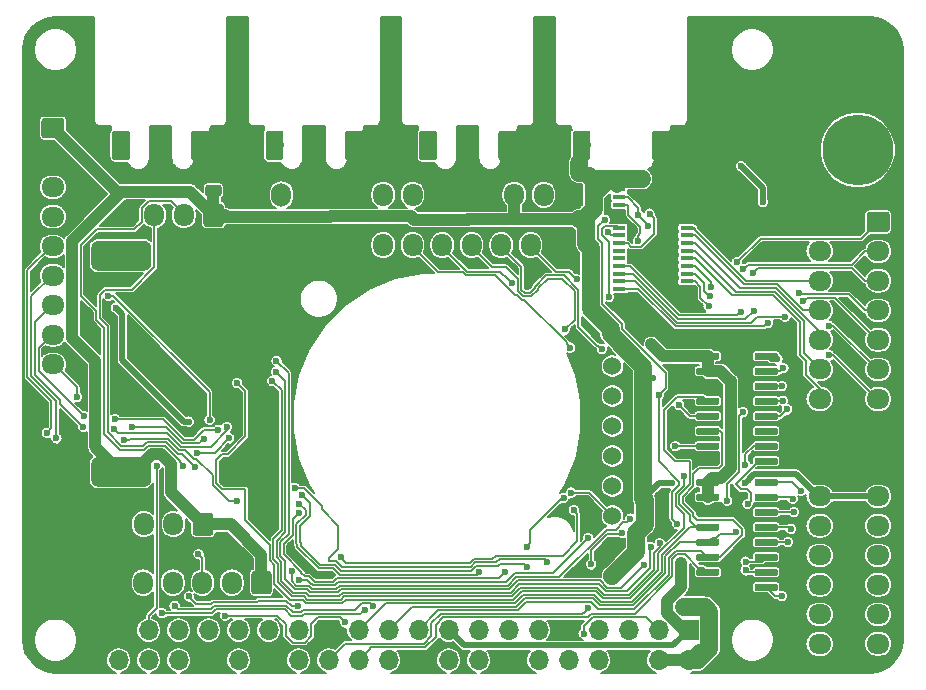
<source format=gbr>
G04 #@! TF.GenerationSoftware,KiCad,Pcbnew,(5.1.4)-1*
G04 #@! TF.CreationDate,2021-11-04T12:06:02-05:00*
G04 #@! TF.ProjectId,RascalHat,52617363-616c-4486-9174-2e6b69636164,rev?*
G04 #@! TF.SameCoordinates,Original*
G04 #@! TF.FileFunction,Copper,L2,Bot*
G04 #@! TF.FilePolarity,Positive*
%FSLAX46Y46*%
G04 Gerber Fmt 4.6, Leading zero omitted, Abs format (unit mm)*
G04 Created by KiCad (PCBNEW (5.1.4)-1) date 2021-11-04 12:06:02*
%MOMM*%
%LPD*%
G04 APERTURE LIST*
%ADD10C,1.524000*%
%ADD11C,0.100000*%
%ADD12C,1.700000*%
%ADD13O,1.950000X1.700000*%
%ADD14C,1.500000*%
%ADD15C,0.975000*%
%ADD16O,1.700000X1.700000*%
%ADD17R,1.700000X1.700000*%
%ADD18C,0.600000*%
%ADD19O,1.700000X1.950000*%
%ADD20O,1.700000X2.000000*%
%ADD21C,2.540000*%
%ADD22C,6.000000*%
%ADD23R,1.100000X0.400000*%
%ADD24C,0.150000*%
%ADD25C,1.000000*%
%ADD26C,1.500000*%
%ADD27C,0.500000*%
G04 APERTURE END LIST*
D10*
X50165000Y-29795000D03*
X50165000Y-32335000D03*
X50165000Y-34875000D03*
X50165000Y-37415000D03*
X50165000Y-39955000D03*
X50165000Y-42495000D03*
X50165000Y-45035000D03*
X50165000Y-47575000D03*
D11*
G36*
X68460504Y-16730204D02*
G01*
X68484773Y-16733804D01*
X68508571Y-16739765D01*
X68531671Y-16748030D01*
X68553849Y-16758520D01*
X68574893Y-16771133D01*
X68594598Y-16785747D01*
X68612777Y-16802223D01*
X68629253Y-16820402D01*
X68643867Y-16840107D01*
X68656480Y-16861151D01*
X68666970Y-16883329D01*
X68675235Y-16906429D01*
X68681196Y-16930227D01*
X68684796Y-16954496D01*
X68686000Y-16979000D01*
X68686000Y-18179000D01*
X68684796Y-18203504D01*
X68681196Y-18227773D01*
X68675235Y-18251571D01*
X68666970Y-18274671D01*
X68656480Y-18296849D01*
X68643867Y-18317893D01*
X68629253Y-18337598D01*
X68612777Y-18355777D01*
X68594598Y-18372253D01*
X68574893Y-18386867D01*
X68553849Y-18399480D01*
X68531671Y-18409970D01*
X68508571Y-18418235D01*
X68484773Y-18424196D01*
X68460504Y-18427796D01*
X68436000Y-18429000D01*
X66986000Y-18429000D01*
X66961496Y-18427796D01*
X66937227Y-18424196D01*
X66913429Y-18418235D01*
X66890329Y-18409970D01*
X66868151Y-18399480D01*
X66847107Y-18386867D01*
X66827402Y-18372253D01*
X66809223Y-18355777D01*
X66792747Y-18337598D01*
X66778133Y-18317893D01*
X66765520Y-18296849D01*
X66755030Y-18274671D01*
X66746765Y-18251571D01*
X66740804Y-18227773D01*
X66737204Y-18203504D01*
X66736000Y-18179000D01*
X66736000Y-16979000D01*
X66737204Y-16954496D01*
X66740804Y-16930227D01*
X66746765Y-16906429D01*
X66755030Y-16883329D01*
X66765520Y-16861151D01*
X66778133Y-16840107D01*
X66792747Y-16820402D01*
X66809223Y-16802223D01*
X66827402Y-16785747D01*
X66847107Y-16771133D01*
X66868151Y-16758520D01*
X66890329Y-16748030D01*
X66913429Y-16739765D01*
X66937227Y-16733804D01*
X66961496Y-16730204D01*
X66986000Y-16729000D01*
X68436000Y-16729000D01*
X68460504Y-16730204D01*
X68460504Y-16730204D01*
G37*
D12*
X67711000Y-17579000D03*
D13*
X67711000Y-20079000D03*
X67711000Y-22579000D03*
X67711000Y-25079000D03*
X67711000Y-27579000D03*
X67711000Y-30079000D03*
X67711000Y-32579000D03*
D11*
G36*
X22074053Y-9851206D02*
G01*
X22098370Y-9854813D01*
X22122216Y-9860786D01*
X22145362Y-9869068D01*
X22167585Y-9879579D01*
X22188670Y-9892217D01*
X22208416Y-9906861D01*
X22226630Y-9923370D01*
X22243139Y-9941584D01*
X22257783Y-9961330D01*
X22270421Y-9982415D01*
X22280932Y-10004638D01*
X22289214Y-10027784D01*
X22295187Y-10051630D01*
X22298794Y-10075947D01*
X22300000Y-10100500D01*
X22300000Y-12099500D01*
X22298794Y-12124053D01*
X22295187Y-12148370D01*
X22289214Y-12172216D01*
X22280932Y-12195362D01*
X22270421Y-12217585D01*
X22257783Y-12238670D01*
X22243139Y-12258416D01*
X22226630Y-12276630D01*
X22208416Y-12293139D01*
X22188670Y-12307783D01*
X22167585Y-12320421D01*
X22145362Y-12330932D01*
X22122216Y-12339214D01*
X22098370Y-12345187D01*
X22074053Y-12348794D01*
X22049500Y-12350000D01*
X21050500Y-12350000D01*
X21025947Y-12348794D01*
X21001630Y-12345187D01*
X20977784Y-12339214D01*
X20954638Y-12330932D01*
X20932415Y-12320421D01*
X20911330Y-12307783D01*
X20891584Y-12293139D01*
X20873370Y-12276630D01*
X20856861Y-12258416D01*
X20842217Y-12238670D01*
X20829579Y-12217585D01*
X20819068Y-12195362D01*
X20810786Y-12172216D01*
X20804813Y-12148370D01*
X20801206Y-12124053D01*
X20800000Y-12099500D01*
X20800000Y-10100500D01*
X20801206Y-10075947D01*
X20804813Y-10051630D01*
X20810786Y-10027784D01*
X20819068Y-10004638D01*
X20829579Y-9982415D01*
X20842217Y-9961330D01*
X20856861Y-9941584D01*
X20873370Y-9923370D01*
X20891584Y-9906861D01*
X20911330Y-9892217D01*
X20932415Y-9879579D01*
X20954638Y-9869068D01*
X20977784Y-9860786D01*
X21001630Y-9854813D01*
X21025947Y-9851206D01*
X21050500Y-9850000D01*
X22049500Y-9850000D01*
X22074053Y-9851206D01*
X22074053Y-9851206D01*
G37*
D14*
X21550000Y-11100000D03*
D11*
G36*
X28774053Y-9851206D02*
G01*
X28798370Y-9854813D01*
X28822216Y-9860786D01*
X28845362Y-9869068D01*
X28867585Y-9879579D01*
X28888670Y-9892217D01*
X28908416Y-9906861D01*
X28926630Y-9923370D01*
X28943139Y-9941584D01*
X28957783Y-9961330D01*
X28970421Y-9982415D01*
X28980932Y-10004638D01*
X28989214Y-10027784D01*
X28995187Y-10051630D01*
X28998794Y-10075947D01*
X29000000Y-10100500D01*
X29000000Y-12099500D01*
X28998794Y-12124053D01*
X28995187Y-12148370D01*
X28989214Y-12172216D01*
X28980932Y-12195362D01*
X28970421Y-12217585D01*
X28957783Y-12238670D01*
X28943139Y-12258416D01*
X28926630Y-12276630D01*
X28908416Y-12293139D01*
X28888670Y-12307783D01*
X28867585Y-12320421D01*
X28845362Y-12330932D01*
X28822216Y-12339214D01*
X28798370Y-12345187D01*
X28774053Y-12348794D01*
X28749500Y-12350000D01*
X27750500Y-12350000D01*
X27725947Y-12348794D01*
X27701630Y-12345187D01*
X27677784Y-12339214D01*
X27654638Y-12330932D01*
X27632415Y-12320421D01*
X27611330Y-12307783D01*
X27591584Y-12293139D01*
X27573370Y-12276630D01*
X27556861Y-12258416D01*
X27542217Y-12238670D01*
X27529579Y-12217585D01*
X27519068Y-12195362D01*
X27510786Y-12172216D01*
X27504813Y-12148370D01*
X27501206Y-12124053D01*
X27500000Y-12099500D01*
X27500000Y-10100500D01*
X27501206Y-10075947D01*
X27504813Y-10051630D01*
X27510786Y-10027784D01*
X27519068Y-10004638D01*
X27529579Y-9982415D01*
X27542217Y-9961330D01*
X27556861Y-9941584D01*
X27573370Y-9923370D01*
X27591584Y-9906861D01*
X27611330Y-9892217D01*
X27632415Y-9879579D01*
X27654638Y-9869068D01*
X27677784Y-9860786D01*
X27701630Y-9854813D01*
X27725947Y-9851206D01*
X27750500Y-9850000D01*
X28749500Y-9850000D01*
X28774053Y-9851206D01*
X28774053Y-9851206D01*
G37*
D14*
X28250000Y-11100000D03*
D11*
G36*
X16860142Y-12566174D02*
G01*
X16883803Y-12569684D01*
X16907007Y-12575496D01*
X16929529Y-12583554D01*
X16951153Y-12593782D01*
X16971670Y-12606079D01*
X16990883Y-12620329D01*
X17008607Y-12636393D01*
X17024671Y-12654117D01*
X17038921Y-12673330D01*
X17051218Y-12693847D01*
X17061446Y-12715471D01*
X17069504Y-12737993D01*
X17075316Y-12761197D01*
X17078826Y-12784858D01*
X17080000Y-12808750D01*
X17080000Y-13296250D01*
X17078826Y-13320142D01*
X17075316Y-13343803D01*
X17069504Y-13367007D01*
X17061446Y-13389529D01*
X17051218Y-13411153D01*
X17038921Y-13431670D01*
X17024671Y-13450883D01*
X17008607Y-13468607D01*
X16990883Y-13484671D01*
X16971670Y-13498921D01*
X16951153Y-13511218D01*
X16929529Y-13521446D01*
X16907007Y-13529504D01*
X16883803Y-13535316D01*
X16860142Y-13538826D01*
X16836250Y-13540000D01*
X15923750Y-13540000D01*
X15899858Y-13538826D01*
X15876197Y-13535316D01*
X15852993Y-13529504D01*
X15830471Y-13521446D01*
X15808847Y-13511218D01*
X15788330Y-13498921D01*
X15769117Y-13484671D01*
X15751393Y-13468607D01*
X15735329Y-13450883D01*
X15721079Y-13431670D01*
X15708782Y-13411153D01*
X15698554Y-13389529D01*
X15690496Y-13367007D01*
X15684684Y-13343803D01*
X15681174Y-13320142D01*
X15680000Y-13296250D01*
X15680000Y-12808750D01*
X15681174Y-12784858D01*
X15684684Y-12761197D01*
X15690496Y-12737993D01*
X15698554Y-12715471D01*
X15708782Y-12693847D01*
X15721079Y-12673330D01*
X15735329Y-12654117D01*
X15751393Y-12636393D01*
X15769117Y-12620329D01*
X15788330Y-12606079D01*
X15808847Y-12593782D01*
X15830471Y-12583554D01*
X15852993Y-12575496D01*
X15876197Y-12569684D01*
X15899858Y-12566174D01*
X15923750Y-12565000D01*
X16836250Y-12565000D01*
X16860142Y-12566174D01*
X16860142Y-12566174D01*
G37*
D15*
X16380000Y-13052500D03*
D11*
G36*
X16860142Y-14441174D02*
G01*
X16883803Y-14444684D01*
X16907007Y-14450496D01*
X16929529Y-14458554D01*
X16951153Y-14468782D01*
X16971670Y-14481079D01*
X16990883Y-14495329D01*
X17008607Y-14511393D01*
X17024671Y-14529117D01*
X17038921Y-14548330D01*
X17051218Y-14568847D01*
X17061446Y-14590471D01*
X17069504Y-14612993D01*
X17075316Y-14636197D01*
X17078826Y-14659858D01*
X17080000Y-14683750D01*
X17080000Y-15171250D01*
X17078826Y-15195142D01*
X17075316Y-15218803D01*
X17069504Y-15242007D01*
X17061446Y-15264529D01*
X17051218Y-15286153D01*
X17038921Y-15306670D01*
X17024671Y-15325883D01*
X17008607Y-15343607D01*
X16990883Y-15359671D01*
X16971670Y-15373921D01*
X16951153Y-15386218D01*
X16929529Y-15396446D01*
X16907007Y-15404504D01*
X16883803Y-15410316D01*
X16860142Y-15413826D01*
X16836250Y-15415000D01*
X15923750Y-15415000D01*
X15899858Y-15413826D01*
X15876197Y-15410316D01*
X15852993Y-15404504D01*
X15830471Y-15396446D01*
X15808847Y-15386218D01*
X15788330Y-15373921D01*
X15769117Y-15359671D01*
X15751393Y-15343607D01*
X15735329Y-15325883D01*
X15721079Y-15306670D01*
X15708782Y-15286153D01*
X15698554Y-15264529D01*
X15690496Y-15242007D01*
X15684684Y-15218803D01*
X15681174Y-15195142D01*
X15680000Y-15171250D01*
X15680000Y-14683750D01*
X15681174Y-14659858D01*
X15684684Y-14636197D01*
X15690496Y-14612993D01*
X15698554Y-14590471D01*
X15708782Y-14568847D01*
X15721079Y-14548330D01*
X15735329Y-14529117D01*
X15751393Y-14511393D01*
X15769117Y-14495329D01*
X15788330Y-14481079D01*
X15808847Y-14468782D01*
X15830471Y-14458554D01*
X15852993Y-14450496D01*
X15876197Y-14444684D01*
X15899858Y-14441174D01*
X15923750Y-14440000D01*
X16836250Y-14440000D01*
X16860142Y-14441174D01*
X16860142Y-14441174D01*
G37*
D15*
X16380000Y-14927500D03*
D16*
X8350000Y-54690000D03*
X8350000Y-52150000D03*
X10890000Y-54690000D03*
X10890000Y-52150000D03*
X13430000Y-54690000D03*
X13430000Y-52150000D03*
X15970000Y-54690000D03*
X15970000Y-52150000D03*
X18510000Y-54690000D03*
X18510000Y-52150000D03*
X21050000Y-54690000D03*
X21050000Y-52150000D03*
X23590000Y-54690000D03*
X23590000Y-52150000D03*
X26130000Y-54690000D03*
X26130000Y-52150000D03*
X28670000Y-54690000D03*
X28670000Y-52150000D03*
X31210000Y-54690000D03*
X31210000Y-52150000D03*
X33750000Y-54690000D03*
X33750000Y-52150000D03*
X36290000Y-54690000D03*
X36290000Y-52150000D03*
X38830000Y-54690000D03*
X38830000Y-52150000D03*
X41370000Y-54690000D03*
X41370000Y-52150000D03*
X43910000Y-54690000D03*
X43910000Y-52150000D03*
X46450000Y-54690000D03*
X46450000Y-52150000D03*
X48990000Y-54690000D03*
X48990000Y-52150000D03*
X51530000Y-54690000D03*
X51530000Y-52150000D03*
X54070000Y-54690000D03*
X54070000Y-52150000D03*
X56610000Y-54690000D03*
D17*
X56610000Y-52150000D03*
D11*
G36*
X9074053Y-9851206D02*
G01*
X9098370Y-9854813D01*
X9122216Y-9860786D01*
X9145362Y-9869068D01*
X9167585Y-9879579D01*
X9188670Y-9892217D01*
X9208416Y-9906861D01*
X9226630Y-9923370D01*
X9243139Y-9941584D01*
X9257783Y-9961330D01*
X9270421Y-9982415D01*
X9280932Y-10004638D01*
X9289214Y-10027784D01*
X9295187Y-10051630D01*
X9298794Y-10075947D01*
X9300000Y-10100500D01*
X9300000Y-12099500D01*
X9298794Y-12124053D01*
X9295187Y-12148370D01*
X9289214Y-12172216D01*
X9280932Y-12195362D01*
X9270421Y-12217585D01*
X9257783Y-12238670D01*
X9243139Y-12258416D01*
X9226630Y-12276630D01*
X9208416Y-12293139D01*
X9188670Y-12307783D01*
X9167585Y-12320421D01*
X9145362Y-12330932D01*
X9122216Y-12339214D01*
X9098370Y-12345187D01*
X9074053Y-12348794D01*
X9049500Y-12350000D01*
X8050500Y-12350000D01*
X8025947Y-12348794D01*
X8001630Y-12345187D01*
X7977784Y-12339214D01*
X7954638Y-12330932D01*
X7932415Y-12320421D01*
X7911330Y-12307783D01*
X7891584Y-12293139D01*
X7873370Y-12276630D01*
X7856861Y-12258416D01*
X7842217Y-12238670D01*
X7829579Y-12217585D01*
X7819068Y-12195362D01*
X7810786Y-12172216D01*
X7804813Y-12148370D01*
X7801206Y-12124053D01*
X7800000Y-12099500D01*
X7800000Y-10100500D01*
X7801206Y-10075947D01*
X7804813Y-10051630D01*
X7810786Y-10027784D01*
X7819068Y-10004638D01*
X7829579Y-9982415D01*
X7842217Y-9961330D01*
X7856861Y-9941584D01*
X7873370Y-9923370D01*
X7891584Y-9906861D01*
X7911330Y-9892217D01*
X7932415Y-9879579D01*
X7954638Y-9869068D01*
X7977784Y-9860786D01*
X8001630Y-9854813D01*
X8025947Y-9851206D01*
X8050500Y-9850000D01*
X9049500Y-9850000D01*
X9074053Y-9851206D01*
X9074053Y-9851206D01*
G37*
D14*
X8550000Y-11100000D03*
D11*
G36*
X15774053Y-9851206D02*
G01*
X15798370Y-9854813D01*
X15822216Y-9860786D01*
X15845362Y-9869068D01*
X15867585Y-9879579D01*
X15888670Y-9892217D01*
X15908416Y-9906861D01*
X15926630Y-9923370D01*
X15943139Y-9941584D01*
X15957783Y-9961330D01*
X15970421Y-9982415D01*
X15980932Y-10004638D01*
X15989214Y-10027784D01*
X15995187Y-10051630D01*
X15998794Y-10075947D01*
X16000000Y-10100500D01*
X16000000Y-12099500D01*
X15998794Y-12124053D01*
X15995187Y-12148370D01*
X15989214Y-12172216D01*
X15980932Y-12195362D01*
X15970421Y-12217585D01*
X15957783Y-12238670D01*
X15943139Y-12258416D01*
X15926630Y-12276630D01*
X15908416Y-12293139D01*
X15888670Y-12307783D01*
X15867585Y-12320421D01*
X15845362Y-12330932D01*
X15822216Y-12339214D01*
X15798370Y-12345187D01*
X15774053Y-12348794D01*
X15749500Y-12350000D01*
X14750500Y-12350000D01*
X14725947Y-12348794D01*
X14701630Y-12345187D01*
X14677784Y-12339214D01*
X14654638Y-12330932D01*
X14632415Y-12320421D01*
X14611330Y-12307783D01*
X14591584Y-12293139D01*
X14573370Y-12276630D01*
X14556861Y-12258416D01*
X14542217Y-12238670D01*
X14529579Y-12217585D01*
X14519068Y-12195362D01*
X14510786Y-12172216D01*
X14504813Y-12148370D01*
X14501206Y-12124053D01*
X14500000Y-12099500D01*
X14500000Y-10100500D01*
X14501206Y-10075947D01*
X14504813Y-10051630D01*
X14510786Y-10027784D01*
X14519068Y-10004638D01*
X14529579Y-9982415D01*
X14542217Y-9961330D01*
X14556861Y-9941584D01*
X14573370Y-9923370D01*
X14591584Y-9906861D01*
X14611330Y-9892217D01*
X14632415Y-9879579D01*
X14654638Y-9869068D01*
X14677784Y-9860786D01*
X14701630Y-9854813D01*
X14725947Y-9851206D01*
X14750500Y-9850000D01*
X15749500Y-9850000D01*
X15774053Y-9851206D01*
X15774053Y-9851206D01*
G37*
D14*
X15250000Y-11100000D03*
D13*
X2794000Y-29652000D03*
X2794000Y-27152000D03*
X2794000Y-24652000D03*
X2794000Y-22152000D03*
X2794000Y-19652000D03*
X2794000Y-17152000D03*
X2794000Y-14652000D03*
X2794000Y-12152000D03*
D11*
G36*
X3543504Y-8803204D02*
G01*
X3567773Y-8806804D01*
X3591571Y-8812765D01*
X3614671Y-8821030D01*
X3636849Y-8831520D01*
X3657893Y-8844133D01*
X3677598Y-8858747D01*
X3695777Y-8875223D01*
X3712253Y-8893402D01*
X3726867Y-8913107D01*
X3739480Y-8934151D01*
X3749970Y-8956329D01*
X3758235Y-8979429D01*
X3764196Y-9003227D01*
X3767796Y-9027496D01*
X3769000Y-9052000D01*
X3769000Y-10252000D01*
X3767796Y-10276504D01*
X3764196Y-10300773D01*
X3758235Y-10324571D01*
X3749970Y-10347671D01*
X3739480Y-10369849D01*
X3726867Y-10390893D01*
X3712253Y-10410598D01*
X3695777Y-10428777D01*
X3677598Y-10445253D01*
X3657893Y-10459867D01*
X3636849Y-10472480D01*
X3614671Y-10482970D01*
X3591571Y-10491235D01*
X3567773Y-10497196D01*
X3543504Y-10500796D01*
X3519000Y-10502000D01*
X2069000Y-10502000D01*
X2044496Y-10500796D01*
X2020227Y-10497196D01*
X1996429Y-10491235D01*
X1973329Y-10482970D01*
X1951151Y-10472480D01*
X1930107Y-10459867D01*
X1910402Y-10445253D01*
X1892223Y-10428777D01*
X1875747Y-10410598D01*
X1861133Y-10390893D01*
X1848520Y-10369849D01*
X1838030Y-10347671D01*
X1829765Y-10324571D01*
X1823804Y-10300773D01*
X1820204Y-10276504D01*
X1819000Y-10252000D01*
X1819000Y-9052000D01*
X1820204Y-9027496D01*
X1823804Y-9003227D01*
X1829765Y-8979429D01*
X1838030Y-8956329D01*
X1848520Y-8934151D01*
X1861133Y-8913107D01*
X1875747Y-8893402D01*
X1892223Y-8875223D01*
X1910402Y-8858747D01*
X1930107Y-8844133D01*
X1951151Y-8831520D01*
X1973329Y-8821030D01*
X1996429Y-8812765D01*
X2020227Y-8806804D01*
X2044496Y-8803204D01*
X2069000Y-8802000D01*
X3519000Y-8802000D01*
X3543504Y-8803204D01*
X3543504Y-8803204D01*
G37*
D12*
X2794000Y-9652000D03*
D11*
G36*
X59070703Y-28656722D02*
G01*
X59085264Y-28658882D01*
X59099543Y-28662459D01*
X59113403Y-28667418D01*
X59126710Y-28673712D01*
X59139336Y-28681280D01*
X59151159Y-28690048D01*
X59162066Y-28699934D01*
X59171952Y-28710841D01*
X59180720Y-28722664D01*
X59188288Y-28735290D01*
X59194582Y-28748597D01*
X59199541Y-28762457D01*
X59203118Y-28776736D01*
X59205278Y-28791297D01*
X59206000Y-28806000D01*
X59206000Y-29106000D01*
X59205278Y-29120703D01*
X59203118Y-29135264D01*
X59199541Y-29149543D01*
X59194582Y-29163403D01*
X59188288Y-29176710D01*
X59180720Y-29189336D01*
X59171952Y-29201159D01*
X59162066Y-29212066D01*
X59151159Y-29221952D01*
X59139336Y-29230720D01*
X59126710Y-29238288D01*
X59113403Y-29244582D01*
X59099543Y-29249541D01*
X59085264Y-29253118D01*
X59070703Y-29255278D01*
X59056000Y-29256000D01*
X57406000Y-29256000D01*
X57391297Y-29255278D01*
X57376736Y-29253118D01*
X57362457Y-29249541D01*
X57348597Y-29244582D01*
X57335290Y-29238288D01*
X57322664Y-29230720D01*
X57310841Y-29221952D01*
X57299934Y-29212066D01*
X57290048Y-29201159D01*
X57281280Y-29189336D01*
X57273712Y-29176710D01*
X57267418Y-29163403D01*
X57262459Y-29149543D01*
X57258882Y-29135264D01*
X57256722Y-29120703D01*
X57256000Y-29106000D01*
X57256000Y-28806000D01*
X57256722Y-28791297D01*
X57258882Y-28776736D01*
X57262459Y-28762457D01*
X57267418Y-28748597D01*
X57273712Y-28735290D01*
X57281280Y-28722664D01*
X57290048Y-28710841D01*
X57299934Y-28699934D01*
X57310841Y-28690048D01*
X57322664Y-28681280D01*
X57335290Y-28673712D01*
X57348597Y-28667418D01*
X57362457Y-28662459D01*
X57376736Y-28658882D01*
X57391297Y-28656722D01*
X57406000Y-28656000D01*
X59056000Y-28656000D01*
X59070703Y-28656722D01*
X59070703Y-28656722D01*
G37*
D18*
X58231000Y-28956000D03*
D11*
G36*
X59070703Y-29926722D02*
G01*
X59085264Y-29928882D01*
X59099543Y-29932459D01*
X59113403Y-29937418D01*
X59126710Y-29943712D01*
X59139336Y-29951280D01*
X59151159Y-29960048D01*
X59162066Y-29969934D01*
X59171952Y-29980841D01*
X59180720Y-29992664D01*
X59188288Y-30005290D01*
X59194582Y-30018597D01*
X59199541Y-30032457D01*
X59203118Y-30046736D01*
X59205278Y-30061297D01*
X59206000Y-30076000D01*
X59206000Y-30376000D01*
X59205278Y-30390703D01*
X59203118Y-30405264D01*
X59199541Y-30419543D01*
X59194582Y-30433403D01*
X59188288Y-30446710D01*
X59180720Y-30459336D01*
X59171952Y-30471159D01*
X59162066Y-30482066D01*
X59151159Y-30491952D01*
X59139336Y-30500720D01*
X59126710Y-30508288D01*
X59113403Y-30514582D01*
X59099543Y-30519541D01*
X59085264Y-30523118D01*
X59070703Y-30525278D01*
X59056000Y-30526000D01*
X57406000Y-30526000D01*
X57391297Y-30525278D01*
X57376736Y-30523118D01*
X57362457Y-30519541D01*
X57348597Y-30514582D01*
X57335290Y-30508288D01*
X57322664Y-30500720D01*
X57310841Y-30491952D01*
X57299934Y-30482066D01*
X57290048Y-30471159D01*
X57281280Y-30459336D01*
X57273712Y-30446710D01*
X57267418Y-30433403D01*
X57262459Y-30419543D01*
X57258882Y-30405264D01*
X57256722Y-30390703D01*
X57256000Y-30376000D01*
X57256000Y-30076000D01*
X57256722Y-30061297D01*
X57258882Y-30046736D01*
X57262459Y-30032457D01*
X57267418Y-30018597D01*
X57273712Y-30005290D01*
X57281280Y-29992664D01*
X57290048Y-29980841D01*
X57299934Y-29969934D01*
X57310841Y-29960048D01*
X57322664Y-29951280D01*
X57335290Y-29943712D01*
X57348597Y-29937418D01*
X57362457Y-29932459D01*
X57376736Y-29928882D01*
X57391297Y-29926722D01*
X57406000Y-29926000D01*
X59056000Y-29926000D01*
X59070703Y-29926722D01*
X59070703Y-29926722D01*
G37*
D18*
X58231000Y-30226000D03*
D11*
G36*
X59070703Y-31196722D02*
G01*
X59085264Y-31198882D01*
X59099543Y-31202459D01*
X59113403Y-31207418D01*
X59126710Y-31213712D01*
X59139336Y-31221280D01*
X59151159Y-31230048D01*
X59162066Y-31239934D01*
X59171952Y-31250841D01*
X59180720Y-31262664D01*
X59188288Y-31275290D01*
X59194582Y-31288597D01*
X59199541Y-31302457D01*
X59203118Y-31316736D01*
X59205278Y-31331297D01*
X59206000Y-31346000D01*
X59206000Y-31646000D01*
X59205278Y-31660703D01*
X59203118Y-31675264D01*
X59199541Y-31689543D01*
X59194582Y-31703403D01*
X59188288Y-31716710D01*
X59180720Y-31729336D01*
X59171952Y-31741159D01*
X59162066Y-31752066D01*
X59151159Y-31761952D01*
X59139336Y-31770720D01*
X59126710Y-31778288D01*
X59113403Y-31784582D01*
X59099543Y-31789541D01*
X59085264Y-31793118D01*
X59070703Y-31795278D01*
X59056000Y-31796000D01*
X57406000Y-31796000D01*
X57391297Y-31795278D01*
X57376736Y-31793118D01*
X57362457Y-31789541D01*
X57348597Y-31784582D01*
X57335290Y-31778288D01*
X57322664Y-31770720D01*
X57310841Y-31761952D01*
X57299934Y-31752066D01*
X57290048Y-31741159D01*
X57281280Y-31729336D01*
X57273712Y-31716710D01*
X57267418Y-31703403D01*
X57262459Y-31689543D01*
X57258882Y-31675264D01*
X57256722Y-31660703D01*
X57256000Y-31646000D01*
X57256000Y-31346000D01*
X57256722Y-31331297D01*
X57258882Y-31316736D01*
X57262459Y-31302457D01*
X57267418Y-31288597D01*
X57273712Y-31275290D01*
X57281280Y-31262664D01*
X57290048Y-31250841D01*
X57299934Y-31239934D01*
X57310841Y-31230048D01*
X57322664Y-31221280D01*
X57335290Y-31213712D01*
X57348597Y-31207418D01*
X57362457Y-31202459D01*
X57376736Y-31198882D01*
X57391297Y-31196722D01*
X57406000Y-31196000D01*
X59056000Y-31196000D01*
X59070703Y-31196722D01*
X59070703Y-31196722D01*
G37*
D18*
X58231000Y-31496000D03*
D11*
G36*
X59070703Y-32466722D02*
G01*
X59085264Y-32468882D01*
X59099543Y-32472459D01*
X59113403Y-32477418D01*
X59126710Y-32483712D01*
X59139336Y-32491280D01*
X59151159Y-32500048D01*
X59162066Y-32509934D01*
X59171952Y-32520841D01*
X59180720Y-32532664D01*
X59188288Y-32545290D01*
X59194582Y-32558597D01*
X59199541Y-32572457D01*
X59203118Y-32586736D01*
X59205278Y-32601297D01*
X59206000Y-32616000D01*
X59206000Y-32916000D01*
X59205278Y-32930703D01*
X59203118Y-32945264D01*
X59199541Y-32959543D01*
X59194582Y-32973403D01*
X59188288Y-32986710D01*
X59180720Y-32999336D01*
X59171952Y-33011159D01*
X59162066Y-33022066D01*
X59151159Y-33031952D01*
X59139336Y-33040720D01*
X59126710Y-33048288D01*
X59113403Y-33054582D01*
X59099543Y-33059541D01*
X59085264Y-33063118D01*
X59070703Y-33065278D01*
X59056000Y-33066000D01*
X57406000Y-33066000D01*
X57391297Y-33065278D01*
X57376736Y-33063118D01*
X57362457Y-33059541D01*
X57348597Y-33054582D01*
X57335290Y-33048288D01*
X57322664Y-33040720D01*
X57310841Y-33031952D01*
X57299934Y-33022066D01*
X57290048Y-33011159D01*
X57281280Y-32999336D01*
X57273712Y-32986710D01*
X57267418Y-32973403D01*
X57262459Y-32959543D01*
X57258882Y-32945264D01*
X57256722Y-32930703D01*
X57256000Y-32916000D01*
X57256000Y-32616000D01*
X57256722Y-32601297D01*
X57258882Y-32586736D01*
X57262459Y-32572457D01*
X57267418Y-32558597D01*
X57273712Y-32545290D01*
X57281280Y-32532664D01*
X57290048Y-32520841D01*
X57299934Y-32509934D01*
X57310841Y-32500048D01*
X57322664Y-32491280D01*
X57335290Y-32483712D01*
X57348597Y-32477418D01*
X57362457Y-32472459D01*
X57376736Y-32468882D01*
X57391297Y-32466722D01*
X57406000Y-32466000D01*
X59056000Y-32466000D01*
X59070703Y-32466722D01*
X59070703Y-32466722D01*
G37*
D18*
X58231000Y-32766000D03*
D11*
G36*
X59070703Y-33736722D02*
G01*
X59085264Y-33738882D01*
X59099543Y-33742459D01*
X59113403Y-33747418D01*
X59126710Y-33753712D01*
X59139336Y-33761280D01*
X59151159Y-33770048D01*
X59162066Y-33779934D01*
X59171952Y-33790841D01*
X59180720Y-33802664D01*
X59188288Y-33815290D01*
X59194582Y-33828597D01*
X59199541Y-33842457D01*
X59203118Y-33856736D01*
X59205278Y-33871297D01*
X59206000Y-33886000D01*
X59206000Y-34186000D01*
X59205278Y-34200703D01*
X59203118Y-34215264D01*
X59199541Y-34229543D01*
X59194582Y-34243403D01*
X59188288Y-34256710D01*
X59180720Y-34269336D01*
X59171952Y-34281159D01*
X59162066Y-34292066D01*
X59151159Y-34301952D01*
X59139336Y-34310720D01*
X59126710Y-34318288D01*
X59113403Y-34324582D01*
X59099543Y-34329541D01*
X59085264Y-34333118D01*
X59070703Y-34335278D01*
X59056000Y-34336000D01*
X57406000Y-34336000D01*
X57391297Y-34335278D01*
X57376736Y-34333118D01*
X57362457Y-34329541D01*
X57348597Y-34324582D01*
X57335290Y-34318288D01*
X57322664Y-34310720D01*
X57310841Y-34301952D01*
X57299934Y-34292066D01*
X57290048Y-34281159D01*
X57281280Y-34269336D01*
X57273712Y-34256710D01*
X57267418Y-34243403D01*
X57262459Y-34229543D01*
X57258882Y-34215264D01*
X57256722Y-34200703D01*
X57256000Y-34186000D01*
X57256000Y-33886000D01*
X57256722Y-33871297D01*
X57258882Y-33856736D01*
X57262459Y-33842457D01*
X57267418Y-33828597D01*
X57273712Y-33815290D01*
X57281280Y-33802664D01*
X57290048Y-33790841D01*
X57299934Y-33779934D01*
X57310841Y-33770048D01*
X57322664Y-33761280D01*
X57335290Y-33753712D01*
X57348597Y-33747418D01*
X57362457Y-33742459D01*
X57376736Y-33738882D01*
X57391297Y-33736722D01*
X57406000Y-33736000D01*
X59056000Y-33736000D01*
X59070703Y-33736722D01*
X59070703Y-33736722D01*
G37*
D18*
X58231000Y-34036000D03*
D11*
G36*
X59070703Y-35006722D02*
G01*
X59085264Y-35008882D01*
X59099543Y-35012459D01*
X59113403Y-35017418D01*
X59126710Y-35023712D01*
X59139336Y-35031280D01*
X59151159Y-35040048D01*
X59162066Y-35049934D01*
X59171952Y-35060841D01*
X59180720Y-35072664D01*
X59188288Y-35085290D01*
X59194582Y-35098597D01*
X59199541Y-35112457D01*
X59203118Y-35126736D01*
X59205278Y-35141297D01*
X59206000Y-35156000D01*
X59206000Y-35456000D01*
X59205278Y-35470703D01*
X59203118Y-35485264D01*
X59199541Y-35499543D01*
X59194582Y-35513403D01*
X59188288Y-35526710D01*
X59180720Y-35539336D01*
X59171952Y-35551159D01*
X59162066Y-35562066D01*
X59151159Y-35571952D01*
X59139336Y-35580720D01*
X59126710Y-35588288D01*
X59113403Y-35594582D01*
X59099543Y-35599541D01*
X59085264Y-35603118D01*
X59070703Y-35605278D01*
X59056000Y-35606000D01*
X57406000Y-35606000D01*
X57391297Y-35605278D01*
X57376736Y-35603118D01*
X57362457Y-35599541D01*
X57348597Y-35594582D01*
X57335290Y-35588288D01*
X57322664Y-35580720D01*
X57310841Y-35571952D01*
X57299934Y-35562066D01*
X57290048Y-35551159D01*
X57281280Y-35539336D01*
X57273712Y-35526710D01*
X57267418Y-35513403D01*
X57262459Y-35499543D01*
X57258882Y-35485264D01*
X57256722Y-35470703D01*
X57256000Y-35456000D01*
X57256000Y-35156000D01*
X57256722Y-35141297D01*
X57258882Y-35126736D01*
X57262459Y-35112457D01*
X57267418Y-35098597D01*
X57273712Y-35085290D01*
X57281280Y-35072664D01*
X57290048Y-35060841D01*
X57299934Y-35049934D01*
X57310841Y-35040048D01*
X57322664Y-35031280D01*
X57335290Y-35023712D01*
X57348597Y-35017418D01*
X57362457Y-35012459D01*
X57376736Y-35008882D01*
X57391297Y-35006722D01*
X57406000Y-35006000D01*
X59056000Y-35006000D01*
X59070703Y-35006722D01*
X59070703Y-35006722D01*
G37*
D18*
X58231000Y-35306000D03*
D11*
G36*
X59070703Y-36276722D02*
G01*
X59085264Y-36278882D01*
X59099543Y-36282459D01*
X59113403Y-36287418D01*
X59126710Y-36293712D01*
X59139336Y-36301280D01*
X59151159Y-36310048D01*
X59162066Y-36319934D01*
X59171952Y-36330841D01*
X59180720Y-36342664D01*
X59188288Y-36355290D01*
X59194582Y-36368597D01*
X59199541Y-36382457D01*
X59203118Y-36396736D01*
X59205278Y-36411297D01*
X59206000Y-36426000D01*
X59206000Y-36726000D01*
X59205278Y-36740703D01*
X59203118Y-36755264D01*
X59199541Y-36769543D01*
X59194582Y-36783403D01*
X59188288Y-36796710D01*
X59180720Y-36809336D01*
X59171952Y-36821159D01*
X59162066Y-36832066D01*
X59151159Y-36841952D01*
X59139336Y-36850720D01*
X59126710Y-36858288D01*
X59113403Y-36864582D01*
X59099543Y-36869541D01*
X59085264Y-36873118D01*
X59070703Y-36875278D01*
X59056000Y-36876000D01*
X57406000Y-36876000D01*
X57391297Y-36875278D01*
X57376736Y-36873118D01*
X57362457Y-36869541D01*
X57348597Y-36864582D01*
X57335290Y-36858288D01*
X57322664Y-36850720D01*
X57310841Y-36841952D01*
X57299934Y-36832066D01*
X57290048Y-36821159D01*
X57281280Y-36809336D01*
X57273712Y-36796710D01*
X57267418Y-36783403D01*
X57262459Y-36769543D01*
X57258882Y-36755264D01*
X57256722Y-36740703D01*
X57256000Y-36726000D01*
X57256000Y-36426000D01*
X57256722Y-36411297D01*
X57258882Y-36396736D01*
X57262459Y-36382457D01*
X57267418Y-36368597D01*
X57273712Y-36355290D01*
X57281280Y-36342664D01*
X57290048Y-36330841D01*
X57299934Y-36319934D01*
X57310841Y-36310048D01*
X57322664Y-36301280D01*
X57335290Y-36293712D01*
X57348597Y-36287418D01*
X57362457Y-36282459D01*
X57376736Y-36278882D01*
X57391297Y-36276722D01*
X57406000Y-36276000D01*
X59056000Y-36276000D01*
X59070703Y-36276722D01*
X59070703Y-36276722D01*
G37*
D18*
X58231000Y-36576000D03*
D11*
G36*
X59070703Y-37546722D02*
G01*
X59085264Y-37548882D01*
X59099543Y-37552459D01*
X59113403Y-37557418D01*
X59126710Y-37563712D01*
X59139336Y-37571280D01*
X59151159Y-37580048D01*
X59162066Y-37589934D01*
X59171952Y-37600841D01*
X59180720Y-37612664D01*
X59188288Y-37625290D01*
X59194582Y-37638597D01*
X59199541Y-37652457D01*
X59203118Y-37666736D01*
X59205278Y-37681297D01*
X59206000Y-37696000D01*
X59206000Y-37996000D01*
X59205278Y-38010703D01*
X59203118Y-38025264D01*
X59199541Y-38039543D01*
X59194582Y-38053403D01*
X59188288Y-38066710D01*
X59180720Y-38079336D01*
X59171952Y-38091159D01*
X59162066Y-38102066D01*
X59151159Y-38111952D01*
X59139336Y-38120720D01*
X59126710Y-38128288D01*
X59113403Y-38134582D01*
X59099543Y-38139541D01*
X59085264Y-38143118D01*
X59070703Y-38145278D01*
X59056000Y-38146000D01*
X57406000Y-38146000D01*
X57391297Y-38145278D01*
X57376736Y-38143118D01*
X57362457Y-38139541D01*
X57348597Y-38134582D01*
X57335290Y-38128288D01*
X57322664Y-38120720D01*
X57310841Y-38111952D01*
X57299934Y-38102066D01*
X57290048Y-38091159D01*
X57281280Y-38079336D01*
X57273712Y-38066710D01*
X57267418Y-38053403D01*
X57262459Y-38039543D01*
X57258882Y-38025264D01*
X57256722Y-38010703D01*
X57256000Y-37996000D01*
X57256000Y-37696000D01*
X57256722Y-37681297D01*
X57258882Y-37666736D01*
X57262459Y-37652457D01*
X57267418Y-37638597D01*
X57273712Y-37625290D01*
X57281280Y-37612664D01*
X57290048Y-37600841D01*
X57299934Y-37589934D01*
X57310841Y-37580048D01*
X57322664Y-37571280D01*
X57335290Y-37563712D01*
X57348597Y-37557418D01*
X57362457Y-37552459D01*
X57376736Y-37548882D01*
X57391297Y-37546722D01*
X57406000Y-37546000D01*
X59056000Y-37546000D01*
X59070703Y-37546722D01*
X59070703Y-37546722D01*
G37*
D18*
X58231000Y-37846000D03*
D11*
G36*
X64020703Y-37546722D02*
G01*
X64035264Y-37548882D01*
X64049543Y-37552459D01*
X64063403Y-37557418D01*
X64076710Y-37563712D01*
X64089336Y-37571280D01*
X64101159Y-37580048D01*
X64112066Y-37589934D01*
X64121952Y-37600841D01*
X64130720Y-37612664D01*
X64138288Y-37625290D01*
X64144582Y-37638597D01*
X64149541Y-37652457D01*
X64153118Y-37666736D01*
X64155278Y-37681297D01*
X64156000Y-37696000D01*
X64156000Y-37996000D01*
X64155278Y-38010703D01*
X64153118Y-38025264D01*
X64149541Y-38039543D01*
X64144582Y-38053403D01*
X64138288Y-38066710D01*
X64130720Y-38079336D01*
X64121952Y-38091159D01*
X64112066Y-38102066D01*
X64101159Y-38111952D01*
X64089336Y-38120720D01*
X64076710Y-38128288D01*
X64063403Y-38134582D01*
X64049543Y-38139541D01*
X64035264Y-38143118D01*
X64020703Y-38145278D01*
X64006000Y-38146000D01*
X62356000Y-38146000D01*
X62341297Y-38145278D01*
X62326736Y-38143118D01*
X62312457Y-38139541D01*
X62298597Y-38134582D01*
X62285290Y-38128288D01*
X62272664Y-38120720D01*
X62260841Y-38111952D01*
X62249934Y-38102066D01*
X62240048Y-38091159D01*
X62231280Y-38079336D01*
X62223712Y-38066710D01*
X62217418Y-38053403D01*
X62212459Y-38039543D01*
X62208882Y-38025264D01*
X62206722Y-38010703D01*
X62206000Y-37996000D01*
X62206000Y-37696000D01*
X62206722Y-37681297D01*
X62208882Y-37666736D01*
X62212459Y-37652457D01*
X62217418Y-37638597D01*
X62223712Y-37625290D01*
X62231280Y-37612664D01*
X62240048Y-37600841D01*
X62249934Y-37589934D01*
X62260841Y-37580048D01*
X62272664Y-37571280D01*
X62285290Y-37563712D01*
X62298597Y-37557418D01*
X62312457Y-37552459D01*
X62326736Y-37548882D01*
X62341297Y-37546722D01*
X62356000Y-37546000D01*
X64006000Y-37546000D01*
X64020703Y-37546722D01*
X64020703Y-37546722D01*
G37*
D18*
X63181000Y-37846000D03*
D11*
G36*
X64020703Y-36276722D02*
G01*
X64035264Y-36278882D01*
X64049543Y-36282459D01*
X64063403Y-36287418D01*
X64076710Y-36293712D01*
X64089336Y-36301280D01*
X64101159Y-36310048D01*
X64112066Y-36319934D01*
X64121952Y-36330841D01*
X64130720Y-36342664D01*
X64138288Y-36355290D01*
X64144582Y-36368597D01*
X64149541Y-36382457D01*
X64153118Y-36396736D01*
X64155278Y-36411297D01*
X64156000Y-36426000D01*
X64156000Y-36726000D01*
X64155278Y-36740703D01*
X64153118Y-36755264D01*
X64149541Y-36769543D01*
X64144582Y-36783403D01*
X64138288Y-36796710D01*
X64130720Y-36809336D01*
X64121952Y-36821159D01*
X64112066Y-36832066D01*
X64101159Y-36841952D01*
X64089336Y-36850720D01*
X64076710Y-36858288D01*
X64063403Y-36864582D01*
X64049543Y-36869541D01*
X64035264Y-36873118D01*
X64020703Y-36875278D01*
X64006000Y-36876000D01*
X62356000Y-36876000D01*
X62341297Y-36875278D01*
X62326736Y-36873118D01*
X62312457Y-36869541D01*
X62298597Y-36864582D01*
X62285290Y-36858288D01*
X62272664Y-36850720D01*
X62260841Y-36841952D01*
X62249934Y-36832066D01*
X62240048Y-36821159D01*
X62231280Y-36809336D01*
X62223712Y-36796710D01*
X62217418Y-36783403D01*
X62212459Y-36769543D01*
X62208882Y-36755264D01*
X62206722Y-36740703D01*
X62206000Y-36726000D01*
X62206000Y-36426000D01*
X62206722Y-36411297D01*
X62208882Y-36396736D01*
X62212459Y-36382457D01*
X62217418Y-36368597D01*
X62223712Y-36355290D01*
X62231280Y-36342664D01*
X62240048Y-36330841D01*
X62249934Y-36319934D01*
X62260841Y-36310048D01*
X62272664Y-36301280D01*
X62285290Y-36293712D01*
X62298597Y-36287418D01*
X62312457Y-36282459D01*
X62326736Y-36278882D01*
X62341297Y-36276722D01*
X62356000Y-36276000D01*
X64006000Y-36276000D01*
X64020703Y-36276722D01*
X64020703Y-36276722D01*
G37*
D18*
X63181000Y-36576000D03*
D11*
G36*
X64020703Y-35006722D02*
G01*
X64035264Y-35008882D01*
X64049543Y-35012459D01*
X64063403Y-35017418D01*
X64076710Y-35023712D01*
X64089336Y-35031280D01*
X64101159Y-35040048D01*
X64112066Y-35049934D01*
X64121952Y-35060841D01*
X64130720Y-35072664D01*
X64138288Y-35085290D01*
X64144582Y-35098597D01*
X64149541Y-35112457D01*
X64153118Y-35126736D01*
X64155278Y-35141297D01*
X64156000Y-35156000D01*
X64156000Y-35456000D01*
X64155278Y-35470703D01*
X64153118Y-35485264D01*
X64149541Y-35499543D01*
X64144582Y-35513403D01*
X64138288Y-35526710D01*
X64130720Y-35539336D01*
X64121952Y-35551159D01*
X64112066Y-35562066D01*
X64101159Y-35571952D01*
X64089336Y-35580720D01*
X64076710Y-35588288D01*
X64063403Y-35594582D01*
X64049543Y-35599541D01*
X64035264Y-35603118D01*
X64020703Y-35605278D01*
X64006000Y-35606000D01*
X62356000Y-35606000D01*
X62341297Y-35605278D01*
X62326736Y-35603118D01*
X62312457Y-35599541D01*
X62298597Y-35594582D01*
X62285290Y-35588288D01*
X62272664Y-35580720D01*
X62260841Y-35571952D01*
X62249934Y-35562066D01*
X62240048Y-35551159D01*
X62231280Y-35539336D01*
X62223712Y-35526710D01*
X62217418Y-35513403D01*
X62212459Y-35499543D01*
X62208882Y-35485264D01*
X62206722Y-35470703D01*
X62206000Y-35456000D01*
X62206000Y-35156000D01*
X62206722Y-35141297D01*
X62208882Y-35126736D01*
X62212459Y-35112457D01*
X62217418Y-35098597D01*
X62223712Y-35085290D01*
X62231280Y-35072664D01*
X62240048Y-35060841D01*
X62249934Y-35049934D01*
X62260841Y-35040048D01*
X62272664Y-35031280D01*
X62285290Y-35023712D01*
X62298597Y-35017418D01*
X62312457Y-35012459D01*
X62326736Y-35008882D01*
X62341297Y-35006722D01*
X62356000Y-35006000D01*
X64006000Y-35006000D01*
X64020703Y-35006722D01*
X64020703Y-35006722D01*
G37*
D18*
X63181000Y-35306000D03*
D11*
G36*
X64020703Y-33736722D02*
G01*
X64035264Y-33738882D01*
X64049543Y-33742459D01*
X64063403Y-33747418D01*
X64076710Y-33753712D01*
X64089336Y-33761280D01*
X64101159Y-33770048D01*
X64112066Y-33779934D01*
X64121952Y-33790841D01*
X64130720Y-33802664D01*
X64138288Y-33815290D01*
X64144582Y-33828597D01*
X64149541Y-33842457D01*
X64153118Y-33856736D01*
X64155278Y-33871297D01*
X64156000Y-33886000D01*
X64156000Y-34186000D01*
X64155278Y-34200703D01*
X64153118Y-34215264D01*
X64149541Y-34229543D01*
X64144582Y-34243403D01*
X64138288Y-34256710D01*
X64130720Y-34269336D01*
X64121952Y-34281159D01*
X64112066Y-34292066D01*
X64101159Y-34301952D01*
X64089336Y-34310720D01*
X64076710Y-34318288D01*
X64063403Y-34324582D01*
X64049543Y-34329541D01*
X64035264Y-34333118D01*
X64020703Y-34335278D01*
X64006000Y-34336000D01*
X62356000Y-34336000D01*
X62341297Y-34335278D01*
X62326736Y-34333118D01*
X62312457Y-34329541D01*
X62298597Y-34324582D01*
X62285290Y-34318288D01*
X62272664Y-34310720D01*
X62260841Y-34301952D01*
X62249934Y-34292066D01*
X62240048Y-34281159D01*
X62231280Y-34269336D01*
X62223712Y-34256710D01*
X62217418Y-34243403D01*
X62212459Y-34229543D01*
X62208882Y-34215264D01*
X62206722Y-34200703D01*
X62206000Y-34186000D01*
X62206000Y-33886000D01*
X62206722Y-33871297D01*
X62208882Y-33856736D01*
X62212459Y-33842457D01*
X62217418Y-33828597D01*
X62223712Y-33815290D01*
X62231280Y-33802664D01*
X62240048Y-33790841D01*
X62249934Y-33779934D01*
X62260841Y-33770048D01*
X62272664Y-33761280D01*
X62285290Y-33753712D01*
X62298597Y-33747418D01*
X62312457Y-33742459D01*
X62326736Y-33738882D01*
X62341297Y-33736722D01*
X62356000Y-33736000D01*
X64006000Y-33736000D01*
X64020703Y-33736722D01*
X64020703Y-33736722D01*
G37*
D18*
X63181000Y-34036000D03*
D11*
G36*
X64020703Y-32466722D02*
G01*
X64035264Y-32468882D01*
X64049543Y-32472459D01*
X64063403Y-32477418D01*
X64076710Y-32483712D01*
X64089336Y-32491280D01*
X64101159Y-32500048D01*
X64112066Y-32509934D01*
X64121952Y-32520841D01*
X64130720Y-32532664D01*
X64138288Y-32545290D01*
X64144582Y-32558597D01*
X64149541Y-32572457D01*
X64153118Y-32586736D01*
X64155278Y-32601297D01*
X64156000Y-32616000D01*
X64156000Y-32916000D01*
X64155278Y-32930703D01*
X64153118Y-32945264D01*
X64149541Y-32959543D01*
X64144582Y-32973403D01*
X64138288Y-32986710D01*
X64130720Y-32999336D01*
X64121952Y-33011159D01*
X64112066Y-33022066D01*
X64101159Y-33031952D01*
X64089336Y-33040720D01*
X64076710Y-33048288D01*
X64063403Y-33054582D01*
X64049543Y-33059541D01*
X64035264Y-33063118D01*
X64020703Y-33065278D01*
X64006000Y-33066000D01*
X62356000Y-33066000D01*
X62341297Y-33065278D01*
X62326736Y-33063118D01*
X62312457Y-33059541D01*
X62298597Y-33054582D01*
X62285290Y-33048288D01*
X62272664Y-33040720D01*
X62260841Y-33031952D01*
X62249934Y-33022066D01*
X62240048Y-33011159D01*
X62231280Y-32999336D01*
X62223712Y-32986710D01*
X62217418Y-32973403D01*
X62212459Y-32959543D01*
X62208882Y-32945264D01*
X62206722Y-32930703D01*
X62206000Y-32916000D01*
X62206000Y-32616000D01*
X62206722Y-32601297D01*
X62208882Y-32586736D01*
X62212459Y-32572457D01*
X62217418Y-32558597D01*
X62223712Y-32545290D01*
X62231280Y-32532664D01*
X62240048Y-32520841D01*
X62249934Y-32509934D01*
X62260841Y-32500048D01*
X62272664Y-32491280D01*
X62285290Y-32483712D01*
X62298597Y-32477418D01*
X62312457Y-32472459D01*
X62326736Y-32468882D01*
X62341297Y-32466722D01*
X62356000Y-32466000D01*
X64006000Y-32466000D01*
X64020703Y-32466722D01*
X64020703Y-32466722D01*
G37*
D18*
X63181000Y-32766000D03*
D11*
G36*
X64020703Y-31196722D02*
G01*
X64035264Y-31198882D01*
X64049543Y-31202459D01*
X64063403Y-31207418D01*
X64076710Y-31213712D01*
X64089336Y-31221280D01*
X64101159Y-31230048D01*
X64112066Y-31239934D01*
X64121952Y-31250841D01*
X64130720Y-31262664D01*
X64138288Y-31275290D01*
X64144582Y-31288597D01*
X64149541Y-31302457D01*
X64153118Y-31316736D01*
X64155278Y-31331297D01*
X64156000Y-31346000D01*
X64156000Y-31646000D01*
X64155278Y-31660703D01*
X64153118Y-31675264D01*
X64149541Y-31689543D01*
X64144582Y-31703403D01*
X64138288Y-31716710D01*
X64130720Y-31729336D01*
X64121952Y-31741159D01*
X64112066Y-31752066D01*
X64101159Y-31761952D01*
X64089336Y-31770720D01*
X64076710Y-31778288D01*
X64063403Y-31784582D01*
X64049543Y-31789541D01*
X64035264Y-31793118D01*
X64020703Y-31795278D01*
X64006000Y-31796000D01*
X62356000Y-31796000D01*
X62341297Y-31795278D01*
X62326736Y-31793118D01*
X62312457Y-31789541D01*
X62298597Y-31784582D01*
X62285290Y-31778288D01*
X62272664Y-31770720D01*
X62260841Y-31761952D01*
X62249934Y-31752066D01*
X62240048Y-31741159D01*
X62231280Y-31729336D01*
X62223712Y-31716710D01*
X62217418Y-31703403D01*
X62212459Y-31689543D01*
X62208882Y-31675264D01*
X62206722Y-31660703D01*
X62206000Y-31646000D01*
X62206000Y-31346000D01*
X62206722Y-31331297D01*
X62208882Y-31316736D01*
X62212459Y-31302457D01*
X62217418Y-31288597D01*
X62223712Y-31275290D01*
X62231280Y-31262664D01*
X62240048Y-31250841D01*
X62249934Y-31239934D01*
X62260841Y-31230048D01*
X62272664Y-31221280D01*
X62285290Y-31213712D01*
X62298597Y-31207418D01*
X62312457Y-31202459D01*
X62326736Y-31198882D01*
X62341297Y-31196722D01*
X62356000Y-31196000D01*
X64006000Y-31196000D01*
X64020703Y-31196722D01*
X64020703Y-31196722D01*
G37*
D18*
X63181000Y-31496000D03*
D11*
G36*
X64020703Y-29926722D02*
G01*
X64035264Y-29928882D01*
X64049543Y-29932459D01*
X64063403Y-29937418D01*
X64076710Y-29943712D01*
X64089336Y-29951280D01*
X64101159Y-29960048D01*
X64112066Y-29969934D01*
X64121952Y-29980841D01*
X64130720Y-29992664D01*
X64138288Y-30005290D01*
X64144582Y-30018597D01*
X64149541Y-30032457D01*
X64153118Y-30046736D01*
X64155278Y-30061297D01*
X64156000Y-30076000D01*
X64156000Y-30376000D01*
X64155278Y-30390703D01*
X64153118Y-30405264D01*
X64149541Y-30419543D01*
X64144582Y-30433403D01*
X64138288Y-30446710D01*
X64130720Y-30459336D01*
X64121952Y-30471159D01*
X64112066Y-30482066D01*
X64101159Y-30491952D01*
X64089336Y-30500720D01*
X64076710Y-30508288D01*
X64063403Y-30514582D01*
X64049543Y-30519541D01*
X64035264Y-30523118D01*
X64020703Y-30525278D01*
X64006000Y-30526000D01*
X62356000Y-30526000D01*
X62341297Y-30525278D01*
X62326736Y-30523118D01*
X62312457Y-30519541D01*
X62298597Y-30514582D01*
X62285290Y-30508288D01*
X62272664Y-30500720D01*
X62260841Y-30491952D01*
X62249934Y-30482066D01*
X62240048Y-30471159D01*
X62231280Y-30459336D01*
X62223712Y-30446710D01*
X62217418Y-30433403D01*
X62212459Y-30419543D01*
X62208882Y-30405264D01*
X62206722Y-30390703D01*
X62206000Y-30376000D01*
X62206000Y-30076000D01*
X62206722Y-30061297D01*
X62208882Y-30046736D01*
X62212459Y-30032457D01*
X62217418Y-30018597D01*
X62223712Y-30005290D01*
X62231280Y-29992664D01*
X62240048Y-29980841D01*
X62249934Y-29969934D01*
X62260841Y-29960048D01*
X62272664Y-29951280D01*
X62285290Y-29943712D01*
X62298597Y-29937418D01*
X62312457Y-29932459D01*
X62326736Y-29928882D01*
X62341297Y-29926722D01*
X62356000Y-29926000D01*
X64006000Y-29926000D01*
X64020703Y-29926722D01*
X64020703Y-29926722D01*
G37*
D18*
X63181000Y-30226000D03*
D11*
G36*
X64020703Y-28656722D02*
G01*
X64035264Y-28658882D01*
X64049543Y-28662459D01*
X64063403Y-28667418D01*
X64076710Y-28673712D01*
X64089336Y-28681280D01*
X64101159Y-28690048D01*
X64112066Y-28699934D01*
X64121952Y-28710841D01*
X64130720Y-28722664D01*
X64138288Y-28735290D01*
X64144582Y-28748597D01*
X64149541Y-28762457D01*
X64153118Y-28776736D01*
X64155278Y-28791297D01*
X64156000Y-28806000D01*
X64156000Y-29106000D01*
X64155278Y-29120703D01*
X64153118Y-29135264D01*
X64149541Y-29149543D01*
X64144582Y-29163403D01*
X64138288Y-29176710D01*
X64130720Y-29189336D01*
X64121952Y-29201159D01*
X64112066Y-29212066D01*
X64101159Y-29221952D01*
X64089336Y-29230720D01*
X64076710Y-29238288D01*
X64063403Y-29244582D01*
X64049543Y-29249541D01*
X64035264Y-29253118D01*
X64020703Y-29255278D01*
X64006000Y-29256000D01*
X62356000Y-29256000D01*
X62341297Y-29255278D01*
X62326736Y-29253118D01*
X62312457Y-29249541D01*
X62298597Y-29244582D01*
X62285290Y-29238288D01*
X62272664Y-29230720D01*
X62260841Y-29221952D01*
X62249934Y-29212066D01*
X62240048Y-29201159D01*
X62231280Y-29189336D01*
X62223712Y-29176710D01*
X62217418Y-29163403D01*
X62212459Y-29149543D01*
X62208882Y-29135264D01*
X62206722Y-29120703D01*
X62206000Y-29106000D01*
X62206000Y-28806000D01*
X62206722Y-28791297D01*
X62208882Y-28776736D01*
X62212459Y-28762457D01*
X62217418Y-28748597D01*
X62223712Y-28735290D01*
X62231280Y-28722664D01*
X62240048Y-28710841D01*
X62249934Y-28699934D01*
X62260841Y-28690048D01*
X62272664Y-28681280D01*
X62285290Y-28673712D01*
X62298597Y-28667418D01*
X62312457Y-28662459D01*
X62326736Y-28658882D01*
X62341297Y-28656722D01*
X62356000Y-28656000D01*
X64006000Y-28656000D01*
X64020703Y-28656722D01*
X64020703Y-28656722D01*
G37*
D18*
X63181000Y-28956000D03*
D11*
G36*
X59070703Y-39324722D02*
G01*
X59085264Y-39326882D01*
X59099543Y-39330459D01*
X59113403Y-39335418D01*
X59126710Y-39341712D01*
X59139336Y-39349280D01*
X59151159Y-39358048D01*
X59162066Y-39367934D01*
X59171952Y-39378841D01*
X59180720Y-39390664D01*
X59188288Y-39403290D01*
X59194582Y-39416597D01*
X59199541Y-39430457D01*
X59203118Y-39444736D01*
X59205278Y-39459297D01*
X59206000Y-39474000D01*
X59206000Y-39774000D01*
X59205278Y-39788703D01*
X59203118Y-39803264D01*
X59199541Y-39817543D01*
X59194582Y-39831403D01*
X59188288Y-39844710D01*
X59180720Y-39857336D01*
X59171952Y-39869159D01*
X59162066Y-39880066D01*
X59151159Y-39889952D01*
X59139336Y-39898720D01*
X59126710Y-39906288D01*
X59113403Y-39912582D01*
X59099543Y-39917541D01*
X59085264Y-39921118D01*
X59070703Y-39923278D01*
X59056000Y-39924000D01*
X57406000Y-39924000D01*
X57391297Y-39923278D01*
X57376736Y-39921118D01*
X57362457Y-39917541D01*
X57348597Y-39912582D01*
X57335290Y-39906288D01*
X57322664Y-39898720D01*
X57310841Y-39889952D01*
X57299934Y-39880066D01*
X57290048Y-39869159D01*
X57281280Y-39857336D01*
X57273712Y-39844710D01*
X57267418Y-39831403D01*
X57262459Y-39817543D01*
X57258882Y-39803264D01*
X57256722Y-39788703D01*
X57256000Y-39774000D01*
X57256000Y-39474000D01*
X57256722Y-39459297D01*
X57258882Y-39444736D01*
X57262459Y-39430457D01*
X57267418Y-39416597D01*
X57273712Y-39403290D01*
X57281280Y-39390664D01*
X57290048Y-39378841D01*
X57299934Y-39367934D01*
X57310841Y-39358048D01*
X57322664Y-39349280D01*
X57335290Y-39341712D01*
X57348597Y-39335418D01*
X57362457Y-39330459D01*
X57376736Y-39326882D01*
X57391297Y-39324722D01*
X57406000Y-39324000D01*
X59056000Y-39324000D01*
X59070703Y-39324722D01*
X59070703Y-39324722D01*
G37*
D18*
X58231000Y-39624000D03*
D11*
G36*
X59070703Y-40594722D02*
G01*
X59085264Y-40596882D01*
X59099543Y-40600459D01*
X59113403Y-40605418D01*
X59126710Y-40611712D01*
X59139336Y-40619280D01*
X59151159Y-40628048D01*
X59162066Y-40637934D01*
X59171952Y-40648841D01*
X59180720Y-40660664D01*
X59188288Y-40673290D01*
X59194582Y-40686597D01*
X59199541Y-40700457D01*
X59203118Y-40714736D01*
X59205278Y-40729297D01*
X59206000Y-40744000D01*
X59206000Y-41044000D01*
X59205278Y-41058703D01*
X59203118Y-41073264D01*
X59199541Y-41087543D01*
X59194582Y-41101403D01*
X59188288Y-41114710D01*
X59180720Y-41127336D01*
X59171952Y-41139159D01*
X59162066Y-41150066D01*
X59151159Y-41159952D01*
X59139336Y-41168720D01*
X59126710Y-41176288D01*
X59113403Y-41182582D01*
X59099543Y-41187541D01*
X59085264Y-41191118D01*
X59070703Y-41193278D01*
X59056000Y-41194000D01*
X57406000Y-41194000D01*
X57391297Y-41193278D01*
X57376736Y-41191118D01*
X57362457Y-41187541D01*
X57348597Y-41182582D01*
X57335290Y-41176288D01*
X57322664Y-41168720D01*
X57310841Y-41159952D01*
X57299934Y-41150066D01*
X57290048Y-41139159D01*
X57281280Y-41127336D01*
X57273712Y-41114710D01*
X57267418Y-41101403D01*
X57262459Y-41087543D01*
X57258882Y-41073264D01*
X57256722Y-41058703D01*
X57256000Y-41044000D01*
X57256000Y-40744000D01*
X57256722Y-40729297D01*
X57258882Y-40714736D01*
X57262459Y-40700457D01*
X57267418Y-40686597D01*
X57273712Y-40673290D01*
X57281280Y-40660664D01*
X57290048Y-40648841D01*
X57299934Y-40637934D01*
X57310841Y-40628048D01*
X57322664Y-40619280D01*
X57335290Y-40611712D01*
X57348597Y-40605418D01*
X57362457Y-40600459D01*
X57376736Y-40596882D01*
X57391297Y-40594722D01*
X57406000Y-40594000D01*
X59056000Y-40594000D01*
X59070703Y-40594722D01*
X59070703Y-40594722D01*
G37*
D18*
X58231000Y-40894000D03*
D11*
G36*
X59070703Y-41864722D02*
G01*
X59085264Y-41866882D01*
X59099543Y-41870459D01*
X59113403Y-41875418D01*
X59126710Y-41881712D01*
X59139336Y-41889280D01*
X59151159Y-41898048D01*
X59162066Y-41907934D01*
X59171952Y-41918841D01*
X59180720Y-41930664D01*
X59188288Y-41943290D01*
X59194582Y-41956597D01*
X59199541Y-41970457D01*
X59203118Y-41984736D01*
X59205278Y-41999297D01*
X59206000Y-42014000D01*
X59206000Y-42314000D01*
X59205278Y-42328703D01*
X59203118Y-42343264D01*
X59199541Y-42357543D01*
X59194582Y-42371403D01*
X59188288Y-42384710D01*
X59180720Y-42397336D01*
X59171952Y-42409159D01*
X59162066Y-42420066D01*
X59151159Y-42429952D01*
X59139336Y-42438720D01*
X59126710Y-42446288D01*
X59113403Y-42452582D01*
X59099543Y-42457541D01*
X59085264Y-42461118D01*
X59070703Y-42463278D01*
X59056000Y-42464000D01*
X57406000Y-42464000D01*
X57391297Y-42463278D01*
X57376736Y-42461118D01*
X57362457Y-42457541D01*
X57348597Y-42452582D01*
X57335290Y-42446288D01*
X57322664Y-42438720D01*
X57310841Y-42429952D01*
X57299934Y-42420066D01*
X57290048Y-42409159D01*
X57281280Y-42397336D01*
X57273712Y-42384710D01*
X57267418Y-42371403D01*
X57262459Y-42357543D01*
X57258882Y-42343264D01*
X57256722Y-42328703D01*
X57256000Y-42314000D01*
X57256000Y-42014000D01*
X57256722Y-41999297D01*
X57258882Y-41984736D01*
X57262459Y-41970457D01*
X57267418Y-41956597D01*
X57273712Y-41943290D01*
X57281280Y-41930664D01*
X57290048Y-41918841D01*
X57299934Y-41907934D01*
X57310841Y-41898048D01*
X57322664Y-41889280D01*
X57335290Y-41881712D01*
X57348597Y-41875418D01*
X57362457Y-41870459D01*
X57376736Y-41866882D01*
X57391297Y-41864722D01*
X57406000Y-41864000D01*
X59056000Y-41864000D01*
X59070703Y-41864722D01*
X59070703Y-41864722D01*
G37*
D18*
X58231000Y-42164000D03*
D11*
G36*
X59070703Y-43134722D02*
G01*
X59085264Y-43136882D01*
X59099543Y-43140459D01*
X59113403Y-43145418D01*
X59126710Y-43151712D01*
X59139336Y-43159280D01*
X59151159Y-43168048D01*
X59162066Y-43177934D01*
X59171952Y-43188841D01*
X59180720Y-43200664D01*
X59188288Y-43213290D01*
X59194582Y-43226597D01*
X59199541Y-43240457D01*
X59203118Y-43254736D01*
X59205278Y-43269297D01*
X59206000Y-43284000D01*
X59206000Y-43584000D01*
X59205278Y-43598703D01*
X59203118Y-43613264D01*
X59199541Y-43627543D01*
X59194582Y-43641403D01*
X59188288Y-43654710D01*
X59180720Y-43667336D01*
X59171952Y-43679159D01*
X59162066Y-43690066D01*
X59151159Y-43699952D01*
X59139336Y-43708720D01*
X59126710Y-43716288D01*
X59113403Y-43722582D01*
X59099543Y-43727541D01*
X59085264Y-43731118D01*
X59070703Y-43733278D01*
X59056000Y-43734000D01*
X57406000Y-43734000D01*
X57391297Y-43733278D01*
X57376736Y-43731118D01*
X57362457Y-43727541D01*
X57348597Y-43722582D01*
X57335290Y-43716288D01*
X57322664Y-43708720D01*
X57310841Y-43699952D01*
X57299934Y-43690066D01*
X57290048Y-43679159D01*
X57281280Y-43667336D01*
X57273712Y-43654710D01*
X57267418Y-43641403D01*
X57262459Y-43627543D01*
X57258882Y-43613264D01*
X57256722Y-43598703D01*
X57256000Y-43584000D01*
X57256000Y-43284000D01*
X57256722Y-43269297D01*
X57258882Y-43254736D01*
X57262459Y-43240457D01*
X57267418Y-43226597D01*
X57273712Y-43213290D01*
X57281280Y-43200664D01*
X57290048Y-43188841D01*
X57299934Y-43177934D01*
X57310841Y-43168048D01*
X57322664Y-43159280D01*
X57335290Y-43151712D01*
X57348597Y-43145418D01*
X57362457Y-43140459D01*
X57376736Y-43136882D01*
X57391297Y-43134722D01*
X57406000Y-43134000D01*
X59056000Y-43134000D01*
X59070703Y-43134722D01*
X59070703Y-43134722D01*
G37*
D18*
X58231000Y-43434000D03*
D11*
G36*
X59070703Y-44404722D02*
G01*
X59085264Y-44406882D01*
X59099543Y-44410459D01*
X59113403Y-44415418D01*
X59126710Y-44421712D01*
X59139336Y-44429280D01*
X59151159Y-44438048D01*
X59162066Y-44447934D01*
X59171952Y-44458841D01*
X59180720Y-44470664D01*
X59188288Y-44483290D01*
X59194582Y-44496597D01*
X59199541Y-44510457D01*
X59203118Y-44524736D01*
X59205278Y-44539297D01*
X59206000Y-44554000D01*
X59206000Y-44854000D01*
X59205278Y-44868703D01*
X59203118Y-44883264D01*
X59199541Y-44897543D01*
X59194582Y-44911403D01*
X59188288Y-44924710D01*
X59180720Y-44937336D01*
X59171952Y-44949159D01*
X59162066Y-44960066D01*
X59151159Y-44969952D01*
X59139336Y-44978720D01*
X59126710Y-44986288D01*
X59113403Y-44992582D01*
X59099543Y-44997541D01*
X59085264Y-45001118D01*
X59070703Y-45003278D01*
X59056000Y-45004000D01*
X57406000Y-45004000D01*
X57391297Y-45003278D01*
X57376736Y-45001118D01*
X57362457Y-44997541D01*
X57348597Y-44992582D01*
X57335290Y-44986288D01*
X57322664Y-44978720D01*
X57310841Y-44969952D01*
X57299934Y-44960066D01*
X57290048Y-44949159D01*
X57281280Y-44937336D01*
X57273712Y-44924710D01*
X57267418Y-44911403D01*
X57262459Y-44897543D01*
X57258882Y-44883264D01*
X57256722Y-44868703D01*
X57256000Y-44854000D01*
X57256000Y-44554000D01*
X57256722Y-44539297D01*
X57258882Y-44524736D01*
X57262459Y-44510457D01*
X57267418Y-44496597D01*
X57273712Y-44483290D01*
X57281280Y-44470664D01*
X57290048Y-44458841D01*
X57299934Y-44447934D01*
X57310841Y-44438048D01*
X57322664Y-44429280D01*
X57335290Y-44421712D01*
X57348597Y-44415418D01*
X57362457Y-44410459D01*
X57376736Y-44406882D01*
X57391297Y-44404722D01*
X57406000Y-44404000D01*
X59056000Y-44404000D01*
X59070703Y-44404722D01*
X59070703Y-44404722D01*
G37*
D18*
X58231000Y-44704000D03*
D11*
G36*
X59070703Y-45674722D02*
G01*
X59085264Y-45676882D01*
X59099543Y-45680459D01*
X59113403Y-45685418D01*
X59126710Y-45691712D01*
X59139336Y-45699280D01*
X59151159Y-45708048D01*
X59162066Y-45717934D01*
X59171952Y-45728841D01*
X59180720Y-45740664D01*
X59188288Y-45753290D01*
X59194582Y-45766597D01*
X59199541Y-45780457D01*
X59203118Y-45794736D01*
X59205278Y-45809297D01*
X59206000Y-45824000D01*
X59206000Y-46124000D01*
X59205278Y-46138703D01*
X59203118Y-46153264D01*
X59199541Y-46167543D01*
X59194582Y-46181403D01*
X59188288Y-46194710D01*
X59180720Y-46207336D01*
X59171952Y-46219159D01*
X59162066Y-46230066D01*
X59151159Y-46239952D01*
X59139336Y-46248720D01*
X59126710Y-46256288D01*
X59113403Y-46262582D01*
X59099543Y-46267541D01*
X59085264Y-46271118D01*
X59070703Y-46273278D01*
X59056000Y-46274000D01*
X57406000Y-46274000D01*
X57391297Y-46273278D01*
X57376736Y-46271118D01*
X57362457Y-46267541D01*
X57348597Y-46262582D01*
X57335290Y-46256288D01*
X57322664Y-46248720D01*
X57310841Y-46239952D01*
X57299934Y-46230066D01*
X57290048Y-46219159D01*
X57281280Y-46207336D01*
X57273712Y-46194710D01*
X57267418Y-46181403D01*
X57262459Y-46167543D01*
X57258882Y-46153264D01*
X57256722Y-46138703D01*
X57256000Y-46124000D01*
X57256000Y-45824000D01*
X57256722Y-45809297D01*
X57258882Y-45794736D01*
X57262459Y-45780457D01*
X57267418Y-45766597D01*
X57273712Y-45753290D01*
X57281280Y-45740664D01*
X57290048Y-45728841D01*
X57299934Y-45717934D01*
X57310841Y-45708048D01*
X57322664Y-45699280D01*
X57335290Y-45691712D01*
X57348597Y-45685418D01*
X57362457Y-45680459D01*
X57376736Y-45676882D01*
X57391297Y-45674722D01*
X57406000Y-45674000D01*
X59056000Y-45674000D01*
X59070703Y-45674722D01*
X59070703Y-45674722D01*
G37*
D18*
X58231000Y-45974000D03*
D11*
G36*
X59070703Y-46944722D02*
G01*
X59085264Y-46946882D01*
X59099543Y-46950459D01*
X59113403Y-46955418D01*
X59126710Y-46961712D01*
X59139336Y-46969280D01*
X59151159Y-46978048D01*
X59162066Y-46987934D01*
X59171952Y-46998841D01*
X59180720Y-47010664D01*
X59188288Y-47023290D01*
X59194582Y-47036597D01*
X59199541Y-47050457D01*
X59203118Y-47064736D01*
X59205278Y-47079297D01*
X59206000Y-47094000D01*
X59206000Y-47394000D01*
X59205278Y-47408703D01*
X59203118Y-47423264D01*
X59199541Y-47437543D01*
X59194582Y-47451403D01*
X59188288Y-47464710D01*
X59180720Y-47477336D01*
X59171952Y-47489159D01*
X59162066Y-47500066D01*
X59151159Y-47509952D01*
X59139336Y-47518720D01*
X59126710Y-47526288D01*
X59113403Y-47532582D01*
X59099543Y-47537541D01*
X59085264Y-47541118D01*
X59070703Y-47543278D01*
X59056000Y-47544000D01*
X57406000Y-47544000D01*
X57391297Y-47543278D01*
X57376736Y-47541118D01*
X57362457Y-47537541D01*
X57348597Y-47532582D01*
X57335290Y-47526288D01*
X57322664Y-47518720D01*
X57310841Y-47509952D01*
X57299934Y-47500066D01*
X57290048Y-47489159D01*
X57281280Y-47477336D01*
X57273712Y-47464710D01*
X57267418Y-47451403D01*
X57262459Y-47437543D01*
X57258882Y-47423264D01*
X57256722Y-47408703D01*
X57256000Y-47394000D01*
X57256000Y-47094000D01*
X57256722Y-47079297D01*
X57258882Y-47064736D01*
X57262459Y-47050457D01*
X57267418Y-47036597D01*
X57273712Y-47023290D01*
X57281280Y-47010664D01*
X57290048Y-46998841D01*
X57299934Y-46987934D01*
X57310841Y-46978048D01*
X57322664Y-46969280D01*
X57335290Y-46961712D01*
X57348597Y-46955418D01*
X57362457Y-46950459D01*
X57376736Y-46946882D01*
X57391297Y-46944722D01*
X57406000Y-46944000D01*
X59056000Y-46944000D01*
X59070703Y-46944722D01*
X59070703Y-46944722D01*
G37*
D18*
X58231000Y-47244000D03*
D11*
G36*
X59070703Y-48214722D02*
G01*
X59085264Y-48216882D01*
X59099543Y-48220459D01*
X59113403Y-48225418D01*
X59126710Y-48231712D01*
X59139336Y-48239280D01*
X59151159Y-48248048D01*
X59162066Y-48257934D01*
X59171952Y-48268841D01*
X59180720Y-48280664D01*
X59188288Y-48293290D01*
X59194582Y-48306597D01*
X59199541Y-48320457D01*
X59203118Y-48334736D01*
X59205278Y-48349297D01*
X59206000Y-48364000D01*
X59206000Y-48664000D01*
X59205278Y-48678703D01*
X59203118Y-48693264D01*
X59199541Y-48707543D01*
X59194582Y-48721403D01*
X59188288Y-48734710D01*
X59180720Y-48747336D01*
X59171952Y-48759159D01*
X59162066Y-48770066D01*
X59151159Y-48779952D01*
X59139336Y-48788720D01*
X59126710Y-48796288D01*
X59113403Y-48802582D01*
X59099543Y-48807541D01*
X59085264Y-48811118D01*
X59070703Y-48813278D01*
X59056000Y-48814000D01*
X57406000Y-48814000D01*
X57391297Y-48813278D01*
X57376736Y-48811118D01*
X57362457Y-48807541D01*
X57348597Y-48802582D01*
X57335290Y-48796288D01*
X57322664Y-48788720D01*
X57310841Y-48779952D01*
X57299934Y-48770066D01*
X57290048Y-48759159D01*
X57281280Y-48747336D01*
X57273712Y-48734710D01*
X57267418Y-48721403D01*
X57262459Y-48707543D01*
X57258882Y-48693264D01*
X57256722Y-48678703D01*
X57256000Y-48664000D01*
X57256000Y-48364000D01*
X57256722Y-48349297D01*
X57258882Y-48334736D01*
X57262459Y-48320457D01*
X57267418Y-48306597D01*
X57273712Y-48293290D01*
X57281280Y-48280664D01*
X57290048Y-48268841D01*
X57299934Y-48257934D01*
X57310841Y-48248048D01*
X57322664Y-48239280D01*
X57335290Y-48231712D01*
X57348597Y-48225418D01*
X57362457Y-48220459D01*
X57376736Y-48216882D01*
X57391297Y-48214722D01*
X57406000Y-48214000D01*
X59056000Y-48214000D01*
X59070703Y-48214722D01*
X59070703Y-48214722D01*
G37*
D18*
X58231000Y-48514000D03*
D11*
G36*
X64020703Y-48214722D02*
G01*
X64035264Y-48216882D01*
X64049543Y-48220459D01*
X64063403Y-48225418D01*
X64076710Y-48231712D01*
X64089336Y-48239280D01*
X64101159Y-48248048D01*
X64112066Y-48257934D01*
X64121952Y-48268841D01*
X64130720Y-48280664D01*
X64138288Y-48293290D01*
X64144582Y-48306597D01*
X64149541Y-48320457D01*
X64153118Y-48334736D01*
X64155278Y-48349297D01*
X64156000Y-48364000D01*
X64156000Y-48664000D01*
X64155278Y-48678703D01*
X64153118Y-48693264D01*
X64149541Y-48707543D01*
X64144582Y-48721403D01*
X64138288Y-48734710D01*
X64130720Y-48747336D01*
X64121952Y-48759159D01*
X64112066Y-48770066D01*
X64101159Y-48779952D01*
X64089336Y-48788720D01*
X64076710Y-48796288D01*
X64063403Y-48802582D01*
X64049543Y-48807541D01*
X64035264Y-48811118D01*
X64020703Y-48813278D01*
X64006000Y-48814000D01*
X62356000Y-48814000D01*
X62341297Y-48813278D01*
X62326736Y-48811118D01*
X62312457Y-48807541D01*
X62298597Y-48802582D01*
X62285290Y-48796288D01*
X62272664Y-48788720D01*
X62260841Y-48779952D01*
X62249934Y-48770066D01*
X62240048Y-48759159D01*
X62231280Y-48747336D01*
X62223712Y-48734710D01*
X62217418Y-48721403D01*
X62212459Y-48707543D01*
X62208882Y-48693264D01*
X62206722Y-48678703D01*
X62206000Y-48664000D01*
X62206000Y-48364000D01*
X62206722Y-48349297D01*
X62208882Y-48334736D01*
X62212459Y-48320457D01*
X62217418Y-48306597D01*
X62223712Y-48293290D01*
X62231280Y-48280664D01*
X62240048Y-48268841D01*
X62249934Y-48257934D01*
X62260841Y-48248048D01*
X62272664Y-48239280D01*
X62285290Y-48231712D01*
X62298597Y-48225418D01*
X62312457Y-48220459D01*
X62326736Y-48216882D01*
X62341297Y-48214722D01*
X62356000Y-48214000D01*
X64006000Y-48214000D01*
X64020703Y-48214722D01*
X64020703Y-48214722D01*
G37*
D18*
X63181000Y-48514000D03*
D11*
G36*
X64020703Y-46944722D02*
G01*
X64035264Y-46946882D01*
X64049543Y-46950459D01*
X64063403Y-46955418D01*
X64076710Y-46961712D01*
X64089336Y-46969280D01*
X64101159Y-46978048D01*
X64112066Y-46987934D01*
X64121952Y-46998841D01*
X64130720Y-47010664D01*
X64138288Y-47023290D01*
X64144582Y-47036597D01*
X64149541Y-47050457D01*
X64153118Y-47064736D01*
X64155278Y-47079297D01*
X64156000Y-47094000D01*
X64156000Y-47394000D01*
X64155278Y-47408703D01*
X64153118Y-47423264D01*
X64149541Y-47437543D01*
X64144582Y-47451403D01*
X64138288Y-47464710D01*
X64130720Y-47477336D01*
X64121952Y-47489159D01*
X64112066Y-47500066D01*
X64101159Y-47509952D01*
X64089336Y-47518720D01*
X64076710Y-47526288D01*
X64063403Y-47532582D01*
X64049543Y-47537541D01*
X64035264Y-47541118D01*
X64020703Y-47543278D01*
X64006000Y-47544000D01*
X62356000Y-47544000D01*
X62341297Y-47543278D01*
X62326736Y-47541118D01*
X62312457Y-47537541D01*
X62298597Y-47532582D01*
X62285290Y-47526288D01*
X62272664Y-47518720D01*
X62260841Y-47509952D01*
X62249934Y-47500066D01*
X62240048Y-47489159D01*
X62231280Y-47477336D01*
X62223712Y-47464710D01*
X62217418Y-47451403D01*
X62212459Y-47437543D01*
X62208882Y-47423264D01*
X62206722Y-47408703D01*
X62206000Y-47394000D01*
X62206000Y-47094000D01*
X62206722Y-47079297D01*
X62208882Y-47064736D01*
X62212459Y-47050457D01*
X62217418Y-47036597D01*
X62223712Y-47023290D01*
X62231280Y-47010664D01*
X62240048Y-46998841D01*
X62249934Y-46987934D01*
X62260841Y-46978048D01*
X62272664Y-46969280D01*
X62285290Y-46961712D01*
X62298597Y-46955418D01*
X62312457Y-46950459D01*
X62326736Y-46946882D01*
X62341297Y-46944722D01*
X62356000Y-46944000D01*
X64006000Y-46944000D01*
X64020703Y-46944722D01*
X64020703Y-46944722D01*
G37*
D18*
X63181000Y-47244000D03*
D11*
G36*
X64020703Y-45674722D02*
G01*
X64035264Y-45676882D01*
X64049543Y-45680459D01*
X64063403Y-45685418D01*
X64076710Y-45691712D01*
X64089336Y-45699280D01*
X64101159Y-45708048D01*
X64112066Y-45717934D01*
X64121952Y-45728841D01*
X64130720Y-45740664D01*
X64138288Y-45753290D01*
X64144582Y-45766597D01*
X64149541Y-45780457D01*
X64153118Y-45794736D01*
X64155278Y-45809297D01*
X64156000Y-45824000D01*
X64156000Y-46124000D01*
X64155278Y-46138703D01*
X64153118Y-46153264D01*
X64149541Y-46167543D01*
X64144582Y-46181403D01*
X64138288Y-46194710D01*
X64130720Y-46207336D01*
X64121952Y-46219159D01*
X64112066Y-46230066D01*
X64101159Y-46239952D01*
X64089336Y-46248720D01*
X64076710Y-46256288D01*
X64063403Y-46262582D01*
X64049543Y-46267541D01*
X64035264Y-46271118D01*
X64020703Y-46273278D01*
X64006000Y-46274000D01*
X62356000Y-46274000D01*
X62341297Y-46273278D01*
X62326736Y-46271118D01*
X62312457Y-46267541D01*
X62298597Y-46262582D01*
X62285290Y-46256288D01*
X62272664Y-46248720D01*
X62260841Y-46239952D01*
X62249934Y-46230066D01*
X62240048Y-46219159D01*
X62231280Y-46207336D01*
X62223712Y-46194710D01*
X62217418Y-46181403D01*
X62212459Y-46167543D01*
X62208882Y-46153264D01*
X62206722Y-46138703D01*
X62206000Y-46124000D01*
X62206000Y-45824000D01*
X62206722Y-45809297D01*
X62208882Y-45794736D01*
X62212459Y-45780457D01*
X62217418Y-45766597D01*
X62223712Y-45753290D01*
X62231280Y-45740664D01*
X62240048Y-45728841D01*
X62249934Y-45717934D01*
X62260841Y-45708048D01*
X62272664Y-45699280D01*
X62285290Y-45691712D01*
X62298597Y-45685418D01*
X62312457Y-45680459D01*
X62326736Y-45676882D01*
X62341297Y-45674722D01*
X62356000Y-45674000D01*
X64006000Y-45674000D01*
X64020703Y-45674722D01*
X64020703Y-45674722D01*
G37*
D18*
X63181000Y-45974000D03*
D11*
G36*
X64020703Y-44404722D02*
G01*
X64035264Y-44406882D01*
X64049543Y-44410459D01*
X64063403Y-44415418D01*
X64076710Y-44421712D01*
X64089336Y-44429280D01*
X64101159Y-44438048D01*
X64112066Y-44447934D01*
X64121952Y-44458841D01*
X64130720Y-44470664D01*
X64138288Y-44483290D01*
X64144582Y-44496597D01*
X64149541Y-44510457D01*
X64153118Y-44524736D01*
X64155278Y-44539297D01*
X64156000Y-44554000D01*
X64156000Y-44854000D01*
X64155278Y-44868703D01*
X64153118Y-44883264D01*
X64149541Y-44897543D01*
X64144582Y-44911403D01*
X64138288Y-44924710D01*
X64130720Y-44937336D01*
X64121952Y-44949159D01*
X64112066Y-44960066D01*
X64101159Y-44969952D01*
X64089336Y-44978720D01*
X64076710Y-44986288D01*
X64063403Y-44992582D01*
X64049543Y-44997541D01*
X64035264Y-45001118D01*
X64020703Y-45003278D01*
X64006000Y-45004000D01*
X62356000Y-45004000D01*
X62341297Y-45003278D01*
X62326736Y-45001118D01*
X62312457Y-44997541D01*
X62298597Y-44992582D01*
X62285290Y-44986288D01*
X62272664Y-44978720D01*
X62260841Y-44969952D01*
X62249934Y-44960066D01*
X62240048Y-44949159D01*
X62231280Y-44937336D01*
X62223712Y-44924710D01*
X62217418Y-44911403D01*
X62212459Y-44897543D01*
X62208882Y-44883264D01*
X62206722Y-44868703D01*
X62206000Y-44854000D01*
X62206000Y-44554000D01*
X62206722Y-44539297D01*
X62208882Y-44524736D01*
X62212459Y-44510457D01*
X62217418Y-44496597D01*
X62223712Y-44483290D01*
X62231280Y-44470664D01*
X62240048Y-44458841D01*
X62249934Y-44447934D01*
X62260841Y-44438048D01*
X62272664Y-44429280D01*
X62285290Y-44421712D01*
X62298597Y-44415418D01*
X62312457Y-44410459D01*
X62326736Y-44406882D01*
X62341297Y-44404722D01*
X62356000Y-44404000D01*
X64006000Y-44404000D01*
X64020703Y-44404722D01*
X64020703Y-44404722D01*
G37*
D18*
X63181000Y-44704000D03*
D11*
G36*
X64020703Y-43134722D02*
G01*
X64035264Y-43136882D01*
X64049543Y-43140459D01*
X64063403Y-43145418D01*
X64076710Y-43151712D01*
X64089336Y-43159280D01*
X64101159Y-43168048D01*
X64112066Y-43177934D01*
X64121952Y-43188841D01*
X64130720Y-43200664D01*
X64138288Y-43213290D01*
X64144582Y-43226597D01*
X64149541Y-43240457D01*
X64153118Y-43254736D01*
X64155278Y-43269297D01*
X64156000Y-43284000D01*
X64156000Y-43584000D01*
X64155278Y-43598703D01*
X64153118Y-43613264D01*
X64149541Y-43627543D01*
X64144582Y-43641403D01*
X64138288Y-43654710D01*
X64130720Y-43667336D01*
X64121952Y-43679159D01*
X64112066Y-43690066D01*
X64101159Y-43699952D01*
X64089336Y-43708720D01*
X64076710Y-43716288D01*
X64063403Y-43722582D01*
X64049543Y-43727541D01*
X64035264Y-43731118D01*
X64020703Y-43733278D01*
X64006000Y-43734000D01*
X62356000Y-43734000D01*
X62341297Y-43733278D01*
X62326736Y-43731118D01*
X62312457Y-43727541D01*
X62298597Y-43722582D01*
X62285290Y-43716288D01*
X62272664Y-43708720D01*
X62260841Y-43699952D01*
X62249934Y-43690066D01*
X62240048Y-43679159D01*
X62231280Y-43667336D01*
X62223712Y-43654710D01*
X62217418Y-43641403D01*
X62212459Y-43627543D01*
X62208882Y-43613264D01*
X62206722Y-43598703D01*
X62206000Y-43584000D01*
X62206000Y-43284000D01*
X62206722Y-43269297D01*
X62208882Y-43254736D01*
X62212459Y-43240457D01*
X62217418Y-43226597D01*
X62223712Y-43213290D01*
X62231280Y-43200664D01*
X62240048Y-43188841D01*
X62249934Y-43177934D01*
X62260841Y-43168048D01*
X62272664Y-43159280D01*
X62285290Y-43151712D01*
X62298597Y-43145418D01*
X62312457Y-43140459D01*
X62326736Y-43136882D01*
X62341297Y-43134722D01*
X62356000Y-43134000D01*
X64006000Y-43134000D01*
X64020703Y-43134722D01*
X64020703Y-43134722D01*
G37*
D18*
X63181000Y-43434000D03*
D11*
G36*
X64020703Y-41864722D02*
G01*
X64035264Y-41866882D01*
X64049543Y-41870459D01*
X64063403Y-41875418D01*
X64076710Y-41881712D01*
X64089336Y-41889280D01*
X64101159Y-41898048D01*
X64112066Y-41907934D01*
X64121952Y-41918841D01*
X64130720Y-41930664D01*
X64138288Y-41943290D01*
X64144582Y-41956597D01*
X64149541Y-41970457D01*
X64153118Y-41984736D01*
X64155278Y-41999297D01*
X64156000Y-42014000D01*
X64156000Y-42314000D01*
X64155278Y-42328703D01*
X64153118Y-42343264D01*
X64149541Y-42357543D01*
X64144582Y-42371403D01*
X64138288Y-42384710D01*
X64130720Y-42397336D01*
X64121952Y-42409159D01*
X64112066Y-42420066D01*
X64101159Y-42429952D01*
X64089336Y-42438720D01*
X64076710Y-42446288D01*
X64063403Y-42452582D01*
X64049543Y-42457541D01*
X64035264Y-42461118D01*
X64020703Y-42463278D01*
X64006000Y-42464000D01*
X62356000Y-42464000D01*
X62341297Y-42463278D01*
X62326736Y-42461118D01*
X62312457Y-42457541D01*
X62298597Y-42452582D01*
X62285290Y-42446288D01*
X62272664Y-42438720D01*
X62260841Y-42429952D01*
X62249934Y-42420066D01*
X62240048Y-42409159D01*
X62231280Y-42397336D01*
X62223712Y-42384710D01*
X62217418Y-42371403D01*
X62212459Y-42357543D01*
X62208882Y-42343264D01*
X62206722Y-42328703D01*
X62206000Y-42314000D01*
X62206000Y-42014000D01*
X62206722Y-41999297D01*
X62208882Y-41984736D01*
X62212459Y-41970457D01*
X62217418Y-41956597D01*
X62223712Y-41943290D01*
X62231280Y-41930664D01*
X62240048Y-41918841D01*
X62249934Y-41907934D01*
X62260841Y-41898048D01*
X62272664Y-41889280D01*
X62285290Y-41881712D01*
X62298597Y-41875418D01*
X62312457Y-41870459D01*
X62326736Y-41866882D01*
X62341297Y-41864722D01*
X62356000Y-41864000D01*
X64006000Y-41864000D01*
X64020703Y-41864722D01*
X64020703Y-41864722D01*
G37*
D18*
X63181000Y-42164000D03*
D11*
G36*
X64020703Y-40594722D02*
G01*
X64035264Y-40596882D01*
X64049543Y-40600459D01*
X64063403Y-40605418D01*
X64076710Y-40611712D01*
X64089336Y-40619280D01*
X64101159Y-40628048D01*
X64112066Y-40637934D01*
X64121952Y-40648841D01*
X64130720Y-40660664D01*
X64138288Y-40673290D01*
X64144582Y-40686597D01*
X64149541Y-40700457D01*
X64153118Y-40714736D01*
X64155278Y-40729297D01*
X64156000Y-40744000D01*
X64156000Y-41044000D01*
X64155278Y-41058703D01*
X64153118Y-41073264D01*
X64149541Y-41087543D01*
X64144582Y-41101403D01*
X64138288Y-41114710D01*
X64130720Y-41127336D01*
X64121952Y-41139159D01*
X64112066Y-41150066D01*
X64101159Y-41159952D01*
X64089336Y-41168720D01*
X64076710Y-41176288D01*
X64063403Y-41182582D01*
X64049543Y-41187541D01*
X64035264Y-41191118D01*
X64020703Y-41193278D01*
X64006000Y-41194000D01*
X62356000Y-41194000D01*
X62341297Y-41193278D01*
X62326736Y-41191118D01*
X62312457Y-41187541D01*
X62298597Y-41182582D01*
X62285290Y-41176288D01*
X62272664Y-41168720D01*
X62260841Y-41159952D01*
X62249934Y-41150066D01*
X62240048Y-41139159D01*
X62231280Y-41127336D01*
X62223712Y-41114710D01*
X62217418Y-41101403D01*
X62212459Y-41087543D01*
X62208882Y-41073264D01*
X62206722Y-41058703D01*
X62206000Y-41044000D01*
X62206000Y-40744000D01*
X62206722Y-40729297D01*
X62208882Y-40714736D01*
X62212459Y-40700457D01*
X62217418Y-40686597D01*
X62223712Y-40673290D01*
X62231280Y-40660664D01*
X62240048Y-40648841D01*
X62249934Y-40637934D01*
X62260841Y-40628048D01*
X62272664Y-40619280D01*
X62285290Y-40611712D01*
X62298597Y-40605418D01*
X62312457Y-40600459D01*
X62326736Y-40596882D01*
X62341297Y-40594722D01*
X62356000Y-40594000D01*
X64006000Y-40594000D01*
X64020703Y-40594722D01*
X64020703Y-40594722D01*
G37*
D18*
X63181000Y-40894000D03*
D11*
G36*
X64020703Y-39324722D02*
G01*
X64035264Y-39326882D01*
X64049543Y-39330459D01*
X64063403Y-39335418D01*
X64076710Y-39341712D01*
X64089336Y-39349280D01*
X64101159Y-39358048D01*
X64112066Y-39367934D01*
X64121952Y-39378841D01*
X64130720Y-39390664D01*
X64138288Y-39403290D01*
X64144582Y-39416597D01*
X64149541Y-39430457D01*
X64153118Y-39444736D01*
X64155278Y-39459297D01*
X64156000Y-39474000D01*
X64156000Y-39774000D01*
X64155278Y-39788703D01*
X64153118Y-39803264D01*
X64149541Y-39817543D01*
X64144582Y-39831403D01*
X64138288Y-39844710D01*
X64130720Y-39857336D01*
X64121952Y-39869159D01*
X64112066Y-39880066D01*
X64101159Y-39889952D01*
X64089336Y-39898720D01*
X64076710Y-39906288D01*
X64063403Y-39912582D01*
X64049543Y-39917541D01*
X64035264Y-39921118D01*
X64020703Y-39923278D01*
X64006000Y-39924000D01*
X62356000Y-39924000D01*
X62341297Y-39923278D01*
X62326736Y-39921118D01*
X62312457Y-39917541D01*
X62298597Y-39912582D01*
X62285290Y-39906288D01*
X62272664Y-39898720D01*
X62260841Y-39889952D01*
X62249934Y-39880066D01*
X62240048Y-39869159D01*
X62231280Y-39857336D01*
X62223712Y-39844710D01*
X62217418Y-39831403D01*
X62212459Y-39817543D01*
X62208882Y-39803264D01*
X62206722Y-39788703D01*
X62206000Y-39774000D01*
X62206000Y-39474000D01*
X62206722Y-39459297D01*
X62208882Y-39444736D01*
X62212459Y-39430457D01*
X62217418Y-39416597D01*
X62223712Y-39403290D01*
X62231280Y-39390664D01*
X62240048Y-39378841D01*
X62249934Y-39367934D01*
X62260841Y-39358048D01*
X62272664Y-39349280D01*
X62285290Y-39341712D01*
X62298597Y-39335418D01*
X62312457Y-39330459D01*
X62326736Y-39326882D01*
X62341297Y-39324722D01*
X62356000Y-39324000D01*
X64006000Y-39324000D01*
X64020703Y-39324722D01*
X64020703Y-39324722D01*
G37*
D18*
X63181000Y-39624000D03*
D11*
G36*
X54774053Y-9851206D02*
G01*
X54798370Y-9854813D01*
X54822216Y-9860786D01*
X54845362Y-9869068D01*
X54867585Y-9879579D01*
X54888670Y-9892217D01*
X54908416Y-9906861D01*
X54926630Y-9923370D01*
X54943139Y-9941584D01*
X54957783Y-9961330D01*
X54970421Y-9982415D01*
X54980932Y-10004638D01*
X54989214Y-10027784D01*
X54995187Y-10051630D01*
X54998794Y-10075947D01*
X55000000Y-10100500D01*
X55000000Y-12099500D01*
X54998794Y-12124053D01*
X54995187Y-12148370D01*
X54989214Y-12172216D01*
X54980932Y-12195362D01*
X54970421Y-12217585D01*
X54957783Y-12238670D01*
X54943139Y-12258416D01*
X54926630Y-12276630D01*
X54908416Y-12293139D01*
X54888670Y-12307783D01*
X54867585Y-12320421D01*
X54845362Y-12330932D01*
X54822216Y-12339214D01*
X54798370Y-12345187D01*
X54774053Y-12348794D01*
X54749500Y-12350000D01*
X53750500Y-12350000D01*
X53725947Y-12348794D01*
X53701630Y-12345187D01*
X53677784Y-12339214D01*
X53654638Y-12330932D01*
X53632415Y-12320421D01*
X53611330Y-12307783D01*
X53591584Y-12293139D01*
X53573370Y-12276630D01*
X53556861Y-12258416D01*
X53542217Y-12238670D01*
X53529579Y-12217585D01*
X53519068Y-12195362D01*
X53510786Y-12172216D01*
X53504813Y-12148370D01*
X53501206Y-12124053D01*
X53500000Y-12099500D01*
X53500000Y-10100500D01*
X53501206Y-10075947D01*
X53504813Y-10051630D01*
X53510786Y-10027784D01*
X53519068Y-10004638D01*
X53529579Y-9982415D01*
X53542217Y-9961330D01*
X53556861Y-9941584D01*
X53573370Y-9923370D01*
X53591584Y-9906861D01*
X53611330Y-9892217D01*
X53632415Y-9879579D01*
X53654638Y-9869068D01*
X53677784Y-9860786D01*
X53701630Y-9854813D01*
X53725947Y-9851206D01*
X53750500Y-9850000D01*
X54749500Y-9850000D01*
X54774053Y-9851206D01*
X54774053Y-9851206D01*
G37*
D14*
X54250000Y-11100000D03*
D11*
G36*
X48074053Y-9851206D02*
G01*
X48098370Y-9854813D01*
X48122216Y-9860786D01*
X48145362Y-9869068D01*
X48167585Y-9879579D01*
X48188670Y-9892217D01*
X48208416Y-9906861D01*
X48226630Y-9923370D01*
X48243139Y-9941584D01*
X48257783Y-9961330D01*
X48270421Y-9982415D01*
X48280932Y-10004638D01*
X48289214Y-10027784D01*
X48295187Y-10051630D01*
X48298794Y-10075947D01*
X48300000Y-10100500D01*
X48300000Y-12099500D01*
X48298794Y-12124053D01*
X48295187Y-12148370D01*
X48289214Y-12172216D01*
X48280932Y-12195362D01*
X48270421Y-12217585D01*
X48257783Y-12238670D01*
X48243139Y-12258416D01*
X48226630Y-12276630D01*
X48208416Y-12293139D01*
X48188670Y-12307783D01*
X48167585Y-12320421D01*
X48145362Y-12330932D01*
X48122216Y-12339214D01*
X48098370Y-12345187D01*
X48074053Y-12348794D01*
X48049500Y-12350000D01*
X47050500Y-12350000D01*
X47025947Y-12348794D01*
X47001630Y-12345187D01*
X46977784Y-12339214D01*
X46954638Y-12330932D01*
X46932415Y-12320421D01*
X46911330Y-12307783D01*
X46891584Y-12293139D01*
X46873370Y-12276630D01*
X46856861Y-12258416D01*
X46842217Y-12238670D01*
X46829579Y-12217585D01*
X46819068Y-12195362D01*
X46810786Y-12172216D01*
X46804813Y-12148370D01*
X46801206Y-12124053D01*
X46800000Y-12099500D01*
X46800000Y-10100500D01*
X46801206Y-10075947D01*
X46804813Y-10051630D01*
X46810786Y-10027784D01*
X46819068Y-10004638D01*
X46829579Y-9982415D01*
X46842217Y-9961330D01*
X46856861Y-9941584D01*
X46873370Y-9923370D01*
X46891584Y-9906861D01*
X46911330Y-9892217D01*
X46932415Y-9879579D01*
X46954638Y-9869068D01*
X46977784Y-9860786D01*
X47001630Y-9854813D01*
X47025947Y-9851206D01*
X47050500Y-9850000D01*
X48049500Y-9850000D01*
X48074053Y-9851206D01*
X48074053Y-9851206D01*
G37*
D14*
X47550000Y-11100000D03*
D11*
G36*
X35074053Y-9851206D02*
G01*
X35098370Y-9854813D01*
X35122216Y-9860786D01*
X35145362Y-9869068D01*
X35167585Y-9879579D01*
X35188670Y-9892217D01*
X35208416Y-9906861D01*
X35226630Y-9923370D01*
X35243139Y-9941584D01*
X35257783Y-9961330D01*
X35270421Y-9982415D01*
X35280932Y-10004638D01*
X35289214Y-10027784D01*
X35295187Y-10051630D01*
X35298794Y-10075947D01*
X35300000Y-10100500D01*
X35300000Y-12099500D01*
X35298794Y-12124053D01*
X35295187Y-12148370D01*
X35289214Y-12172216D01*
X35280932Y-12195362D01*
X35270421Y-12217585D01*
X35257783Y-12238670D01*
X35243139Y-12258416D01*
X35226630Y-12276630D01*
X35208416Y-12293139D01*
X35188670Y-12307783D01*
X35167585Y-12320421D01*
X35145362Y-12330932D01*
X35122216Y-12339214D01*
X35098370Y-12345187D01*
X35074053Y-12348794D01*
X35049500Y-12350000D01*
X34050500Y-12350000D01*
X34025947Y-12348794D01*
X34001630Y-12345187D01*
X33977784Y-12339214D01*
X33954638Y-12330932D01*
X33932415Y-12320421D01*
X33911330Y-12307783D01*
X33891584Y-12293139D01*
X33873370Y-12276630D01*
X33856861Y-12258416D01*
X33842217Y-12238670D01*
X33829579Y-12217585D01*
X33819068Y-12195362D01*
X33810786Y-12172216D01*
X33804813Y-12148370D01*
X33801206Y-12124053D01*
X33800000Y-12099500D01*
X33800000Y-10100500D01*
X33801206Y-10075947D01*
X33804813Y-10051630D01*
X33810786Y-10027784D01*
X33819068Y-10004638D01*
X33829579Y-9982415D01*
X33842217Y-9961330D01*
X33856861Y-9941584D01*
X33873370Y-9923370D01*
X33891584Y-9906861D01*
X33911330Y-9892217D01*
X33932415Y-9879579D01*
X33954638Y-9869068D01*
X33977784Y-9860786D01*
X34001630Y-9854813D01*
X34025947Y-9851206D01*
X34050500Y-9850000D01*
X35049500Y-9850000D01*
X35074053Y-9851206D01*
X35074053Y-9851206D01*
G37*
D14*
X34550000Y-11100000D03*
D11*
G36*
X41774053Y-9851206D02*
G01*
X41798370Y-9854813D01*
X41822216Y-9860786D01*
X41845362Y-9869068D01*
X41867585Y-9879579D01*
X41888670Y-9892217D01*
X41908416Y-9906861D01*
X41926630Y-9923370D01*
X41943139Y-9941584D01*
X41957783Y-9961330D01*
X41970421Y-9982415D01*
X41980932Y-10004638D01*
X41989214Y-10027784D01*
X41995187Y-10051630D01*
X41998794Y-10075947D01*
X42000000Y-10100500D01*
X42000000Y-12099500D01*
X41998794Y-12124053D01*
X41995187Y-12148370D01*
X41989214Y-12172216D01*
X41980932Y-12195362D01*
X41970421Y-12217585D01*
X41957783Y-12238670D01*
X41943139Y-12258416D01*
X41926630Y-12276630D01*
X41908416Y-12293139D01*
X41888670Y-12307783D01*
X41867585Y-12320421D01*
X41845362Y-12330932D01*
X41822216Y-12339214D01*
X41798370Y-12345187D01*
X41774053Y-12348794D01*
X41749500Y-12350000D01*
X40750500Y-12350000D01*
X40725947Y-12348794D01*
X40701630Y-12345187D01*
X40677784Y-12339214D01*
X40654638Y-12330932D01*
X40632415Y-12320421D01*
X40611330Y-12307783D01*
X40591584Y-12293139D01*
X40573370Y-12276630D01*
X40556861Y-12258416D01*
X40542217Y-12238670D01*
X40529579Y-12217585D01*
X40519068Y-12195362D01*
X40510786Y-12172216D01*
X40504813Y-12148370D01*
X40501206Y-12124053D01*
X40500000Y-12099500D01*
X40500000Y-10100500D01*
X40501206Y-10075947D01*
X40504813Y-10051630D01*
X40510786Y-10027784D01*
X40519068Y-10004638D01*
X40529579Y-9982415D01*
X40542217Y-9961330D01*
X40556861Y-9941584D01*
X40573370Y-9923370D01*
X40591584Y-9906861D01*
X40611330Y-9892217D01*
X40632415Y-9879579D01*
X40654638Y-9869068D01*
X40677784Y-9860786D01*
X40701630Y-9854813D01*
X40725947Y-9851206D01*
X40750500Y-9850000D01*
X41749500Y-9850000D01*
X41774053Y-9851206D01*
X41774053Y-9851206D01*
G37*
D14*
X41250000Y-11100000D03*
D11*
G36*
X16118504Y-42206204D02*
G01*
X16142773Y-42209804D01*
X16166571Y-42215765D01*
X16189671Y-42224030D01*
X16211849Y-42234520D01*
X16232893Y-42247133D01*
X16252598Y-42261747D01*
X16270777Y-42278223D01*
X16287253Y-42296402D01*
X16301867Y-42316107D01*
X16314480Y-42337151D01*
X16324970Y-42359329D01*
X16333235Y-42382429D01*
X16339196Y-42406227D01*
X16342796Y-42430496D01*
X16344000Y-42455000D01*
X16344000Y-43905000D01*
X16342796Y-43929504D01*
X16339196Y-43953773D01*
X16333235Y-43977571D01*
X16324970Y-44000671D01*
X16314480Y-44022849D01*
X16301867Y-44043893D01*
X16287253Y-44063598D01*
X16270777Y-44081777D01*
X16252598Y-44098253D01*
X16232893Y-44112867D01*
X16211849Y-44125480D01*
X16189671Y-44135970D01*
X16166571Y-44144235D01*
X16142773Y-44150196D01*
X16118504Y-44153796D01*
X16094000Y-44155000D01*
X14894000Y-44155000D01*
X14869496Y-44153796D01*
X14845227Y-44150196D01*
X14821429Y-44144235D01*
X14798329Y-44135970D01*
X14776151Y-44125480D01*
X14755107Y-44112867D01*
X14735402Y-44098253D01*
X14717223Y-44081777D01*
X14700747Y-44063598D01*
X14686133Y-44043893D01*
X14673520Y-44022849D01*
X14663030Y-44000671D01*
X14654765Y-43977571D01*
X14648804Y-43953773D01*
X14645204Y-43929504D01*
X14644000Y-43905000D01*
X14644000Y-42455000D01*
X14645204Y-42430496D01*
X14648804Y-42406227D01*
X14654765Y-42382429D01*
X14663030Y-42359329D01*
X14673520Y-42337151D01*
X14686133Y-42316107D01*
X14700747Y-42296402D01*
X14717223Y-42278223D01*
X14735402Y-42261747D01*
X14755107Y-42247133D01*
X14776151Y-42234520D01*
X14798329Y-42224030D01*
X14821429Y-42215765D01*
X14845227Y-42209804D01*
X14869496Y-42206204D01*
X14894000Y-42205000D01*
X16094000Y-42205000D01*
X16118504Y-42206204D01*
X16118504Y-42206204D01*
G37*
D12*
X15494000Y-43180000D03*
D19*
X12994000Y-43180000D03*
X10494000Y-43180000D03*
X7994000Y-43180000D03*
D20*
X22140000Y-15300000D03*
D11*
G36*
X25264504Y-14301204D02*
G01*
X25288773Y-14304804D01*
X25312571Y-14310765D01*
X25335671Y-14319030D01*
X25357849Y-14329520D01*
X25378893Y-14342133D01*
X25398598Y-14356747D01*
X25416777Y-14373223D01*
X25433253Y-14391402D01*
X25447867Y-14411107D01*
X25460480Y-14432151D01*
X25470970Y-14454329D01*
X25479235Y-14477429D01*
X25485196Y-14501227D01*
X25488796Y-14525496D01*
X25490000Y-14550000D01*
X25490000Y-16050000D01*
X25488796Y-16074504D01*
X25485196Y-16098773D01*
X25479235Y-16122571D01*
X25470970Y-16145671D01*
X25460480Y-16167849D01*
X25447867Y-16188893D01*
X25433253Y-16208598D01*
X25416777Y-16226777D01*
X25398598Y-16243253D01*
X25378893Y-16257867D01*
X25357849Y-16270480D01*
X25335671Y-16280970D01*
X25312571Y-16289235D01*
X25288773Y-16295196D01*
X25264504Y-16298796D01*
X25240000Y-16300000D01*
X24040000Y-16300000D01*
X24015496Y-16298796D01*
X23991227Y-16295196D01*
X23967429Y-16289235D01*
X23944329Y-16280970D01*
X23922151Y-16270480D01*
X23901107Y-16257867D01*
X23881402Y-16243253D01*
X23863223Y-16226777D01*
X23846747Y-16208598D01*
X23832133Y-16188893D01*
X23819520Y-16167849D01*
X23809030Y-16145671D01*
X23800765Y-16122571D01*
X23794804Y-16098773D01*
X23791204Y-16074504D01*
X23790000Y-16050000D01*
X23790000Y-14550000D01*
X23791204Y-14525496D01*
X23794804Y-14501227D01*
X23800765Y-14477429D01*
X23809030Y-14454329D01*
X23819520Y-14432151D01*
X23832133Y-14411107D01*
X23846747Y-14391402D01*
X23863223Y-14373223D01*
X23881402Y-14356747D01*
X23901107Y-14342133D01*
X23922151Y-14329520D01*
X23944329Y-14319030D01*
X23967429Y-14310765D01*
X23991227Y-14304804D01*
X24015496Y-14301204D01*
X24040000Y-14300000D01*
X25240000Y-14300000D01*
X25264504Y-14301204D01*
X25264504Y-14301204D01*
G37*
D12*
X24640000Y-15300000D03*
D11*
G36*
X73413504Y-16730204D02*
G01*
X73437773Y-16733804D01*
X73461571Y-16739765D01*
X73484671Y-16748030D01*
X73506849Y-16758520D01*
X73527893Y-16771133D01*
X73547598Y-16785747D01*
X73565777Y-16802223D01*
X73582253Y-16820402D01*
X73596867Y-16840107D01*
X73609480Y-16861151D01*
X73619970Y-16883329D01*
X73628235Y-16906429D01*
X73634196Y-16930227D01*
X73637796Y-16954496D01*
X73639000Y-16979000D01*
X73639000Y-18179000D01*
X73637796Y-18203504D01*
X73634196Y-18227773D01*
X73628235Y-18251571D01*
X73619970Y-18274671D01*
X73609480Y-18296849D01*
X73596867Y-18317893D01*
X73582253Y-18337598D01*
X73565777Y-18355777D01*
X73547598Y-18372253D01*
X73527893Y-18386867D01*
X73506849Y-18399480D01*
X73484671Y-18409970D01*
X73461571Y-18418235D01*
X73437773Y-18424196D01*
X73413504Y-18427796D01*
X73389000Y-18429000D01*
X71939000Y-18429000D01*
X71914496Y-18427796D01*
X71890227Y-18424196D01*
X71866429Y-18418235D01*
X71843329Y-18409970D01*
X71821151Y-18399480D01*
X71800107Y-18386867D01*
X71780402Y-18372253D01*
X71762223Y-18355777D01*
X71745747Y-18337598D01*
X71731133Y-18317893D01*
X71718520Y-18296849D01*
X71708030Y-18274671D01*
X71699765Y-18251571D01*
X71693804Y-18227773D01*
X71690204Y-18203504D01*
X71689000Y-18179000D01*
X71689000Y-16979000D01*
X71690204Y-16954496D01*
X71693804Y-16930227D01*
X71699765Y-16906429D01*
X71708030Y-16883329D01*
X71718520Y-16861151D01*
X71731133Y-16840107D01*
X71745747Y-16820402D01*
X71762223Y-16802223D01*
X71780402Y-16785747D01*
X71800107Y-16771133D01*
X71821151Y-16758520D01*
X71843329Y-16748030D01*
X71866429Y-16739765D01*
X71890227Y-16733804D01*
X71914496Y-16730204D01*
X71939000Y-16729000D01*
X73389000Y-16729000D01*
X73413504Y-16730204D01*
X73413504Y-16730204D01*
G37*
D12*
X72664000Y-17579000D03*
D13*
X72664000Y-20079000D03*
X72664000Y-22579000D03*
X72664000Y-25079000D03*
X72664000Y-27579000D03*
X72664000Y-30079000D03*
X72664000Y-32579000D03*
D11*
G36*
X21337241Y-37474058D02*
G01*
X21398882Y-37483201D01*
X21459331Y-37498343D01*
X21518004Y-37519336D01*
X21574337Y-37545980D01*
X21627787Y-37578017D01*
X21677840Y-37615138D01*
X21724013Y-37656987D01*
X21765862Y-37703160D01*
X21802983Y-37753213D01*
X21835020Y-37806663D01*
X21861664Y-37862996D01*
X21882657Y-37921669D01*
X21897799Y-37982118D01*
X21906942Y-38043759D01*
X21910000Y-38106000D01*
X21910000Y-39376000D01*
X21906942Y-39438241D01*
X21897799Y-39499882D01*
X21882657Y-39560331D01*
X21861664Y-39619004D01*
X21835020Y-39675337D01*
X21802983Y-39728787D01*
X21765862Y-39778840D01*
X21724013Y-39825013D01*
X21677840Y-39866862D01*
X21627787Y-39903983D01*
X21574337Y-39936020D01*
X21518004Y-39962664D01*
X21459331Y-39983657D01*
X21398882Y-39998799D01*
X21337241Y-40007942D01*
X21275000Y-40011000D01*
X17465000Y-40011000D01*
X17402759Y-40007942D01*
X17341118Y-39998799D01*
X17280669Y-39983657D01*
X17221996Y-39962664D01*
X17165663Y-39936020D01*
X17112213Y-39903983D01*
X17062160Y-39866862D01*
X17015987Y-39825013D01*
X16974138Y-39778840D01*
X16937017Y-39728787D01*
X16904980Y-39675337D01*
X16878336Y-39619004D01*
X16857343Y-39560331D01*
X16842201Y-39499882D01*
X16833058Y-39438241D01*
X16830000Y-39376000D01*
X16830000Y-38106000D01*
X16833058Y-38043759D01*
X16842201Y-37982118D01*
X16857343Y-37921669D01*
X16878336Y-37862996D01*
X16904980Y-37806663D01*
X16937017Y-37753213D01*
X16974138Y-37703160D01*
X17015987Y-37656987D01*
X17062160Y-37615138D01*
X17112213Y-37578017D01*
X17165663Y-37545980D01*
X17221996Y-37519336D01*
X17280669Y-37498343D01*
X17341118Y-37483201D01*
X17402759Y-37474058D01*
X17465000Y-37471000D01*
X21275000Y-37471000D01*
X21337241Y-37474058D01*
X21337241Y-37474058D01*
G37*
D21*
X19370000Y-38741000D03*
D11*
G36*
X10537241Y-19174058D02*
G01*
X10598882Y-19183201D01*
X10659331Y-19198343D01*
X10718004Y-19219336D01*
X10774337Y-19245980D01*
X10827787Y-19278017D01*
X10877840Y-19315138D01*
X10924013Y-19356987D01*
X10965862Y-19403160D01*
X11002983Y-19453213D01*
X11035020Y-19506663D01*
X11061664Y-19562996D01*
X11082657Y-19621669D01*
X11097799Y-19682118D01*
X11106942Y-19743759D01*
X11110000Y-19806000D01*
X11110000Y-21076000D01*
X11106942Y-21138241D01*
X11097799Y-21199882D01*
X11082657Y-21260331D01*
X11061664Y-21319004D01*
X11035020Y-21375337D01*
X11002983Y-21428787D01*
X10965862Y-21478840D01*
X10924013Y-21525013D01*
X10877840Y-21566862D01*
X10827787Y-21603983D01*
X10774337Y-21636020D01*
X10718004Y-21662664D01*
X10659331Y-21683657D01*
X10598882Y-21698799D01*
X10537241Y-21707942D01*
X10475000Y-21711000D01*
X6665000Y-21711000D01*
X6602759Y-21707942D01*
X6541118Y-21698799D01*
X6480669Y-21683657D01*
X6421996Y-21662664D01*
X6365663Y-21636020D01*
X6312213Y-21603983D01*
X6262160Y-21566862D01*
X6215987Y-21525013D01*
X6174138Y-21478840D01*
X6137017Y-21428787D01*
X6104980Y-21375337D01*
X6078336Y-21319004D01*
X6057343Y-21260331D01*
X6042201Y-21199882D01*
X6033058Y-21138241D01*
X6030000Y-21076000D01*
X6030000Y-19806000D01*
X6033058Y-19743759D01*
X6042201Y-19682118D01*
X6057343Y-19621669D01*
X6078336Y-19562996D01*
X6104980Y-19506663D01*
X6137017Y-19453213D01*
X6174138Y-19403160D01*
X6215987Y-19356987D01*
X6262160Y-19315138D01*
X6312213Y-19278017D01*
X6365663Y-19245980D01*
X6421996Y-19219336D01*
X6480669Y-19198343D01*
X6541118Y-19183201D01*
X6602759Y-19174058D01*
X6665000Y-19171000D01*
X10475000Y-19171000D01*
X10537241Y-19174058D01*
X10537241Y-19174058D01*
G37*
D21*
X8570000Y-20441000D03*
D11*
G36*
X10537241Y-37474058D02*
G01*
X10598882Y-37483201D01*
X10659331Y-37498343D01*
X10718004Y-37519336D01*
X10774337Y-37545980D01*
X10827787Y-37578017D01*
X10877840Y-37615138D01*
X10924013Y-37656987D01*
X10965862Y-37703160D01*
X11002983Y-37753213D01*
X11035020Y-37806663D01*
X11061664Y-37862996D01*
X11082657Y-37921669D01*
X11097799Y-37982118D01*
X11106942Y-38043759D01*
X11110000Y-38106000D01*
X11110000Y-39376000D01*
X11106942Y-39438241D01*
X11097799Y-39499882D01*
X11082657Y-39560331D01*
X11061664Y-39619004D01*
X11035020Y-39675337D01*
X11002983Y-39728787D01*
X10965862Y-39778840D01*
X10924013Y-39825013D01*
X10877840Y-39866862D01*
X10827787Y-39903983D01*
X10774337Y-39936020D01*
X10718004Y-39962664D01*
X10659331Y-39983657D01*
X10598882Y-39998799D01*
X10537241Y-40007942D01*
X10475000Y-40011000D01*
X6665000Y-40011000D01*
X6602759Y-40007942D01*
X6541118Y-39998799D01*
X6480669Y-39983657D01*
X6421996Y-39962664D01*
X6365663Y-39936020D01*
X6312213Y-39903983D01*
X6262160Y-39866862D01*
X6215987Y-39825013D01*
X6174138Y-39778840D01*
X6137017Y-39728787D01*
X6104980Y-39675337D01*
X6078336Y-39619004D01*
X6057343Y-39560331D01*
X6042201Y-39499882D01*
X6033058Y-39438241D01*
X6030000Y-39376000D01*
X6030000Y-38106000D01*
X6033058Y-38043759D01*
X6042201Y-37982118D01*
X6057343Y-37921669D01*
X6078336Y-37862996D01*
X6104980Y-37806663D01*
X6137017Y-37753213D01*
X6174138Y-37703160D01*
X6215987Y-37656987D01*
X6262160Y-37615138D01*
X6312213Y-37578017D01*
X6365663Y-37545980D01*
X6421996Y-37519336D01*
X6480669Y-37498343D01*
X6541118Y-37483201D01*
X6602759Y-37474058D01*
X6665000Y-37471000D01*
X10475000Y-37471000D01*
X10537241Y-37474058D01*
X10537241Y-37474058D01*
G37*
D21*
X8570000Y-38741000D03*
D11*
G36*
X21337241Y-19174058D02*
G01*
X21398882Y-19183201D01*
X21459331Y-19198343D01*
X21518004Y-19219336D01*
X21574337Y-19245980D01*
X21627787Y-19278017D01*
X21677840Y-19315138D01*
X21724013Y-19356987D01*
X21765862Y-19403160D01*
X21802983Y-19453213D01*
X21835020Y-19506663D01*
X21861664Y-19562996D01*
X21882657Y-19621669D01*
X21897799Y-19682118D01*
X21906942Y-19743759D01*
X21910000Y-19806000D01*
X21910000Y-21076000D01*
X21906942Y-21138241D01*
X21897799Y-21199882D01*
X21882657Y-21260331D01*
X21861664Y-21319004D01*
X21835020Y-21375337D01*
X21802983Y-21428787D01*
X21765862Y-21478840D01*
X21724013Y-21525013D01*
X21677840Y-21566862D01*
X21627787Y-21603983D01*
X21574337Y-21636020D01*
X21518004Y-21662664D01*
X21459331Y-21683657D01*
X21398882Y-21698799D01*
X21337241Y-21707942D01*
X21275000Y-21711000D01*
X17465000Y-21711000D01*
X17402759Y-21707942D01*
X17341118Y-21698799D01*
X17280669Y-21683657D01*
X17221996Y-21662664D01*
X17165663Y-21636020D01*
X17112213Y-21603983D01*
X17062160Y-21566862D01*
X17015987Y-21525013D01*
X16974138Y-21478840D01*
X16937017Y-21428787D01*
X16904980Y-21375337D01*
X16878336Y-21319004D01*
X16857343Y-21260331D01*
X16842201Y-21199882D01*
X16833058Y-21138241D01*
X16830000Y-21076000D01*
X16830000Y-19806000D01*
X16833058Y-19743759D01*
X16842201Y-19682118D01*
X16857343Y-19621669D01*
X16878336Y-19562996D01*
X16904980Y-19506663D01*
X16937017Y-19453213D01*
X16974138Y-19403160D01*
X17015987Y-19356987D01*
X17062160Y-19315138D01*
X17112213Y-19278017D01*
X17165663Y-19245980D01*
X17221996Y-19219336D01*
X17280669Y-19198343D01*
X17341118Y-19183201D01*
X17402759Y-19174058D01*
X17465000Y-19171000D01*
X21275000Y-19171000D01*
X21337241Y-19174058D01*
X21337241Y-19174058D01*
G37*
D21*
X19370000Y-20441000D03*
D22*
X70930000Y-11500000D03*
X70930000Y-4300000D03*
D23*
X50744000Y-14825000D03*
X50744000Y-15475000D03*
X50744000Y-16125000D03*
X50744000Y-16775000D03*
X50744000Y-17425000D03*
X50744000Y-18075000D03*
X50744000Y-18725000D03*
X50744000Y-19375000D03*
X50744000Y-20025000D03*
X50744000Y-20675000D03*
X50744000Y-21325000D03*
X50744000Y-21975000D03*
X50744000Y-22625000D03*
X50744000Y-23275000D03*
X56444000Y-23275000D03*
X56444000Y-22625000D03*
X56444000Y-21975000D03*
X56444000Y-21325000D03*
X56444000Y-20675000D03*
X56444000Y-20025000D03*
X56444000Y-19375000D03*
X56444000Y-18725000D03*
X56444000Y-18075000D03*
X56444000Y-17425000D03*
X56444000Y-16775000D03*
X56444000Y-16125000D03*
X56444000Y-15475000D03*
X56444000Y-14825000D03*
D19*
X30740000Y-19550000D03*
X33240000Y-19550000D03*
X35740000Y-19550000D03*
X38240000Y-19550000D03*
X40740000Y-19550000D03*
X43240000Y-19550000D03*
D11*
G36*
X46364504Y-18576204D02*
G01*
X46388773Y-18579804D01*
X46412571Y-18585765D01*
X46435671Y-18594030D01*
X46457849Y-18604520D01*
X46478893Y-18617133D01*
X46498598Y-18631747D01*
X46516777Y-18648223D01*
X46533253Y-18666402D01*
X46547867Y-18686107D01*
X46560480Y-18707151D01*
X46570970Y-18729329D01*
X46579235Y-18752429D01*
X46585196Y-18776227D01*
X46588796Y-18800496D01*
X46590000Y-18825000D01*
X46590000Y-20275000D01*
X46588796Y-20299504D01*
X46585196Y-20323773D01*
X46579235Y-20347571D01*
X46570970Y-20370671D01*
X46560480Y-20392849D01*
X46547867Y-20413893D01*
X46533253Y-20433598D01*
X46516777Y-20451777D01*
X46498598Y-20468253D01*
X46478893Y-20482867D01*
X46457849Y-20495480D01*
X46435671Y-20505970D01*
X46412571Y-20514235D01*
X46388773Y-20520196D01*
X46364504Y-20523796D01*
X46340000Y-20525000D01*
X45140000Y-20525000D01*
X45115496Y-20523796D01*
X45091227Y-20520196D01*
X45067429Y-20514235D01*
X45044329Y-20505970D01*
X45022151Y-20495480D01*
X45001107Y-20482867D01*
X44981402Y-20468253D01*
X44963223Y-20451777D01*
X44946747Y-20433598D01*
X44932133Y-20413893D01*
X44919520Y-20392849D01*
X44909030Y-20370671D01*
X44900765Y-20347571D01*
X44894804Y-20323773D01*
X44891204Y-20299504D01*
X44890000Y-20275000D01*
X44890000Y-18825000D01*
X44891204Y-18800496D01*
X44894804Y-18776227D01*
X44900765Y-18752429D01*
X44909030Y-18729329D01*
X44919520Y-18707151D01*
X44932133Y-18686107D01*
X44946747Y-18666402D01*
X44963223Y-18648223D01*
X44981402Y-18631747D01*
X45001107Y-18617133D01*
X45022151Y-18604520D01*
X45044329Y-18594030D01*
X45067429Y-18585765D01*
X45091227Y-18579804D01*
X45115496Y-18576204D01*
X45140000Y-18575000D01*
X46340000Y-18575000D01*
X46364504Y-18576204D01*
X46364504Y-18576204D01*
G37*
D12*
X45740000Y-19550000D03*
D19*
X7947000Y-48133000D03*
X10447000Y-48133000D03*
X12947000Y-48133000D03*
X15447000Y-48133000D03*
X17947000Y-48133000D03*
D11*
G36*
X21071504Y-47159204D02*
G01*
X21095773Y-47162804D01*
X21119571Y-47168765D01*
X21142671Y-47177030D01*
X21164849Y-47187520D01*
X21185893Y-47200133D01*
X21205598Y-47214747D01*
X21223777Y-47231223D01*
X21240253Y-47249402D01*
X21254867Y-47269107D01*
X21267480Y-47290151D01*
X21277970Y-47312329D01*
X21286235Y-47335429D01*
X21292196Y-47359227D01*
X21295796Y-47383496D01*
X21297000Y-47408000D01*
X21297000Y-48858000D01*
X21295796Y-48882504D01*
X21292196Y-48906773D01*
X21286235Y-48930571D01*
X21277970Y-48953671D01*
X21267480Y-48975849D01*
X21254867Y-48996893D01*
X21240253Y-49016598D01*
X21223777Y-49034777D01*
X21205598Y-49051253D01*
X21185893Y-49065867D01*
X21164849Y-49078480D01*
X21142671Y-49088970D01*
X21119571Y-49097235D01*
X21095773Y-49103196D01*
X21071504Y-49106796D01*
X21047000Y-49108000D01*
X19847000Y-49108000D01*
X19822496Y-49106796D01*
X19798227Y-49103196D01*
X19774429Y-49097235D01*
X19751329Y-49088970D01*
X19729151Y-49078480D01*
X19708107Y-49065867D01*
X19688402Y-49051253D01*
X19670223Y-49034777D01*
X19653747Y-49016598D01*
X19639133Y-48996893D01*
X19626520Y-48975849D01*
X19616030Y-48953671D01*
X19607765Y-48930571D01*
X19601804Y-48906773D01*
X19598204Y-48882504D01*
X19597000Y-48858000D01*
X19597000Y-47408000D01*
X19598204Y-47383496D01*
X19601804Y-47359227D01*
X19607765Y-47335429D01*
X19616030Y-47312329D01*
X19626520Y-47290151D01*
X19639133Y-47269107D01*
X19653747Y-47249402D01*
X19670223Y-47231223D01*
X19688402Y-47214747D01*
X19708107Y-47200133D01*
X19729151Y-47187520D01*
X19751329Y-47177030D01*
X19774429Y-47168765D01*
X19798227Y-47162804D01*
X19822496Y-47159204D01*
X19847000Y-47158000D01*
X21047000Y-47158000D01*
X21071504Y-47159204D01*
X21071504Y-47159204D01*
G37*
D12*
X20447000Y-48133000D03*
D13*
X67711000Y-53322000D03*
X67711000Y-50822000D03*
X67711000Y-48322000D03*
X67711000Y-45822000D03*
X67711000Y-43322000D03*
X67711000Y-40822000D03*
D11*
G36*
X68460504Y-37473204D02*
G01*
X68484773Y-37476804D01*
X68508571Y-37482765D01*
X68531671Y-37491030D01*
X68553849Y-37501520D01*
X68574893Y-37514133D01*
X68594598Y-37528747D01*
X68612777Y-37545223D01*
X68629253Y-37563402D01*
X68643867Y-37583107D01*
X68656480Y-37604151D01*
X68666970Y-37626329D01*
X68675235Y-37649429D01*
X68681196Y-37673227D01*
X68684796Y-37697496D01*
X68686000Y-37722000D01*
X68686000Y-38922000D01*
X68684796Y-38946504D01*
X68681196Y-38970773D01*
X68675235Y-38994571D01*
X68666970Y-39017671D01*
X68656480Y-39039849D01*
X68643867Y-39060893D01*
X68629253Y-39080598D01*
X68612777Y-39098777D01*
X68594598Y-39115253D01*
X68574893Y-39129867D01*
X68553849Y-39142480D01*
X68531671Y-39152970D01*
X68508571Y-39161235D01*
X68484773Y-39167196D01*
X68460504Y-39170796D01*
X68436000Y-39172000D01*
X66986000Y-39172000D01*
X66961496Y-39170796D01*
X66937227Y-39167196D01*
X66913429Y-39161235D01*
X66890329Y-39152970D01*
X66868151Y-39142480D01*
X66847107Y-39129867D01*
X66827402Y-39115253D01*
X66809223Y-39098777D01*
X66792747Y-39080598D01*
X66778133Y-39060893D01*
X66765520Y-39039849D01*
X66755030Y-39017671D01*
X66746765Y-38994571D01*
X66740804Y-38970773D01*
X66737204Y-38946504D01*
X66736000Y-38922000D01*
X66736000Y-37722000D01*
X66737204Y-37697496D01*
X66740804Y-37673227D01*
X66746765Y-37649429D01*
X66755030Y-37626329D01*
X66765520Y-37604151D01*
X66778133Y-37583107D01*
X66792747Y-37563402D01*
X66809223Y-37545223D01*
X66827402Y-37528747D01*
X66847107Y-37514133D01*
X66868151Y-37501520D01*
X66890329Y-37491030D01*
X66913429Y-37482765D01*
X66937227Y-37476804D01*
X66961496Y-37473204D01*
X66986000Y-37472000D01*
X68436000Y-37472000D01*
X68460504Y-37473204D01*
X68460504Y-37473204D01*
G37*
D12*
X67711000Y-38322000D03*
D13*
X72664000Y-53317000D03*
X72664000Y-50817000D03*
X72664000Y-48317000D03*
X72664000Y-45817000D03*
X72664000Y-43317000D03*
X72664000Y-40817000D03*
D11*
G36*
X73413504Y-37468204D02*
G01*
X73437773Y-37471804D01*
X73461571Y-37477765D01*
X73484671Y-37486030D01*
X73506849Y-37496520D01*
X73527893Y-37509133D01*
X73547598Y-37523747D01*
X73565777Y-37540223D01*
X73582253Y-37558402D01*
X73596867Y-37578107D01*
X73609480Y-37599151D01*
X73619970Y-37621329D01*
X73628235Y-37644429D01*
X73634196Y-37668227D01*
X73637796Y-37692496D01*
X73639000Y-37717000D01*
X73639000Y-38917000D01*
X73637796Y-38941504D01*
X73634196Y-38965773D01*
X73628235Y-38989571D01*
X73619970Y-39012671D01*
X73609480Y-39034849D01*
X73596867Y-39055893D01*
X73582253Y-39075598D01*
X73565777Y-39093777D01*
X73547598Y-39110253D01*
X73527893Y-39124867D01*
X73506849Y-39137480D01*
X73484671Y-39147970D01*
X73461571Y-39156235D01*
X73437773Y-39162196D01*
X73413504Y-39165796D01*
X73389000Y-39167000D01*
X71939000Y-39167000D01*
X71914496Y-39165796D01*
X71890227Y-39162196D01*
X71866429Y-39156235D01*
X71843329Y-39147970D01*
X71821151Y-39137480D01*
X71800107Y-39124867D01*
X71780402Y-39110253D01*
X71762223Y-39093777D01*
X71745747Y-39075598D01*
X71731133Y-39055893D01*
X71718520Y-39034849D01*
X71708030Y-39012671D01*
X71699765Y-38989571D01*
X71693804Y-38965773D01*
X71690204Y-38941504D01*
X71689000Y-38917000D01*
X71689000Y-37717000D01*
X71690204Y-37692496D01*
X71693804Y-37668227D01*
X71699765Y-37644429D01*
X71708030Y-37621329D01*
X71718520Y-37599151D01*
X71731133Y-37578107D01*
X71745747Y-37558402D01*
X71762223Y-37540223D01*
X71780402Y-37523747D01*
X71800107Y-37509133D01*
X71821151Y-37496520D01*
X71843329Y-37486030D01*
X71866429Y-37477765D01*
X71890227Y-37471804D01*
X71914496Y-37468204D01*
X71939000Y-37467000D01*
X73389000Y-37467000D01*
X73413504Y-37468204D01*
X73413504Y-37468204D01*
G37*
D12*
X72664000Y-38317000D03*
D19*
X41840000Y-15300000D03*
X44340000Y-15300000D03*
D11*
G36*
X47464504Y-14326204D02*
G01*
X47488773Y-14329804D01*
X47512571Y-14335765D01*
X47535671Y-14344030D01*
X47557849Y-14354520D01*
X47578893Y-14367133D01*
X47598598Y-14381747D01*
X47616777Y-14398223D01*
X47633253Y-14416402D01*
X47647867Y-14436107D01*
X47660480Y-14457151D01*
X47670970Y-14479329D01*
X47679235Y-14502429D01*
X47685196Y-14526227D01*
X47688796Y-14550496D01*
X47690000Y-14575000D01*
X47690000Y-16025000D01*
X47688796Y-16049504D01*
X47685196Y-16073773D01*
X47679235Y-16097571D01*
X47670970Y-16120671D01*
X47660480Y-16142849D01*
X47647867Y-16163893D01*
X47633253Y-16183598D01*
X47616777Y-16201777D01*
X47598598Y-16218253D01*
X47578893Y-16232867D01*
X47557849Y-16245480D01*
X47535671Y-16255970D01*
X47512571Y-16264235D01*
X47488773Y-16270196D01*
X47464504Y-16273796D01*
X47440000Y-16275000D01*
X46240000Y-16275000D01*
X46215496Y-16273796D01*
X46191227Y-16270196D01*
X46167429Y-16264235D01*
X46144329Y-16255970D01*
X46122151Y-16245480D01*
X46101107Y-16232867D01*
X46081402Y-16218253D01*
X46063223Y-16201777D01*
X46046747Y-16183598D01*
X46032133Y-16163893D01*
X46019520Y-16142849D01*
X46009030Y-16120671D01*
X46000765Y-16097571D01*
X45994804Y-16073773D01*
X45991204Y-16049504D01*
X45990000Y-16025000D01*
X45990000Y-14575000D01*
X45991204Y-14550496D01*
X45994804Y-14526227D01*
X46000765Y-14502429D01*
X46009030Y-14479329D01*
X46019520Y-14457151D01*
X46032133Y-14436107D01*
X46046747Y-14416402D01*
X46063223Y-14398223D01*
X46081402Y-14381747D01*
X46101107Y-14367133D01*
X46122151Y-14354520D01*
X46144329Y-14344030D01*
X46167429Y-14335765D01*
X46191227Y-14329804D01*
X46215496Y-14326204D01*
X46240000Y-14325000D01*
X47440000Y-14325000D01*
X47464504Y-14326204D01*
X47464504Y-14326204D01*
G37*
D12*
X46840000Y-15300000D03*
D19*
X30740000Y-15300000D03*
X33240000Y-15300000D03*
D11*
G36*
X36364504Y-14326204D02*
G01*
X36388773Y-14329804D01*
X36412571Y-14335765D01*
X36435671Y-14344030D01*
X36457849Y-14354520D01*
X36478893Y-14367133D01*
X36498598Y-14381747D01*
X36516777Y-14398223D01*
X36533253Y-14416402D01*
X36547867Y-14436107D01*
X36560480Y-14457151D01*
X36570970Y-14479329D01*
X36579235Y-14502429D01*
X36585196Y-14526227D01*
X36588796Y-14550496D01*
X36590000Y-14575000D01*
X36590000Y-16025000D01*
X36588796Y-16049504D01*
X36585196Y-16073773D01*
X36579235Y-16097571D01*
X36570970Y-16120671D01*
X36560480Y-16142849D01*
X36547867Y-16163893D01*
X36533253Y-16183598D01*
X36516777Y-16201777D01*
X36498598Y-16218253D01*
X36478893Y-16232867D01*
X36457849Y-16245480D01*
X36435671Y-16255970D01*
X36412571Y-16264235D01*
X36388773Y-16270196D01*
X36364504Y-16273796D01*
X36340000Y-16275000D01*
X35140000Y-16275000D01*
X35115496Y-16273796D01*
X35091227Y-16270196D01*
X35067429Y-16264235D01*
X35044329Y-16255970D01*
X35022151Y-16245480D01*
X35001107Y-16232867D01*
X34981402Y-16218253D01*
X34963223Y-16201777D01*
X34946747Y-16183598D01*
X34932133Y-16163893D01*
X34919520Y-16142849D01*
X34909030Y-16120671D01*
X34900765Y-16097571D01*
X34894804Y-16073773D01*
X34891204Y-16049504D01*
X34890000Y-16025000D01*
X34890000Y-14575000D01*
X34891204Y-14550496D01*
X34894804Y-14526227D01*
X34900765Y-14502429D01*
X34909030Y-14479329D01*
X34919520Y-14457151D01*
X34932133Y-14436107D01*
X34946747Y-14416402D01*
X34963223Y-14398223D01*
X34981402Y-14381747D01*
X35001107Y-14367133D01*
X35022151Y-14354520D01*
X35044329Y-14344030D01*
X35067429Y-14335765D01*
X35091227Y-14329804D01*
X35115496Y-14326204D01*
X35140000Y-14325000D01*
X36340000Y-14325000D01*
X36364504Y-14326204D01*
X36364504Y-14326204D01*
G37*
D12*
X35740000Y-15300000D03*
D19*
X8883000Y-17018000D03*
X11383000Y-17018000D03*
X13883000Y-17018000D03*
D11*
G36*
X17007504Y-16044204D02*
G01*
X17031773Y-16047804D01*
X17055571Y-16053765D01*
X17078671Y-16062030D01*
X17100849Y-16072520D01*
X17121893Y-16085133D01*
X17141598Y-16099747D01*
X17159777Y-16116223D01*
X17176253Y-16134402D01*
X17190867Y-16154107D01*
X17203480Y-16175151D01*
X17213970Y-16197329D01*
X17222235Y-16220429D01*
X17228196Y-16244227D01*
X17231796Y-16268496D01*
X17233000Y-16293000D01*
X17233000Y-17743000D01*
X17231796Y-17767504D01*
X17228196Y-17791773D01*
X17222235Y-17815571D01*
X17213970Y-17838671D01*
X17203480Y-17860849D01*
X17190867Y-17881893D01*
X17176253Y-17901598D01*
X17159777Y-17919777D01*
X17141598Y-17936253D01*
X17121893Y-17950867D01*
X17100849Y-17963480D01*
X17078671Y-17973970D01*
X17055571Y-17982235D01*
X17031773Y-17988196D01*
X17007504Y-17991796D01*
X16983000Y-17993000D01*
X15783000Y-17993000D01*
X15758496Y-17991796D01*
X15734227Y-17988196D01*
X15710429Y-17982235D01*
X15687329Y-17973970D01*
X15665151Y-17963480D01*
X15644107Y-17950867D01*
X15624402Y-17936253D01*
X15606223Y-17919777D01*
X15589747Y-17901598D01*
X15575133Y-17881893D01*
X15562520Y-17860849D01*
X15552030Y-17838671D01*
X15543765Y-17815571D01*
X15537804Y-17791773D01*
X15534204Y-17767504D01*
X15533000Y-17743000D01*
X15533000Y-16293000D01*
X15534204Y-16268496D01*
X15537804Y-16244227D01*
X15543765Y-16220429D01*
X15552030Y-16197329D01*
X15562520Y-16175151D01*
X15575133Y-16154107D01*
X15589747Y-16134402D01*
X15606223Y-16116223D01*
X15624402Y-16099747D01*
X15644107Y-16085133D01*
X15665151Y-16072520D01*
X15687329Y-16062030D01*
X15710429Y-16053765D01*
X15734227Y-16047804D01*
X15758496Y-16044204D01*
X15783000Y-16043000D01*
X16983000Y-16043000D01*
X17007504Y-16044204D01*
X17007504Y-16044204D01*
G37*
D12*
X16383000Y-17018000D03*
D18*
X15250000Y-11100000D03*
X28250000Y-11100000D03*
X59055000Y-6096000D03*
X9110000Y-40850000D03*
X14990000Y-19560000D03*
X29390000Y-16070000D03*
X49220000Y-38720000D03*
X45880000Y-41830000D03*
X20750000Y-33920000D03*
X16960000Y-32230000D03*
X20430000Y-28670000D03*
X18150000Y-28770000D03*
X21510000Y-27020000D03*
X14630000Y-24040000D03*
X6060000Y-22980000D03*
X5700000Y-25360000D03*
X11020000Y-46330000D03*
X16720000Y-45400000D03*
X58770000Y-55280000D03*
X70060000Y-53850000D03*
X69560000Y-49750000D03*
X69440000Y-46370000D03*
X69330000Y-42160000D03*
X65960000Y-20280000D03*
X69890000Y-22990000D03*
X70030000Y-18050000D03*
X57460000Y-930000D03*
X56820000Y-8530000D03*
X37840000Y-12060000D03*
X31540000Y-11940000D03*
X25010000Y-12000000D03*
X18240000Y-11160000D03*
X11580000Y-12060000D03*
X5650000Y-10230000D03*
X1150000Y-7400000D03*
X950000Y-15650000D03*
X1230000Y-22610000D03*
X24460000Y-15940000D03*
X24030000Y-19460000D03*
X29370000Y-19050000D03*
X72030000Y-1160000D03*
X65480000Y-830000D03*
X61570000Y-32540000D03*
X59900000Y-29010000D03*
X62930000Y-49560000D03*
X65470000Y-54180000D03*
X5450000Y-38780000D03*
X5110000Y-44540000D03*
X5400000Y-32980000D03*
X5270000Y-31030000D03*
X4220000Y-28630000D03*
X61450000Y-36430000D03*
X16267455Y-49266815D03*
X49041359Y-43134378D03*
X48973955Y-42046433D03*
X6120000Y-53400000D03*
X1700000Y-48830000D03*
X1090000Y-38590000D03*
X750000Y-31910000D03*
X6600000Y-15290000D03*
X12080000Y-20720000D03*
X14960000Y-18260000D03*
X14090000Y-27140000D03*
X10430000Y-24970000D03*
X10220000Y-27300000D03*
X15535458Y-32726214D03*
X7270000Y-25500000D03*
X8190000Y-32740000D03*
X13837846Y-35213409D03*
X21250000Y-40270000D03*
X20690000Y-37040000D03*
X26290000Y-47530000D03*
X21360203Y-43750203D03*
X19464924Y-46529677D03*
X22960000Y-45170000D03*
X24360000Y-47060000D03*
X19370000Y-20441000D03*
X8090000Y-22390000D03*
X18103241Y-15953241D03*
X25790000Y-16200000D03*
X18410000Y-34790000D03*
X55570000Y-30200000D03*
X10390000Y-18650000D03*
X19370000Y-24310000D03*
X59146214Y-49669140D03*
X41250000Y-11100000D03*
X54250000Y-11100000D03*
X61330000Y-40750000D03*
X51360000Y-41610000D03*
X50670000Y-31070000D03*
X48000000Y-28070000D03*
X48820000Y-27210000D03*
X51710000Y-26460000D03*
X56080000Y-27540000D03*
X43040000Y-22940000D03*
X51940000Y-18190000D03*
X52330000Y-20730000D03*
X54510000Y-18300000D03*
X53530000Y-44350000D03*
X54679955Y-40910948D03*
X56630000Y-41100000D03*
X61427470Y-47090007D03*
X21717000Y-29337000D03*
X52830000Y-46660000D03*
X21690000Y-30290000D03*
X61430000Y-46340000D03*
X53390010Y-45115765D03*
X21364484Y-31065402D03*
X61597458Y-41480772D03*
X54149270Y-44773208D03*
X18390000Y-31240000D03*
X61424084Y-38150789D03*
X56196633Y-39062679D03*
X64516000Y-49276000D03*
X47716157Y-52444709D03*
X49260000Y-28350000D03*
X52350779Y-17005010D03*
X53169382Y-17964989D03*
X46673788Y-40506218D03*
X46140000Y-26680000D03*
X52326817Y-19165010D03*
X55930000Y-50190000D03*
X47550000Y-11100000D03*
X62890000Y-15910000D03*
X61070000Y-12880000D03*
X61422878Y-39699988D03*
X55181771Y-39684249D03*
X52650000Y-13950000D03*
X53630000Y-30760000D03*
X4826000Y-32385000D03*
X17368346Y-50915010D03*
X27526239Y-51496239D03*
X8030000Y-34290000D03*
X5400000Y-34040000D03*
X44662153Y-46355010D03*
X23280000Y-40120000D03*
X16793309Y-35184540D03*
X7940000Y-35160000D03*
X5340000Y-34920000D03*
X17512948Y-34973264D03*
X3080107Y-35908893D03*
X11997339Y-50714990D03*
X29172467Y-50409990D03*
X2286000Y-35433000D03*
X13090000Y-50090000D03*
X29873879Y-50144397D03*
X7480000Y-23840000D03*
X23640299Y-41459412D03*
X38876273Y-47247308D03*
X16060468Y-34344999D03*
X8570000Y-20441000D03*
X53467000Y-27940000D03*
X59856010Y-30776010D03*
X58231000Y-40894000D03*
X8122500Y-24872500D03*
X55970000Y-46450000D03*
X14272567Y-34494955D03*
X60700000Y-21010000D03*
X58518761Y-23058761D03*
X8550000Y-11100000D03*
X21550000Y-11100000D03*
X34550000Y-11100000D03*
X54102000Y-32209500D03*
X49510000Y-17410000D03*
X55663716Y-43168007D03*
X14789229Y-38295021D03*
X13829651Y-38225021D03*
X49786666Y-18466261D03*
X53300000Y-16880000D03*
X61250000Y-21600000D03*
X58413761Y-23893761D03*
X58310000Y-24740000D03*
X62080000Y-21910000D03*
X65970000Y-23610000D03*
X63329476Y-26125010D03*
X66310000Y-24280000D03*
X64760000Y-25600000D03*
X68460000Y-26360000D03*
X62130000Y-25090000D03*
X68500000Y-28870000D03*
X61030000Y-25180000D03*
X64943088Y-33460281D03*
X64590020Y-32729761D03*
X64516000Y-31496000D03*
X64643000Y-29972000D03*
X64122506Y-29184983D03*
X65024000Y-44704000D03*
X65278000Y-43561000D03*
X65532000Y-42164000D03*
X65416878Y-41032878D03*
X66111896Y-40337860D03*
X42900000Y-45100000D03*
X46020000Y-40940000D03*
X46580000Y-28230000D03*
X48107911Y-44372851D03*
X23650150Y-47869632D03*
X41629977Y-22759828D03*
X23024146Y-47170902D03*
X47124981Y-22430000D03*
X51677011Y-42708937D03*
X11569426Y-38223939D03*
X8780135Y-36033300D03*
X18371419Y-41219570D03*
X55496000Y-36576000D03*
X48352978Y-46578889D03*
X48103251Y-50278991D03*
X50946612Y-43907282D03*
X60640000Y-43870000D03*
X59880000Y-41180000D03*
X55804388Y-33110785D03*
X61214990Y-33690000D03*
X23619117Y-42209125D03*
X9517464Y-34964937D03*
X41106539Y-47215010D03*
X15552198Y-35954559D03*
X17720000Y-35910000D03*
X14979850Y-37135043D03*
X23860000Y-40720000D03*
X42962550Y-46814207D03*
X49855010Y-23930000D03*
X14290000Y-49300000D03*
X46887593Y-41987292D03*
X27164669Y-45956631D03*
X23517150Y-50119687D03*
X15113000Y-45720000D03*
D24*
X55744000Y-17425000D02*
X56444000Y-17425000D01*
X55668999Y-17500001D02*
X55744000Y-17425000D01*
X55668999Y-23199999D02*
X55668999Y-17500001D01*
X55744000Y-23275000D02*
X55668999Y-23199999D01*
X56444000Y-23275000D02*
X55744000Y-23275000D01*
X56444000Y-17425000D02*
X56444000Y-16775000D01*
X56444000Y-16775000D02*
X56444000Y-16125000D01*
X56444000Y-16125000D02*
X56444000Y-15475000D01*
X56444000Y-15475000D02*
X56444000Y-14825000D01*
X50744000Y-16775000D02*
X50744000Y-17425000D01*
X45085000Y-19685000D02*
X45085000Y-18610000D01*
X59055000Y-6096000D02*
X65024000Y-6096000D01*
X7994000Y-48086000D02*
X7947000Y-48133000D01*
X7994000Y-43180000D02*
X7994000Y-48086000D01*
X7994000Y-41966000D02*
X9110000Y-40850000D01*
X7994000Y-43180000D02*
X7994000Y-41966000D01*
X20761000Y-19050000D02*
X19370000Y-20441000D01*
X15871000Y-20441000D02*
X19370000Y-20441000D01*
X14990000Y-19560000D02*
X15871000Y-20441000D01*
X29390000Y-12240000D02*
X28250000Y-11100000D01*
X29390000Y-16070000D02*
X29390000Y-12240000D01*
X19370000Y-38741000D02*
X19370000Y-42409974D01*
X19360001Y-25320001D02*
X19370000Y-25330000D01*
X18560000Y-25620000D02*
X18859999Y-25320001D01*
X19370000Y-38741000D02*
X19370000Y-25330000D01*
X19370000Y-25330000D02*
X19370000Y-24310000D01*
X29370000Y-19050000D02*
X20761000Y-19050000D01*
X5270000Y-30605736D02*
X4140000Y-29475736D01*
X5270000Y-31030000D02*
X5270000Y-30605736D01*
X4140000Y-28710000D02*
X4220000Y-28630000D01*
X4140000Y-29475736D02*
X4140000Y-28710000D01*
X59431010Y-31621010D02*
X59431010Y-34561316D01*
X58231000Y-31496000D02*
X59306000Y-31496000D01*
X59306000Y-31496000D02*
X59431010Y-31621010D01*
X55529546Y-37475290D02*
X57860290Y-37475290D01*
X57860290Y-37475290D02*
X58231000Y-37846000D01*
X54840011Y-36785755D02*
X55529546Y-37475290D01*
X54840011Y-36274267D02*
X54840011Y-36785755D01*
X56552962Y-34561316D02*
X54840011Y-36274267D01*
X59431010Y-34561316D02*
X56552962Y-34561316D01*
X61570000Y-32540000D02*
X61570000Y-32964264D01*
X61570000Y-32964264D02*
X61740000Y-33134264D01*
X61740000Y-33134264D02*
X61740000Y-36140000D01*
X61740000Y-36140000D02*
X61450000Y-36430000D01*
X8350000Y-48536000D02*
X7947000Y-48133000D01*
X8350000Y-52150000D02*
X8350000Y-48536000D01*
X59306000Y-48514000D02*
X60818536Y-47001464D01*
X59306000Y-42164000D02*
X58231000Y-42164000D01*
X60818536Y-47001464D02*
X60818536Y-44912747D01*
X60135283Y-42164000D02*
X59306000Y-42164000D01*
X61465013Y-43493730D02*
X60135283Y-42164000D01*
X58231000Y-48514000D02*
X59306000Y-48514000D01*
X60818536Y-44912747D02*
X61465013Y-44266270D01*
X61465013Y-44266270D02*
X61465013Y-43493730D01*
X45880000Y-41830000D02*
X46252726Y-41457274D01*
X48741360Y-42834379D02*
X49041359Y-43134378D01*
X46252726Y-41457274D02*
X47364255Y-41457274D01*
X47364255Y-41457274D02*
X48741360Y-42834379D01*
X7270000Y-25500000D02*
X8190000Y-26420000D01*
X8190000Y-26420000D02*
X8190000Y-32740000D01*
X8190000Y-32740000D02*
X8190000Y-31028234D01*
X9833243Y-29384991D02*
X12194235Y-29384991D01*
X15235459Y-32426215D02*
X15535458Y-32726214D01*
X12194235Y-29384991D02*
X15235459Y-32426215D01*
X13837846Y-35213409D02*
X14296591Y-35213409D01*
X15535458Y-33974542D02*
X15535458Y-32726214D01*
X14296591Y-35213409D02*
X15535458Y-33974542D01*
X19721000Y-38741000D02*
X19370000Y-38741000D01*
X21250000Y-40270000D02*
X19721000Y-38741000D01*
X25990001Y-47230001D02*
X24250001Y-47230001D01*
X26290000Y-47530000D02*
X25990001Y-47230001D01*
X16649999Y-46960001D02*
X17080323Y-46529677D01*
X16267455Y-49266815D02*
X16649999Y-48884271D01*
X24250001Y-47230001D02*
X22640000Y-45620000D01*
X19040660Y-46529677D02*
X19464924Y-46529677D01*
X16649999Y-48884271D02*
X16649999Y-46960001D01*
X17080323Y-46529677D02*
X19040660Y-46529677D01*
X22640000Y-45490000D02*
X22960000Y-45170000D01*
X22640000Y-45620000D02*
X22640000Y-45490000D01*
X24830000Y-47530000D02*
X24360000Y-47060000D01*
X26290000Y-47530000D02*
X24830000Y-47530000D01*
X17803242Y-15653242D02*
X18103241Y-15953241D01*
X15250000Y-11100000D02*
X15250000Y-13100000D01*
X18859999Y-25320001D02*
X19360001Y-25320001D01*
X16960000Y-33340000D02*
X18410000Y-34790000D01*
X16960000Y-32230000D02*
X16960000Y-33340000D01*
X19370000Y-24310000D02*
X19370000Y-20441000D01*
X59146214Y-49429214D02*
X59146214Y-49669140D01*
X58231000Y-48514000D02*
X59146214Y-49429214D01*
X59890604Y-42164000D02*
X60924593Y-41130011D01*
X58231000Y-42164000D02*
X59890604Y-42164000D01*
X60924593Y-41130011D02*
X61224592Y-40830012D01*
X61249988Y-40830012D02*
X61330000Y-40750000D01*
X61224592Y-40830012D02*
X61249988Y-40830012D01*
X50692001Y-40942001D02*
X51360000Y-41610000D01*
X49691239Y-40942001D02*
X50692001Y-40942001D01*
X48920001Y-40170763D02*
X49691239Y-40942001D01*
X49220000Y-38720000D02*
X48920001Y-39019999D01*
X48920001Y-39019999D02*
X48920001Y-40170763D01*
X48000000Y-29090762D02*
X48000000Y-28070000D01*
X49979238Y-31070000D02*
X48000000Y-29090762D01*
X50670000Y-31070000D02*
X49979238Y-31070000D01*
X51710000Y-26460000D02*
X55000000Y-26460000D01*
X55000000Y-26460000D02*
X56080000Y-27540000D01*
X30070010Y-18349990D02*
X41469990Y-18349990D01*
X29370000Y-19050000D02*
X30070010Y-18349990D01*
X42164990Y-19044990D02*
X42164990Y-20474990D01*
X41469990Y-18349990D02*
X42164990Y-19044990D01*
X43170000Y-23060001D02*
X43160001Y-23070000D01*
X43170000Y-21480000D02*
X43170000Y-23060001D01*
X42164990Y-20474990D02*
X43170000Y-21480000D01*
X43160001Y-23070000D02*
X42900000Y-23070000D01*
X42900000Y-23070000D02*
X42890000Y-23080000D01*
X43030000Y-22940000D02*
X43040000Y-22940000D01*
X42890000Y-23080000D02*
X43030000Y-22940000D01*
X51444000Y-17425000D02*
X51940000Y-17921000D01*
X50744000Y-17425000D02*
X51444000Y-17425000D01*
X51940000Y-17921000D02*
X51940000Y-18190000D01*
X55385000Y-17425000D02*
X54510000Y-18300000D01*
X55744000Y-17425000D02*
X55385000Y-17425000D01*
X54510000Y-18550000D02*
X54510000Y-18300000D01*
X52330000Y-20730000D02*
X54510000Y-18550000D01*
X57323290Y-41793290D02*
X56630000Y-41100000D01*
X57860290Y-41793290D02*
X57323290Y-41793290D01*
X58231000Y-42164000D02*
X57860290Y-41793290D01*
X53530000Y-44350000D02*
X54679955Y-43200045D01*
X54679955Y-43200045D02*
X54679955Y-41335212D01*
X54679955Y-41335212D02*
X54679955Y-40910948D01*
X63181000Y-47244000D02*
X61581463Y-47244000D01*
X61581463Y-47244000D02*
X61427470Y-47090007D01*
X22750416Y-30370416D02*
X21717000Y-29337000D01*
X41406230Y-48672343D02*
X27197496Y-48672343D01*
X24567918Y-48955034D02*
X24307528Y-48694644D01*
X42139342Y-47939231D02*
X41406230Y-48672343D01*
X22439980Y-47860743D02*
X22439980Y-46268538D01*
X49103510Y-47939231D02*
X42139342Y-47939231D01*
X27197496Y-48672343D02*
X26914805Y-48955034D01*
X49726279Y-48562000D02*
X49103510Y-47939231D01*
X24307528Y-48694644D02*
X23273881Y-48694644D01*
X52830000Y-46660000D02*
X50928000Y-48562000D01*
X50928000Y-48562000D02*
X49726279Y-48562000D01*
X26914805Y-48955034D02*
X24567918Y-48955034D01*
X23273881Y-48694644D02*
X22439980Y-47860743D01*
X22039978Y-45868536D02*
X22039978Y-44691464D01*
X22439980Y-46268538D02*
X22039978Y-45868536D01*
X22039978Y-44691464D02*
X22750416Y-43981026D01*
X22750416Y-43981026D02*
X22750416Y-30370416D01*
X62815000Y-46340000D02*
X63181000Y-45974000D01*
X61430000Y-46340000D02*
X62815000Y-46340000D01*
X22450405Y-43856758D02*
X21739967Y-44567196D01*
X51404991Y-48862011D02*
X53360010Y-46906992D01*
X53360010Y-46906992D02*
X53360010Y-45145765D01*
X53360010Y-45145765D02*
X53390010Y-45115765D01*
X42248918Y-48253934D02*
X48993934Y-48253934D01*
X21739967Y-44567196D02*
X21739967Y-45992804D01*
X27039073Y-49255045D02*
X27321763Y-48972354D01*
X41530498Y-48972354D02*
X42248918Y-48253934D01*
X24183260Y-48994655D02*
X24443650Y-49255045D01*
X22450405Y-31050405D02*
X22450405Y-43856758D01*
X21690000Y-30290000D02*
X22450405Y-31050405D01*
X21739967Y-45992804D02*
X22139969Y-46392806D01*
X22139969Y-46392806D02*
X22139969Y-47985011D01*
X22139969Y-47985011D02*
X23149613Y-48994655D01*
X23149613Y-48994655D02*
X24183260Y-48994655D01*
X24443650Y-49255045D02*
X27039073Y-49255045D01*
X27321763Y-48972354D02*
X41530498Y-48972354D01*
X48993934Y-48253934D02*
X49602011Y-48862011D01*
X49602011Y-48862011D02*
X51404991Y-48862011D01*
X61034594Y-40224998D02*
X61582002Y-40224998D01*
X61582002Y-40224998D02*
X61855002Y-40497998D01*
X61855002Y-41223228D02*
X61597458Y-41480772D01*
X62534400Y-37846000D02*
X60594998Y-39785402D01*
X63181000Y-37846000D02*
X62534400Y-37846000D01*
X61855002Y-40497998D02*
X61855002Y-41223228D01*
X60594998Y-39785402D02*
X61034594Y-40224998D01*
X49460400Y-49162022D02*
X51529259Y-49162022D01*
X27446032Y-49272365D02*
X41654766Y-49272365D01*
X53672365Y-45580414D02*
X54149270Y-45103509D01*
X21839958Y-48109279D02*
X23025345Y-49294666D01*
X21439956Y-46117072D02*
X21839958Y-46517074D01*
X21364484Y-31065402D02*
X22150394Y-31851312D01*
X21439956Y-44412928D02*
X21439956Y-46117072D01*
X42373186Y-48553945D02*
X48852325Y-48553945D01*
X21839958Y-46517074D02*
X21839958Y-48109279D01*
X23025345Y-49294666D02*
X24058992Y-49294666D01*
X22150394Y-43702490D02*
X21439956Y-44412928D01*
X24058992Y-49294666D02*
X24319382Y-49555056D01*
X24319382Y-49555056D02*
X27163341Y-49555056D01*
X53672365Y-47018916D02*
X53672365Y-45580414D01*
X54149270Y-45103509D02*
X54149270Y-44773208D01*
X51529259Y-49162022D02*
X53672365Y-47018916D01*
X22150394Y-31851312D02*
X22150394Y-43702490D01*
X48852325Y-48553945D02*
X49460400Y-49162022D01*
X27163341Y-49555056D02*
X27446032Y-49272365D01*
X41654766Y-49272365D02*
X42373186Y-48553945D01*
X63181000Y-36576000D02*
X62106000Y-36576000D01*
X62106000Y-36576000D02*
X61424084Y-37257916D01*
X61424084Y-37726525D02*
X61424084Y-38150789D01*
X61424084Y-37257916D02*
X61424084Y-37726525D01*
X49336132Y-49462033D02*
X51653527Y-49462033D01*
X23934724Y-49594677D02*
X24195114Y-49855067D01*
X41779034Y-49572376D02*
X42497454Y-48853956D01*
X24195114Y-49855067D02*
X27287609Y-49855067D01*
X27570299Y-49572376D02*
X41779034Y-49572376D01*
X42497454Y-48853956D02*
X48728057Y-48853956D01*
X48728057Y-48853956D02*
X49336132Y-49462033D01*
X54044945Y-47070615D02*
X54044945Y-45652619D01*
X56196633Y-43500931D02*
X56196633Y-42292195D01*
X56196633Y-42292195D02*
X55504976Y-41600538D01*
X55504976Y-41600538D02*
X55504976Y-40599462D01*
X55504976Y-40599462D02*
X56196633Y-39907805D01*
X27287609Y-49855067D02*
X27570299Y-49572376D01*
X54044945Y-45652619D02*
X56196633Y-43500931D01*
X56196633Y-39907805D02*
X56196633Y-39062679D01*
X19069990Y-40236010D02*
X19069990Y-42858702D01*
X51653527Y-49462033D02*
X54044945Y-47070615D01*
X19069990Y-31919990D02*
X19069990Y-35750010D01*
X22901077Y-49594677D02*
X23934724Y-49594677D01*
X21539947Y-48233547D02*
X22901077Y-49594677D01*
X21539947Y-46641342D02*
X21539947Y-48233547D01*
X21139945Y-44928657D02*
X21139945Y-46241340D01*
X19069990Y-42858702D02*
X21139945Y-44928657D01*
X17108770Y-40236010D02*
X19069990Y-40236010D01*
X16604990Y-39732230D02*
X17108770Y-40236010D01*
X16604990Y-37749770D02*
X16604990Y-39732230D01*
X17574010Y-37245990D02*
X17108770Y-37245990D01*
X19069990Y-35750010D02*
X17574010Y-37245990D01*
X21139945Y-46241340D02*
X21539947Y-46641342D01*
X17108770Y-37245990D02*
X16604990Y-37749770D01*
X18390000Y-31240000D02*
X19069990Y-31919990D01*
X63181000Y-48514000D02*
X63943000Y-49276000D01*
X63943000Y-49276000D02*
X64516000Y-49276000D01*
X48473999Y-51074999D02*
X52994999Y-51074999D01*
X52994999Y-51074999D02*
X53220001Y-51300001D01*
X53220001Y-51300001D02*
X54070000Y-52150000D01*
X47716157Y-51832841D02*
X48473999Y-51074999D01*
X47716157Y-52444709D02*
X47716157Y-51832841D01*
X50744000Y-15475000D02*
X51444000Y-15475000D01*
X52350779Y-16580746D02*
X52350779Y-17005010D01*
X51444000Y-15475000D02*
X52350779Y-16381779D01*
X52350779Y-16381779D02*
X52350779Y-16580746D01*
X43565002Y-23089277D02*
X44554279Y-22100000D01*
X48842999Y-28050001D02*
X48960001Y-28050001D01*
X47270000Y-23332023D02*
X47270000Y-26477002D01*
X48960001Y-28050001D02*
X49260000Y-28350000D01*
X47270000Y-26477002D02*
X48842999Y-28050001D01*
X46037977Y-22100000D02*
X47270000Y-23332023D01*
X44554279Y-22100000D02*
X46037977Y-22100000D01*
X43172002Y-23585002D02*
X43565002Y-23192002D01*
X42727998Y-23585002D02*
X43172002Y-23585002D01*
X40740000Y-19675000D02*
X42454998Y-21389998D01*
X43565002Y-23192002D02*
X43565002Y-23089277D01*
X42454998Y-23312002D02*
X42727998Y-23585002D01*
X40740000Y-19550000D02*
X40740000Y-19675000D01*
X42454998Y-21389998D02*
X42454998Y-23312002D01*
X53169382Y-17823613D02*
X53169382Y-17964989D01*
X52350779Y-17005010D02*
X53169382Y-17823613D01*
X47098052Y-40506218D02*
X46673788Y-40506218D01*
X48176218Y-40506218D02*
X47098052Y-40506218D01*
X50165000Y-42495000D02*
X48176218Y-40506218D01*
X46140000Y-26680000D02*
X46969989Y-25850011D01*
X46969989Y-25850011D02*
X46969989Y-23456291D01*
X46969989Y-23456291D02*
X45913709Y-22400011D01*
X44678547Y-22400011D02*
X43865013Y-23213544D01*
X43865013Y-23213544D02*
X43865013Y-23316270D01*
X41151442Y-21400000D02*
X39965000Y-21400000D01*
X38240000Y-19675000D02*
X38240000Y-19550000D01*
X43865013Y-23316270D02*
X43296270Y-23885013D01*
X42154987Y-22403545D02*
X41151442Y-21400000D01*
X42154987Y-23436270D02*
X42154987Y-22403545D01*
X45913709Y-22400011D02*
X44678547Y-22400011D01*
X42603730Y-23885013D02*
X42154987Y-23436270D01*
X43296270Y-23885013D02*
X42603730Y-23885013D01*
X39965000Y-21400000D02*
X38240000Y-19675000D01*
X51444000Y-16125000D02*
X51519001Y-16200001D01*
X51519001Y-16200001D02*
X51519001Y-16991997D01*
X51519001Y-16991997D02*
X52514999Y-17987995D01*
X52514999Y-17987995D02*
X52514999Y-18552564D01*
X52326817Y-18740746D02*
X52326817Y-19165010D01*
X52514999Y-18552564D02*
X52326817Y-18740746D01*
X50744000Y-16125000D02*
X51444000Y-16125000D01*
D25*
X36593370Y-17399990D02*
X33400010Y-17399990D01*
X6446990Y-36725588D02*
X8462402Y-38741000D01*
X8462402Y-38741000D02*
X8570000Y-38741000D01*
X6446990Y-36606010D02*
X6446990Y-36725588D01*
X8234979Y-15092979D02*
X2794000Y-9652000D01*
X8561687Y-15092979D02*
X8234979Y-15092979D01*
X4435978Y-27439974D02*
X6364967Y-29368963D01*
X6364967Y-29368963D02*
X6364967Y-36523987D01*
X4435978Y-19218688D02*
X4435978Y-27439974D01*
X8561687Y-15092979D02*
X4435978Y-19218688D01*
X6364967Y-36523987D02*
X6446990Y-36606010D01*
X56610000Y-54690000D02*
X54070000Y-54690000D01*
X57790001Y-53840001D02*
X58110001Y-53520001D01*
X57459999Y-53840001D02*
X57790001Y-53840001D01*
X56610000Y-54690000D02*
X57459999Y-53840001D01*
X58110001Y-53520001D02*
X58110001Y-50779999D01*
X58110001Y-50779999D02*
X57680002Y-50350000D01*
X57680002Y-50350000D02*
X56090000Y-50350000D01*
X56090000Y-50350000D02*
X55930000Y-50190000D01*
X11954082Y-37265076D02*
X11148923Y-37265076D01*
X9672998Y-38741000D02*
X8570000Y-38741000D01*
X15494000Y-43180000D02*
X12792744Y-40478744D01*
X12792744Y-40478744D02*
X12792744Y-38103738D01*
X11148923Y-37265076D02*
X9672998Y-38741000D01*
X12792744Y-38103738D02*
X11954082Y-37265076D01*
X16444000Y-43180000D02*
X15494000Y-43180000D01*
X17838313Y-43180000D02*
X16444000Y-43180000D01*
X20447000Y-48133000D02*
X20447000Y-47058000D01*
X20414934Y-45756621D02*
X17838313Y-43180000D01*
X20414934Y-47025934D02*
X20414934Y-45756621D01*
X20447000Y-47058000D02*
X20414934Y-47025934D01*
X8634666Y-15020000D02*
X8561687Y-15092979D01*
X14385000Y-15020000D02*
X8634666Y-15020000D01*
X16383000Y-17018000D02*
X14385000Y-15020000D01*
X26246001Y-17150001D02*
X17465001Y-17150001D01*
X17333000Y-17018000D02*
X16383000Y-17018000D01*
X33099999Y-17099979D02*
X26296023Y-17099979D01*
X17465001Y-17150001D02*
X17333000Y-17018000D01*
X33400010Y-17399990D02*
X33099999Y-17099979D01*
X26296023Y-17099979D02*
X26246001Y-17150001D01*
X16380000Y-17015000D02*
X16383000Y-17018000D01*
X16380000Y-14927500D02*
X16380000Y-17015000D01*
X37924990Y-17399990D02*
X36593370Y-17399990D01*
X37951159Y-17373821D02*
X37924990Y-17399990D01*
D26*
X56283555Y-50190000D02*
X56261734Y-50211821D01*
X57970002Y-50190000D02*
X56283555Y-50190000D01*
X58360001Y-53720001D02*
X58360001Y-50579999D01*
X58360001Y-50579999D02*
X57970002Y-50190000D01*
X57390002Y-54690000D02*
X58360001Y-53720001D01*
X56610000Y-54690000D02*
X57390002Y-54690000D01*
X48590010Y-16501352D02*
X48590010Y-14120010D01*
X47363989Y-17373821D02*
X47717541Y-17373821D01*
X47717541Y-17373821D02*
X48590010Y-16501352D01*
X48590010Y-14120010D02*
X48590010Y-14098648D01*
X48590010Y-14098648D02*
X48164507Y-13673145D01*
X47363989Y-12636011D02*
X47363989Y-12656052D01*
X47363989Y-12636011D02*
X47363989Y-13424990D01*
D25*
X47916352Y-13424990D02*
X47363989Y-13424990D01*
X48590010Y-14098648D02*
X47916352Y-13424990D01*
X47550000Y-12450000D02*
X47363989Y-12636011D01*
X47550000Y-11100000D02*
X47550000Y-12450000D01*
X50017648Y-14098648D02*
X50543999Y-14624999D01*
X48590010Y-14098648D02*
X50017648Y-14098648D01*
D26*
X48441362Y-13950000D02*
X48164507Y-13673145D01*
X49898998Y-13950000D02*
X50430000Y-13950000D01*
X48590010Y-15258988D02*
X49898998Y-13950000D01*
X48590010Y-16501352D02*
X48590010Y-15258988D01*
X50430000Y-13950000D02*
X48441362Y-13950000D01*
D25*
X41741179Y-17373821D02*
X41663821Y-17373821D01*
X41840000Y-17275000D02*
X41741179Y-17373821D01*
X41840000Y-15300000D02*
X41840000Y-17275000D01*
X47363989Y-17373821D02*
X41663821Y-17373821D01*
X41663821Y-17373821D02*
X37951159Y-17373821D01*
D27*
X62890000Y-15910000D02*
X62890000Y-14700000D01*
X62890000Y-14700000D02*
X61070000Y-12880000D01*
X72659000Y-40822000D02*
X72664000Y-40817000D01*
X67711000Y-40822000D02*
X72659000Y-40822000D01*
X61722877Y-39399989D02*
X61422878Y-39699988D01*
X61722877Y-39329289D02*
X61722877Y-39399989D01*
X62128176Y-38923990D02*
X61722877Y-39329289D01*
X65687990Y-38923990D02*
X62128176Y-38923990D01*
X67586000Y-40822000D02*
X65687990Y-38923990D01*
X67711000Y-40822000D02*
X67586000Y-40822000D01*
D26*
X47954991Y-19433863D02*
X47954991Y-17136371D01*
X47954991Y-17136371D02*
X48590010Y-16501352D01*
X48324991Y-24978989D02*
X48324991Y-19803863D01*
X50020001Y-26673999D02*
X48324991Y-24978989D01*
X48324991Y-19803863D02*
X47954991Y-19433863D01*
X52770000Y-29828872D02*
X50020001Y-27078873D01*
X50020001Y-27078873D02*
X50020001Y-26673999D01*
X52650000Y-13950000D02*
X50430000Y-13950000D01*
D24*
X52800000Y-30760000D02*
X52770000Y-30790000D01*
X53630000Y-30760000D02*
X52800000Y-30760000D01*
D26*
X52770000Y-41050000D02*
X52770000Y-30790000D01*
X52770000Y-30790000D02*
X52770000Y-29828872D01*
X52877012Y-43214116D02*
X52877012Y-41157012D01*
X52877012Y-41157012D02*
X52770000Y-41050000D01*
X52190009Y-45549991D02*
X52190009Y-43901119D01*
X50165000Y-47575000D02*
X52190009Y-45549991D01*
X52190009Y-43901119D02*
X52877012Y-43214116D01*
D27*
X54135751Y-39684249D02*
X54757507Y-39684249D01*
X52770000Y-41050000D02*
X54135751Y-39684249D01*
X54757507Y-39684249D02*
X55181771Y-39684249D01*
D24*
X4826000Y-31559000D02*
X4826000Y-32385000D01*
X2794000Y-29652000D02*
X2919000Y-29652000D01*
X2919000Y-29652000D02*
X4826000Y-31559000D01*
X27104999Y-51074999D02*
X27226240Y-51196240D01*
X23073999Y-53225001D02*
X24106001Y-53225001D01*
X24665001Y-52666001D02*
X24665001Y-51633999D01*
X22514999Y-52666001D02*
X23073999Y-53225001D01*
X27226240Y-51196240D02*
X27526239Y-51496239D01*
X17368346Y-50915010D02*
X21796010Y-50915010D01*
X24665001Y-51633999D02*
X25224001Y-51074999D01*
X21796010Y-50915010D02*
X22514999Y-51633999D01*
X25224001Y-51074999D02*
X27104999Y-51074999D01*
X22514999Y-51633999D02*
X22514999Y-52666001D01*
X24106001Y-53225001D02*
X24665001Y-52666001D01*
X2669000Y-27152000D02*
X2794000Y-27152000D01*
X1593990Y-28227010D02*
X2669000Y-27152000D01*
X1593990Y-30233990D02*
X1593990Y-28227010D01*
X5400000Y-34040000D02*
X1593990Y-30233990D01*
X8030000Y-34290000D02*
X12125721Y-34290000D01*
X13845732Y-36010011D02*
X14754268Y-36010011D01*
X12125721Y-34290000D02*
X13845732Y-36010011D01*
X16369045Y-35184540D02*
X16793309Y-35184540D01*
X15579739Y-35184540D02*
X16369045Y-35184540D01*
X14754268Y-36010011D02*
X15579739Y-35184540D01*
X26939991Y-45275731D02*
X26939991Y-43304269D01*
X26179991Y-46035731D02*
X26939991Y-45275731D01*
X26939991Y-43304269D02*
X25555002Y-41919280D01*
X26179991Y-46314977D02*
X26179991Y-46035731D01*
X25555002Y-41605002D02*
X24070000Y-40120000D01*
X38144267Y-46800011D02*
X27265571Y-46800011D01*
X44662153Y-46355010D02*
X44436769Y-46129626D01*
X25555002Y-41919280D02*
X25555002Y-41605002D01*
X26780537Y-46314977D02*
X26179991Y-46314977D01*
X27265571Y-46800011D02*
X26780537Y-46314977D01*
X40334269Y-46420009D02*
X38524269Y-46420009D01*
X38524269Y-46420009D02*
X38144267Y-46800011D01*
X23704264Y-40120000D02*
X23280000Y-40120000D01*
X44436769Y-46129626D02*
X40624652Y-46129626D01*
X40624652Y-46129626D02*
X40334269Y-46420009D01*
X24070000Y-40120000D02*
X23704264Y-40120000D01*
X2794000Y-24652000D02*
X2669000Y-24652000D01*
X1270000Y-30520444D02*
X3383001Y-32633445D01*
X1270000Y-26051000D02*
X1270000Y-30520444D01*
X2669000Y-24652000D02*
X1270000Y-26051000D01*
X3383001Y-32963001D02*
X3383001Y-32633445D01*
X5340000Y-34920000D02*
X3383001Y-32963001D01*
X17512948Y-35236984D02*
X17512948Y-34973264D01*
X13597196Y-36610033D02*
X16139899Y-36610033D01*
X16139899Y-36610033D02*
X17512948Y-35236984D01*
X7940000Y-35160000D02*
X8269947Y-35489947D01*
X12477110Y-35489947D02*
X13597196Y-36610033D01*
X8269947Y-35489947D02*
X12477110Y-35489947D01*
X2669000Y-22152000D02*
X935011Y-23885989D01*
X3080107Y-32754829D02*
X3080107Y-35484629D01*
X3080107Y-35484629D02*
X3080107Y-35908893D01*
X935011Y-23885989D02*
X935011Y-30609733D01*
X2794000Y-22152000D02*
X2669000Y-22152000D01*
X935011Y-30609733D02*
X3080107Y-32754829D01*
X22423563Y-50390000D02*
X22978263Y-50944700D01*
X23893420Y-50944700D02*
X24064783Y-50773337D01*
X22978263Y-50944700D02*
X23893420Y-50944700D01*
X24064783Y-50773337D02*
X28809120Y-50773337D01*
X28872468Y-50709989D02*
X29172467Y-50409990D01*
X28809120Y-50773337D02*
X28872468Y-50709989D01*
X16559999Y-50390000D02*
X22423563Y-50390000D01*
X16235009Y-50714990D02*
X16559999Y-50390000D01*
X11997339Y-50714990D02*
X16235009Y-50714990D01*
X2669000Y-19652000D02*
X635000Y-21686000D01*
X2794000Y-19652000D02*
X2669000Y-19652000D01*
X635000Y-21686000D02*
X635000Y-30734000D01*
X635000Y-30734000D02*
X2667000Y-32766000D01*
X2667000Y-32766000D02*
X2667000Y-35052000D01*
X2667000Y-35052000D02*
X2286000Y-35433000D01*
X23769152Y-50644689D02*
X23940515Y-50473326D01*
X29605436Y-49875954D02*
X29873879Y-50144397D01*
X23102531Y-50644689D02*
X23769152Y-50644689D01*
X28943179Y-49875954D02*
X29605436Y-49875954D01*
X16435731Y-50089989D02*
X22547831Y-50089989D01*
X28345807Y-50473326D02*
X28943179Y-49875954D01*
X23940515Y-50473326D02*
X28345807Y-50473326D01*
X22547831Y-50089989D02*
X23102531Y-50644689D01*
X16135721Y-50389999D02*
X16435731Y-50089989D01*
X13389999Y-50389999D02*
X16135721Y-50389999D01*
X13090000Y-50090000D02*
X13389999Y-50389999D01*
X7904264Y-23840000D02*
X16060468Y-31996204D01*
X16060468Y-33920735D02*
X16060468Y-34344999D01*
X16060468Y-31996204D02*
X16060468Y-33920735D01*
X7480000Y-23840000D02*
X7904264Y-23840000D01*
X38663550Y-47460031D02*
X38876273Y-47247308D01*
X23640299Y-41459412D02*
X24195002Y-42014115D01*
X24195002Y-42014115D02*
X24195002Y-42375718D01*
X24195002Y-42375718D02*
X23374988Y-43195731D01*
X23374988Y-44807984D02*
X23485002Y-44917998D01*
X23485002Y-44917998D02*
X23485002Y-45114283D01*
X23374988Y-43195731D02*
X23374988Y-44807984D01*
X26532001Y-46914999D02*
X27077033Y-47460031D01*
X25285718Y-46914999D02*
X26532001Y-46914999D01*
X27077033Y-47460031D02*
X38663550Y-47460031D01*
X23485002Y-45114283D02*
X25285718Y-46914999D01*
D25*
X58231000Y-40894000D02*
X58231000Y-39624000D01*
X59306000Y-30226000D02*
X58231000Y-30226000D01*
X59856010Y-30776010D02*
X59306000Y-30226000D01*
X58231000Y-30226000D02*
X58231000Y-28956000D01*
X58231000Y-28956000D02*
X54483000Y-28956000D01*
X54483000Y-28956000D02*
X53467000Y-27940000D01*
D27*
X36290000Y-52150000D02*
X37579999Y-53439999D01*
X37579999Y-53439999D02*
X55320001Y-53439999D01*
X55320001Y-53439999D02*
X56610000Y-52150000D01*
X8122500Y-24872500D02*
X8665011Y-25415011D01*
X13848303Y-34494955D02*
X14272567Y-34494955D01*
X8665011Y-29311663D02*
X13848303Y-34494955D01*
X8665011Y-25415011D02*
X8665011Y-29311663D01*
D25*
X56610000Y-52150000D02*
X56220000Y-52150000D01*
X56220000Y-52150000D02*
X54779992Y-50709992D01*
X54779992Y-50709992D02*
X54779992Y-49713650D01*
X54779992Y-49713650D02*
X55970000Y-48523642D01*
X55970000Y-46874264D02*
X55970000Y-46450000D01*
X55970000Y-48523642D02*
X55970000Y-46874264D01*
X60156009Y-31076009D02*
X59856010Y-30776010D01*
X60174072Y-31094072D02*
X60156009Y-31076009D01*
X59370107Y-39253290D02*
X60174072Y-38449325D01*
X58601710Y-39253290D02*
X59370107Y-39253290D01*
X58231000Y-39624000D02*
X58601710Y-39253290D01*
X60174072Y-38449325D02*
X60174072Y-31094072D01*
D24*
X56444000Y-18075000D02*
X57144000Y-18075000D01*
X57144000Y-18075000D02*
X57150000Y-18069000D01*
X56949002Y-18075000D02*
X56444000Y-18075000D01*
X61453002Y-22579000D02*
X56949002Y-18075000D01*
X67711000Y-22579000D02*
X61453002Y-22579000D01*
X57144000Y-18725000D02*
X61298978Y-22879978D01*
X56444000Y-18725000D02*
X57144000Y-18725000D01*
X61298978Y-22879978D02*
X64132974Y-22879978D01*
X64132974Y-22879978D02*
X66331996Y-25079000D01*
X66331996Y-25079000D02*
X66586000Y-25079000D01*
X66586000Y-25079000D02*
X67711000Y-25079000D01*
X67711000Y-27579000D02*
X67711000Y-26882283D01*
X67711000Y-26882283D02*
X64008706Y-23179989D01*
X60948989Y-23179989D02*
X57144000Y-19375000D01*
X64008706Y-23179989D02*
X60948989Y-23179989D01*
X57144000Y-19375000D02*
X56444000Y-19375000D01*
X63884438Y-23480000D02*
X60599000Y-23480000D01*
X66340011Y-25935573D02*
X63884438Y-23480000D01*
X60599000Y-23480000D02*
X57144000Y-20025000D01*
X66340011Y-28708011D02*
X66340011Y-25935573D01*
X57144000Y-20025000D02*
X56444000Y-20025000D01*
X67711000Y-30079000D02*
X66340011Y-28708011D01*
X66510990Y-29349010D02*
X66040000Y-28878020D01*
X63760159Y-23780000D02*
X60249000Y-23780000D01*
X66040000Y-26059841D02*
X63760159Y-23780000D01*
X57144000Y-20675000D02*
X56444000Y-20675000D01*
X60249000Y-23780000D02*
X57144000Y-20675000D01*
X67711000Y-31724293D02*
X66510990Y-30524283D01*
X66510990Y-30524283D02*
X66510990Y-29349010D01*
X66040000Y-28878020D02*
X66040000Y-26059841D01*
X67711000Y-32579000D02*
X67711000Y-31724293D01*
X71765628Y-18477372D02*
X72664000Y-17579000D01*
X71239010Y-19003990D02*
X71765628Y-18477372D01*
X62706010Y-19003990D02*
X71239010Y-19003990D01*
X60700000Y-21010000D02*
X62706010Y-19003990D01*
X58518761Y-22699761D02*
X58518761Y-23058761D01*
X57144000Y-21325000D02*
X58518761Y-22699761D01*
X56444000Y-21325000D02*
X57144000Y-21325000D01*
X54102000Y-32209500D02*
X54658237Y-31653263D01*
X49300002Y-24535127D02*
X49300002Y-19400001D01*
X54658237Y-31653263D02*
X54658237Y-30338237D01*
X50995012Y-26230137D02*
X49300002Y-24535127D01*
X48960000Y-17960000D02*
X49210001Y-17709999D01*
X49210001Y-17709999D02*
X49510000Y-17410000D01*
X48960000Y-19059999D02*
X48960000Y-17960000D01*
X49300002Y-19400001D02*
X48960000Y-19059999D01*
X50995012Y-26675012D02*
X50995012Y-26230137D01*
X54658237Y-30338237D02*
X50995012Y-26675012D01*
X54102000Y-32209500D02*
X54102000Y-37862000D01*
X55809999Y-39870161D02*
X55204965Y-40475194D01*
X55204965Y-40475194D02*
X55204965Y-42709256D01*
X55809999Y-39569999D02*
X55809999Y-39870161D01*
X55363717Y-42868008D02*
X55663716Y-43168007D01*
X55204965Y-42709256D02*
X55363717Y-42868008D01*
X54102000Y-37862000D02*
X55809999Y-39569999D01*
X7414998Y-35412002D02*
X8561298Y-36558302D01*
X11383000Y-17018000D02*
X11383000Y-21412721D01*
X13704263Y-37210055D02*
X14489230Y-37995022D01*
X7414998Y-26422000D02*
X7414998Y-35412002D01*
X11383000Y-21412721D02*
X9480723Y-23314998D01*
X10406098Y-36558302D02*
X10724346Y-36240054D01*
X9480723Y-23314998D02*
X7227998Y-23314998D01*
X6744999Y-23797997D02*
X6744999Y-25752001D01*
X12378659Y-36240054D02*
X13348660Y-37210055D01*
X10724346Y-36240054D02*
X12378659Y-36240054D01*
X6744999Y-25752001D02*
X7414998Y-26422000D01*
X13348660Y-37210055D02*
X13704263Y-37210055D01*
X14489230Y-37995022D02*
X14789229Y-38295021D01*
X8561298Y-36558302D02*
X10406098Y-36558302D01*
X7227998Y-23314998D02*
X6744999Y-23797997D01*
X10307990Y-17588283D02*
X9678263Y-18218010D01*
X13883000Y-17018000D02*
X13883000Y-16893000D01*
X10937717Y-15817990D02*
X10307990Y-16447717D01*
X6444988Y-25876269D02*
X7114987Y-26546268D01*
X7114987Y-35536270D02*
X8437030Y-36858313D01*
X10848614Y-36540065D02*
X12254391Y-36540065D01*
X7114987Y-26546268D02*
X7114987Y-35536270D01*
X13529652Y-37925022D02*
X13829651Y-38225021D01*
X6503712Y-18218010D02*
X5160989Y-19560733D01*
X10530366Y-36858313D02*
X10848614Y-36540065D01*
X8437030Y-36858313D02*
X10530366Y-36858313D01*
X12254391Y-36540065D02*
X13529652Y-37815326D01*
X10307990Y-16447717D02*
X10307990Y-17588283D01*
X9678263Y-18218010D02*
X6503712Y-18218010D01*
X12807990Y-15817990D02*
X10937717Y-15817990D01*
X13883000Y-16893000D02*
X12807990Y-15817990D01*
X13529652Y-37815326D02*
X13529652Y-37925022D01*
X6444988Y-25123731D02*
X6444988Y-25876269D01*
X5160989Y-23839732D02*
X6444988Y-25123731D01*
X5160989Y-19560733D02*
X5160989Y-23839732D01*
X50045405Y-18725000D02*
X49786666Y-18466261D01*
X50744000Y-18725000D02*
X50045405Y-18725000D01*
X51444000Y-19375000D02*
X50744000Y-19375000D01*
X52578818Y-19690011D02*
X51759011Y-19690011D01*
X53300000Y-16880000D02*
X53694384Y-17274384D01*
X53694384Y-18574445D02*
X52578818Y-19690011D01*
X53694384Y-17274384D02*
X53694384Y-18574445D01*
X51759011Y-19690011D02*
X51444000Y-19375000D01*
X58113762Y-23593762D02*
X58413761Y-23893761D01*
X57920000Y-23400000D02*
X58113762Y-23593762D01*
X56444000Y-21975000D02*
X57144000Y-21975000D01*
X57144000Y-21975000D02*
X57920000Y-22751000D01*
X57920000Y-22751000D02*
X57920000Y-23400000D01*
X61549999Y-21300001D02*
X61250000Y-21600000D01*
X70414021Y-21203979D02*
X61646021Y-21203979D01*
X71539000Y-20079000D02*
X70414021Y-21203979D01*
X72664000Y-20079000D02*
X71539000Y-20079000D01*
X61646021Y-21203979D02*
X61549999Y-21300001D01*
X57144000Y-22625000D02*
X57610000Y-23091000D01*
X56444000Y-22625000D02*
X57144000Y-22625000D01*
X57610000Y-23091000D02*
X57610000Y-24040000D01*
X57610000Y-24040000D02*
X58310000Y-24740000D01*
X71539000Y-22579000D02*
X72664000Y-22579000D01*
X70463990Y-21503990D02*
X71539000Y-22579000D01*
X62486010Y-21503990D02*
X70463990Y-21503990D01*
X62080000Y-21910000D02*
X62486010Y-21503990D01*
X71539000Y-25079000D02*
X70160000Y-23700000D01*
X72664000Y-25079000D02*
X71539000Y-25079000D01*
X70160000Y-23700000D02*
X66060000Y-23700000D01*
X66060000Y-23700000D02*
X65970000Y-23610000D01*
X50744000Y-23275000D02*
X52336444Y-23275000D01*
X52336444Y-23275000D02*
X55501464Y-26440022D01*
X55501464Y-26440022D02*
X63014464Y-26440022D01*
X63029477Y-26425009D02*
X63329476Y-26125010D01*
X63014464Y-26440022D02*
X63029477Y-26425009D01*
X68963990Y-24003990D02*
X66616010Y-24003990D01*
X72664000Y-27579000D02*
X72539000Y-27579000D01*
X72539000Y-27579000D02*
X68963990Y-24003990D01*
X66340000Y-24280000D02*
X66310000Y-24280000D01*
X66616010Y-24003990D02*
X66340000Y-24280000D01*
X61856991Y-26140011D02*
X55625732Y-26140011D01*
X64760000Y-25600000D02*
X62397002Y-25600000D01*
X55625732Y-26140011D02*
X52110722Y-22625000D01*
X62397002Y-25600000D02*
X61856991Y-26140011D01*
X52110722Y-22625000D02*
X51444000Y-22625000D01*
X51444000Y-22625000D02*
X50744000Y-22625000D01*
X68820000Y-26360000D02*
X68460000Y-26360000D01*
X72664000Y-30079000D02*
X72539000Y-30079000D01*
X72539000Y-30079000D02*
X68820000Y-26360000D01*
X51885000Y-21975000D02*
X50744000Y-21975000D01*
X55750000Y-25840000D02*
X51885000Y-21975000D01*
X62130000Y-25090000D02*
X61380000Y-25840000D01*
X61380000Y-25840000D02*
X55750000Y-25840000D01*
X68830000Y-28870000D02*
X68500000Y-28870000D01*
X72664000Y-32579000D02*
X72539000Y-32579000D01*
X72539000Y-32579000D02*
X68830000Y-28870000D01*
X60730001Y-25479999D02*
X55819999Y-25479999D01*
X61030000Y-25180000D02*
X60730001Y-25479999D01*
X51665000Y-21325000D02*
X50744000Y-21325000D01*
X55819999Y-25479999D02*
X51665000Y-21325000D01*
X64643089Y-33760280D02*
X64943088Y-33460281D01*
X64367369Y-34036000D02*
X64643089Y-33760280D01*
X63181000Y-34036000D02*
X64367369Y-34036000D01*
X64552239Y-32729761D02*
X64590020Y-32729761D01*
X64516000Y-32766000D02*
X64552239Y-32729761D01*
X63181000Y-32766000D02*
X64516000Y-32766000D01*
X63181000Y-31496000D02*
X64516000Y-31496000D01*
X64389000Y-30226000D02*
X64643000Y-29972000D01*
X63181000Y-30226000D02*
X64389000Y-30226000D01*
X63181000Y-28956000D02*
X63551710Y-29326710D01*
X63551710Y-29326710D02*
X63980779Y-29326710D01*
X63980779Y-29326710D02*
X64122506Y-29184983D01*
X63181000Y-44704000D02*
X65024000Y-44704000D01*
X63181000Y-43434000D02*
X65151000Y-43434000D01*
X65151000Y-43434000D02*
X65278000Y-43561000D01*
X63181000Y-42164000D02*
X65532000Y-42164000D01*
X63181000Y-40894000D02*
X65278000Y-40894000D01*
X65278000Y-40894000D02*
X65416878Y-41032878D01*
X65398036Y-39624000D02*
X65811897Y-40037861D01*
X65811897Y-40037861D02*
X66111896Y-40337860D01*
X63181000Y-39624000D02*
X65398036Y-39624000D01*
X42900000Y-45100000D02*
X43199999Y-44800001D01*
X43199999Y-44800001D02*
X43199999Y-43660001D01*
X43199999Y-43660001D02*
X45920000Y-40940000D01*
X45920000Y-40940000D02*
X46020000Y-40940000D01*
X46280001Y-27930001D02*
X46580000Y-28230000D01*
X35395000Y-21830000D02*
X37470721Y-21830000D01*
X46280001Y-27782838D02*
X46280001Y-27930001D01*
X33240000Y-19675000D02*
X35395000Y-21830000D01*
X37470721Y-21830000D02*
X37740732Y-22100011D01*
X42479462Y-24185024D02*
X42682187Y-24185024D01*
X42682187Y-24185024D02*
X46280001Y-27782838D01*
X42077243Y-23782804D02*
X42479462Y-24185024D01*
X41895951Y-23782804D02*
X42077243Y-23782804D01*
X40213158Y-22100011D02*
X41895951Y-23782804D01*
X37740732Y-22100011D02*
X40213158Y-22100011D01*
X33240000Y-19550000D02*
X33240000Y-19675000D01*
X41157694Y-48072321D02*
X26948960Y-48072321D01*
X48107911Y-44372851D02*
X45141553Y-47339209D01*
X41890806Y-47339209D02*
X41157694Y-48072321D01*
X24591465Y-48130022D02*
X24581464Y-48130022D01*
X24816455Y-48355012D02*
X24591465Y-48130022D01*
X26948960Y-48072321D02*
X26666269Y-48355012D01*
X24336456Y-47885013D02*
X23665531Y-47885013D01*
X45141553Y-47339209D02*
X41890806Y-47339209D01*
X26666269Y-48355012D02*
X24816455Y-48355012D01*
X23665531Y-47885013D02*
X23650150Y-47869632D01*
X24581464Y-48130022D02*
X24336456Y-47885013D01*
X37865001Y-21800001D02*
X40670150Y-21800001D01*
X40670150Y-21800001D02*
X41329978Y-22459829D01*
X41329978Y-22459829D02*
X41629977Y-22759828D01*
X35740000Y-19675000D02*
X37865001Y-21800001D01*
X35740000Y-19550000D02*
X35740000Y-19675000D01*
X46824982Y-22130001D02*
X47124981Y-22430000D01*
X43240000Y-19550000D02*
X43240000Y-19675000D01*
X46494971Y-21799990D02*
X46824982Y-22130001D01*
X43240000Y-19675000D02*
X45364990Y-21799990D01*
X45364990Y-21799990D02*
X46494971Y-21799990D01*
X51092525Y-43008936D02*
X51377012Y-43008936D01*
X51377012Y-43008936D02*
X51677011Y-42708937D01*
X23024146Y-48020630D02*
X23398149Y-48394633D01*
X41281962Y-48372332D02*
X42015074Y-47639220D01*
X50469145Y-43632316D02*
X51092525Y-43008936D01*
X49682643Y-43632316D02*
X50469145Y-43632316D01*
X24431796Y-48394633D02*
X24692186Y-48655023D01*
X45675739Y-47639220D02*
X49682643Y-43632316D01*
X42015074Y-47639220D02*
X45675739Y-47639220D01*
X27073227Y-48372332D02*
X41281962Y-48372332D01*
X26790537Y-48655023D02*
X27073227Y-48372332D01*
X24692186Y-48655023D02*
X26790537Y-48655023D01*
X23398149Y-48394633D02*
X24431796Y-48394633D01*
X23024146Y-47170902D02*
X23024146Y-48020630D01*
X10890000Y-52150000D02*
X10890000Y-50947919D01*
X10890000Y-50947919D02*
X11569426Y-50268493D01*
X11569426Y-50268493D02*
X11569426Y-38648203D01*
X11569426Y-38648203D02*
X11569426Y-38223939D01*
X14727848Y-37660045D02*
X14912929Y-37660045D01*
X8780135Y-36033300D02*
X9204399Y-36033300D01*
X13472928Y-36910044D02*
X13977847Y-36910044D01*
X9297656Y-35940043D02*
X12502927Y-35940043D01*
X12502927Y-35940043D02*
X13472928Y-36910044D01*
X14912929Y-37660045D02*
X16304979Y-39052095D01*
X16304979Y-39052095D02*
X16304979Y-39856498D01*
X9204399Y-36033300D02*
X9297656Y-35940043D01*
X17947155Y-41219570D02*
X18371419Y-41219570D01*
X17668051Y-41219570D02*
X17947155Y-41219570D01*
X13977847Y-36910044D02*
X14727848Y-37660045D01*
X16304979Y-39856498D02*
X17668051Y-41219570D01*
X58231000Y-36576000D02*
X55496000Y-36576000D01*
X26130000Y-54690000D02*
X27505011Y-53314989D01*
X34825001Y-52684999D02*
X34825001Y-51584999D01*
X47609822Y-50772420D02*
X47803252Y-50578990D01*
X47803252Y-50578990D02*
X48103251Y-50278991D01*
X34825001Y-51584999D02*
X35637580Y-50772420D01*
X35637580Y-50772420D02*
X47609822Y-50772420D01*
X27505011Y-53314989D02*
X34195011Y-53314989D01*
X34195011Y-53314989D02*
X34825001Y-52684999D01*
X48352978Y-45386260D02*
X49691239Y-44047999D01*
X49691239Y-44047999D02*
X50805895Y-44047999D01*
X48352978Y-46578889D02*
X48352978Y-45386260D01*
X50805895Y-44047999D02*
X50946612Y-43907282D01*
X29745000Y-53615000D02*
X29519999Y-53840001D01*
X35214999Y-51689280D02*
X35214999Y-52719280D01*
X34319279Y-53615000D02*
X29745000Y-53615000D01*
X48052288Y-51072431D02*
X35831848Y-51072431D01*
X35214999Y-52719280D02*
X34319279Y-53615000D01*
X35831848Y-51072431D02*
X35214999Y-51689280D01*
X29519999Y-53840001D02*
X28670000Y-54690000D01*
X48364708Y-50760011D02*
X48052288Y-51072431D01*
X52052665Y-50760011D02*
X48364708Y-50760011D01*
X55244989Y-47567687D02*
X52052665Y-50760011D01*
X55244989Y-46149691D02*
X55244989Y-47567687D01*
X55669691Y-45724989D02*
X55244989Y-46149691D01*
X57418610Y-46873290D02*
X56270309Y-45724989D01*
X56270309Y-45724989D02*
X55669691Y-45724989D01*
X57860290Y-46873290D02*
X57418610Y-46873290D01*
X58231000Y-47244000D02*
X57860290Y-46873290D01*
X57224000Y-43434000D02*
X58231000Y-43434000D01*
X42621722Y-49153967D02*
X41903302Y-49872387D01*
X57224000Y-43434000D02*
X56687843Y-43434000D01*
X41903302Y-49872387D02*
X30947613Y-49872387D01*
X30947613Y-49872387D02*
X29519999Y-51300001D01*
X54344956Y-47194883D02*
X51777795Y-49762044D01*
X48603789Y-49153967D02*
X42621722Y-49153967D01*
X51777795Y-49762044D02*
X49211864Y-49762044D01*
X29519999Y-51300001D02*
X28670000Y-52150000D01*
X49211864Y-49762044D02*
X48603789Y-49153967D01*
X54344956Y-45776887D02*
X54344956Y-47194883D01*
X56687843Y-43434000D02*
X54344956Y-45776887D01*
X58231000Y-32766000D02*
X57860290Y-32395290D01*
X55804987Y-40723730D02*
X55804987Y-41476270D01*
X57860290Y-32395290D02*
X55644710Y-32395290D01*
X56721643Y-37850011D02*
X56721643Y-39807074D01*
X56721643Y-42931643D02*
X57224000Y-43434000D01*
X56721643Y-42392926D02*
X56721643Y-42931643D01*
X55804987Y-41476270D02*
X56721643Y-42392926D01*
X55479989Y-37850011D02*
X56721643Y-37850011D01*
X54540000Y-36910022D02*
X55479989Y-37850011D01*
X54540000Y-33500000D02*
X54540000Y-36910022D01*
X55644710Y-32395290D02*
X54540000Y-33500000D01*
X56721643Y-39807074D02*
X55804987Y-40723730D01*
X58601710Y-44333290D02*
X58966710Y-44333290D01*
X58231000Y-44704000D02*
X58601710Y-44333290D01*
X58966710Y-44333290D02*
X59250000Y-44050000D01*
X60460000Y-44050000D02*
X60640000Y-43870000D01*
X59250000Y-44050000D02*
X60460000Y-44050000D01*
X56729603Y-34036000D02*
X58231000Y-34036000D01*
X55804388Y-33110785D02*
X56729603Y-34036000D01*
X60914991Y-33989999D02*
X61214990Y-33690000D01*
X60899083Y-34005907D02*
X60914991Y-33989999D01*
X59880000Y-41180000D02*
X59880000Y-39768717D01*
X60899083Y-38749634D02*
X60899083Y-34005907D01*
X59880000Y-39768717D02*
X60899083Y-38749634D01*
X57156000Y-44704000D02*
X58231000Y-44704000D01*
X54644967Y-47319151D02*
X54644967Y-45901155D01*
X42027570Y-50172398D02*
X42745990Y-49453978D01*
X48479521Y-49453978D02*
X49087596Y-50062055D01*
X54644967Y-45901155D02*
X55842122Y-44704000D01*
X51902063Y-50062055D02*
X54644967Y-47319151D01*
X31210000Y-52150000D02*
X33187602Y-50172398D01*
X42745990Y-49453978D02*
X48479521Y-49453978D01*
X49087596Y-50062055D02*
X51902063Y-50062055D01*
X55842122Y-44704000D02*
X57156000Y-44704000D01*
X33187602Y-50172398D02*
X42027570Y-50172398D01*
X54944978Y-46025423D02*
X55545423Y-45424978D01*
X52026331Y-50362066D02*
X54944978Y-47443419D01*
X57860290Y-45603290D02*
X58231000Y-45974000D01*
X33750000Y-52150000D02*
X35427591Y-50472409D01*
X35427591Y-50472409D02*
X42151838Y-50472409D01*
X42151838Y-50472409D02*
X42870258Y-49753989D01*
X42870258Y-49753989D02*
X48355253Y-49753989D01*
X48963328Y-50362066D02*
X52026331Y-50362066D01*
X48355253Y-49753989D02*
X48963328Y-50362066D01*
X54944978Y-47443419D02*
X54944978Y-46025423D01*
X55545423Y-45424978D02*
X57681978Y-45424978D01*
X57681978Y-45424978D02*
X57860290Y-45603290D01*
X57021654Y-39931342D02*
X57021654Y-38928346D01*
X57021654Y-42460000D02*
X57021654Y-42268658D01*
X59152345Y-38430000D02*
X59449062Y-38133283D01*
X57021654Y-42268658D02*
X56104998Y-41352002D01*
X61165002Y-43617998D02*
X60337004Y-42790000D01*
X57520000Y-38430000D02*
X59152345Y-38430000D01*
X59306000Y-45974000D02*
X61165002Y-44114998D01*
X59306000Y-35306000D02*
X58231000Y-35306000D01*
X58231000Y-45974000D02*
X59306000Y-45974000D01*
X59449062Y-35449062D02*
X59306000Y-35306000D01*
X59449062Y-38133283D02*
X59449062Y-35449062D01*
X57021654Y-38928346D02*
X57520000Y-38430000D01*
X56104998Y-40847998D02*
X57021654Y-39931342D01*
X56104998Y-41352002D02*
X56104998Y-40847998D01*
X57351654Y-42790000D02*
X57021654Y-42460000D01*
X60337004Y-42790000D02*
X57351654Y-42790000D01*
X61165002Y-44114998D02*
X61165002Y-43617998D01*
X12376379Y-34964937D02*
X13721464Y-36310022D01*
X15252199Y-36254558D02*
X15552198Y-35954559D01*
X13721464Y-36310022D02*
X15196735Y-36310022D01*
X15196735Y-36310022D02*
X15252199Y-36254558D01*
X9517464Y-34964937D02*
X12376379Y-34964937D01*
X24940723Y-48055001D02*
X26532310Y-48055001D01*
X22339989Y-44815732D02*
X22339989Y-45744268D01*
X23834998Y-47239277D02*
X23834998Y-47312002D01*
X24107998Y-47585002D02*
X24460724Y-47585002D01*
X23834998Y-47312002D02*
X24107998Y-47585002D01*
X23074977Y-44080744D02*
X22339989Y-44815732D01*
X23619117Y-42209125D02*
X23074977Y-42753265D01*
X24715733Y-47830011D02*
X24940723Y-48055001D01*
X40549239Y-47772310D02*
X40806540Y-47515009D01*
X26815001Y-47772310D02*
X40549239Y-47772310D01*
X24460724Y-47585002D02*
X24705732Y-47830011D01*
X26532310Y-48055001D02*
X26815001Y-47772310D01*
X24705732Y-47830011D02*
X24715733Y-47830011D01*
X22339989Y-45744268D02*
X23834998Y-47239277D01*
X40806540Y-47515009D02*
X41106539Y-47215010D01*
X23074977Y-42753265D02*
X23074977Y-44080744D01*
X15404114Y-37135043D02*
X14979850Y-37135043D01*
X16494957Y-37135043D02*
X15404114Y-37135043D01*
X17720000Y-35910000D02*
X16494957Y-37135043D01*
X42662551Y-46514208D02*
X42962550Y-46814207D01*
X40664349Y-46514208D02*
X42662551Y-46514208D01*
X27201301Y-47160020D02*
X38208538Y-47160020D01*
X40458537Y-46720020D02*
X40664349Y-46514208D01*
X23674999Y-44683716D02*
X23785013Y-44793730D01*
X23785013Y-44793730D02*
X23785013Y-44990015D01*
X23785013Y-44990015D02*
X25409986Y-46614988D01*
X38648538Y-46720020D02*
X40458537Y-46720020D01*
X26656269Y-46614988D02*
X27201301Y-47160020D01*
X38208538Y-47160020D02*
X38648538Y-46720020D01*
X23674999Y-43319999D02*
X23674999Y-44683716D01*
X24519999Y-41379999D02*
X24519999Y-42474999D01*
X23860000Y-40720000D02*
X24519999Y-41379999D01*
X25409986Y-46614988D02*
X26656269Y-46614988D01*
X24519999Y-42474999D02*
X23674999Y-43319999D01*
X49261664Y-18214259D02*
X49261664Y-18707386D01*
X50610259Y-17941259D02*
X49534664Y-17941259D01*
X49261664Y-18707386D02*
X49855010Y-19300732D01*
X49855010Y-19300732D02*
X49855010Y-23505736D01*
X49534664Y-17941259D02*
X49261664Y-18214259D01*
X49855010Y-23505736D02*
X49855010Y-23930000D01*
X50744000Y-18075000D02*
X50610259Y-17941259D01*
X20290000Y-49640000D02*
X20190000Y-49640000D01*
X14899989Y-49909989D02*
X14589999Y-49599999D01*
X20190000Y-49640000D02*
X20040022Y-49789978D01*
X14589999Y-49599999D02*
X14290000Y-49300000D01*
X16191453Y-49909989D02*
X14899989Y-49909989D01*
X16311464Y-49789978D02*
X16191453Y-49909989D01*
X20040022Y-49789978D02*
X16311464Y-49789978D01*
X45990484Y-45829615D02*
X40280385Y-45829615D01*
X47187592Y-42287291D02*
X47187592Y-44632507D01*
X27464668Y-46256630D02*
X27164669Y-45956631D01*
X39990002Y-46119998D02*
X38400001Y-46119998D01*
X38094991Y-46425009D02*
X27633047Y-46425009D01*
X47187592Y-44632507D02*
X45990484Y-45829615D01*
X46887593Y-41987292D02*
X47187592Y-42287291D01*
X38400001Y-46119998D02*
X38094991Y-46425009D01*
X40280385Y-45829615D02*
X39990002Y-46119998D01*
X27633047Y-46425009D02*
X27464668Y-46256630D01*
X23092886Y-50119687D02*
X23517150Y-50119687D01*
X20190000Y-49640000D02*
X22522122Y-49640000D01*
X23001809Y-50119687D02*
X23092886Y-50119687D01*
X22522122Y-49640000D02*
X23001809Y-50119687D01*
X15447000Y-48133000D02*
X15447000Y-46054000D01*
X15447000Y-46054000D02*
X15113000Y-45720000D01*
G36*
X6265000Y-8963989D02*
G01*
X6266190Y-8976066D01*
X6266179Y-8977575D01*
X6266567Y-8981535D01*
X6271667Y-9030059D01*
X6276859Y-9055352D01*
X6281701Y-9080735D01*
X6282851Y-9084545D01*
X6297279Y-9131155D01*
X6307299Y-9154991D01*
X6316968Y-9178922D01*
X6318836Y-9182435D01*
X6342043Y-9225354D01*
X6356478Y-9246755D01*
X6370626Y-9268376D01*
X6373141Y-9271459D01*
X6373142Y-9271460D01*
X6373147Y-9271467D01*
X6373150Y-9271470D01*
X6404241Y-9309054D01*
X6422573Y-9327259D01*
X6440650Y-9345718D01*
X6443716Y-9348255D01*
X6481527Y-9379092D01*
X6503063Y-9393400D01*
X6524348Y-9407975D01*
X6527848Y-9409868D01*
X6570929Y-9432775D01*
X6594803Y-9442616D01*
X6618558Y-9452797D01*
X6622359Y-9453974D01*
X6669068Y-9468075D01*
X6694391Y-9473089D01*
X6719674Y-9478463D01*
X6723631Y-9478879D01*
X6772190Y-9483640D01*
X6772202Y-9483640D01*
X6786010Y-9485000D01*
X7665000Y-9485000D01*
X7665000Y-9623990D01*
X7666190Y-9636067D01*
X7666179Y-9637575D01*
X7666567Y-9641535D01*
X7671667Y-9690059D01*
X7676859Y-9715352D01*
X7681701Y-9740735D01*
X7682851Y-9744545D01*
X7695506Y-9785428D01*
X7654232Y-9835722D01*
X7610190Y-9918118D01*
X7583070Y-10007522D01*
X7573912Y-10100500D01*
X7573912Y-12099500D01*
X7583070Y-12192478D01*
X7610190Y-12281882D01*
X7654232Y-12364278D01*
X7713501Y-12436499D01*
X7785722Y-12495768D01*
X7868118Y-12539810D01*
X7957522Y-12566930D01*
X8050500Y-12576088D01*
X9049500Y-12576088D01*
X9089330Y-12572165D01*
X9095138Y-12585717D01*
X9104966Y-12609559D01*
X9106858Y-12613060D01*
X9172674Y-12732778D01*
X9187283Y-12754113D01*
X9201562Y-12775605D01*
X9204098Y-12778671D01*
X9291913Y-12883325D01*
X9310390Y-12901419D01*
X9328571Y-12919727D01*
X9331654Y-12922242D01*
X9438124Y-13007846D01*
X9459736Y-13021989D01*
X9481152Y-13036434D01*
X9484663Y-13038301D01*
X9484671Y-13038305D01*
X9605735Y-13101597D01*
X9629716Y-13111286D01*
X9653499Y-13121283D01*
X9657309Y-13122434D01*
X9788366Y-13161006D01*
X9813743Y-13165847D01*
X9839042Y-13171040D01*
X9843002Y-13171428D01*
X9979056Y-13183810D01*
X10004887Y-13183630D01*
X10030717Y-13183810D01*
X10034677Y-13183422D01*
X10170545Y-13169142D01*
X10195841Y-13163949D01*
X10221224Y-13159107D01*
X10225033Y-13157957D01*
X10355539Y-13117558D01*
X10379355Y-13107546D01*
X10403301Y-13097872D01*
X10406814Y-13096004D01*
X10526988Y-13031026D01*
X10548404Y-13016581D01*
X10570016Y-13002438D01*
X10573100Y-12999923D01*
X10678365Y-12912841D01*
X10696549Y-12894529D01*
X10715023Y-12876438D01*
X10717560Y-12873372D01*
X10803905Y-12767502D01*
X10818193Y-12745996D01*
X10832793Y-12724673D01*
X10834685Y-12721173D01*
X10898822Y-12600548D01*
X10908656Y-12576688D01*
X10918841Y-12552925D01*
X10920018Y-12549124D01*
X10959505Y-12418339D01*
X10964522Y-12393001D01*
X10969893Y-12367732D01*
X10970309Y-12363774D01*
X10983640Y-12227810D01*
X10983640Y-12227798D01*
X10985000Y-12213990D01*
X10985000Y-9485000D01*
X12815001Y-9485000D01*
X12815000Y-12213989D01*
X12816429Y-12228496D01*
X12816429Y-12237587D01*
X12816844Y-12241544D01*
X12832073Y-12377307D01*
X12837446Y-12402585D01*
X12842461Y-12427911D01*
X12843637Y-12431712D01*
X12884945Y-12561934D01*
X12895138Y-12585717D01*
X12904966Y-12609559D01*
X12906858Y-12613060D01*
X12972674Y-12732778D01*
X12987283Y-12754113D01*
X13001562Y-12775605D01*
X13004098Y-12778671D01*
X13091913Y-12883325D01*
X13110390Y-12901419D01*
X13128571Y-12919727D01*
X13131654Y-12922242D01*
X13238124Y-13007846D01*
X13259736Y-13021989D01*
X13281152Y-13036434D01*
X13284663Y-13038301D01*
X13284671Y-13038305D01*
X13405735Y-13101597D01*
X13429716Y-13111286D01*
X13453499Y-13121283D01*
X13457309Y-13122434D01*
X13588366Y-13161006D01*
X13613743Y-13165847D01*
X13639042Y-13171040D01*
X13643002Y-13171428D01*
X13779056Y-13183810D01*
X13804887Y-13183630D01*
X13830717Y-13183810D01*
X13834677Y-13183422D01*
X13970545Y-13169142D01*
X13995841Y-13163949D01*
X14021224Y-13159107D01*
X14025033Y-13157957D01*
X14155539Y-13117558D01*
X14179355Y-13107546D01*
X14203301Y-13097872D01*
X14206814Y-13096004D01*
X14326988Y-13031026D01*
X14348404Y-13016581D01*
X14370016Y-13002438D01*
X14373100Y-12999923D01*
X14478365Y-12912841D01*
X14496549Y-12894529D01*
X14515023Y-12876438D01*
X14517560Y-12873372D01*
X14603905Y-12767502D01*
X14618193Y-12745996D01*
X14632793Y-12724673D01*
X14634685Y-12721173D01*
X14698822Y-12600548D01*
X14708656Y-12576688D01*
X14718841Y-12552925D01*
X14720018Y-12549124D01*
X14759505Y-12418339D01*
X14764522Y-12393001D01*
X14769893Y-12367732D01*
X14770309Y-12363774D01*
X14783640Y-12227810D01*
X14783640Y-12227798D01*
X14785000Y-12213990D01*
X14785000Y-10145000D01*
X15613990Y-10145000D01*
X15626067Y-10143810D01*
X15627575Y-10143821D01*
X15631535Y-10143433D01*
X15680059Y-10138333D01*
X15705352Y-10133141D01*
X15730735Y-10128299D01*
X15734545Y-10127149D01*
X15781155Y-10112721D01*
X15804991Y-10102701D01*
X15828922Y-10093032D01*
X15832435Y-10091164D01*
X15875354Y-10067957D01*
X15896755Y-10053522D01*
X15918376Y-10039374D01*
X15921459Y-10036859D01*
X15921467Y-10036853D01*
X15921470Y-10036850D01*
X15959054Y-10005759D01*
X15977259Y-9987427D01*
X15995718Y-9969350D01*
X15998255Y-9966284D01*
X16029092Y-9928473D01*
X16043400Y-9906937D01*
X16057975Y-9885652D01*
X16059868Y-9882152D01*
X16082775Y-9839071D01*
X16092616Y-9815197D01*
X16102797Y-9791442D01*
X16103974Y-9787641D01*
X16118075Y-9740932D01*
X16123089Y-9715609D01*
X16128463Y-9690326D01*
X16128879Y-9686369D01*
X16133640Y-9637810D01*
X16133640Y-9637798D01*
X16135000Y-9623990D01*
X16135000Y-9485000D01*
X17013990Y-9485000D01*
X17026067Y-9483810D01*
X17027575Y-9483821D01*
X17031535Y-9483433D01*
X17080059Y-9478333D01*
X17105352Y-9473141D01*
X17130735Y-9468299D01*
X17134545Y-9467149D01*
X17181155Y-9452721D01*
X17204991Y-9442701D01*
X17228922Y-9433032D01*
X17232435Y-9431164D01*
X17275354Y-9407957D01*
X17296755Y-9393522D01*
X17318376Y-9379374D01*
X17321459Y-9376859D01*
X17321467Y-9376853D01*
X17321470Y-9376850D01*
X17359054Y-9345759D01*
X17377259Y-9327427D01*
X17395718Y-9309350D01*
X17398255Y-9306284D01*
X17429092Y-9268473D01*
X17443400Y-9246937D01*
X17457975Y-9225652D01*
X17459868Y-9222152D01*
X17482775Y-9179071D01*
X17492616Y-9155197D01*
X17502797Y-9131442D01*
X17503974Y-9127641D01*
X17518075Y-9080932D01*
X17523089Y-9055609D01*
X17528463Y-9030326D01*
X17528879Y-9026369D01*
X17533640Y-8977810D01*
X17533640Y-8977798D01*
X17535000Y-8963990D01*
X17535000Y-250000D01*
X19265001Y-250000D01*
X19265000Y-8963989D01*
X19266190Y-8976066D01*
X19266179Y-8977575D01*
X19266567Y-8981535D01*
X19271667Y-9030059D01*
X19276859Y-9055352D01*
X19281701Y-9080735D01*
X19282851Y-9084545D01*
X19297279Y-9131155D01*
X19307299Y-9154991D01*
X19316968Y-9178922D01*
X19318836Y-9182435D01*
X19342043Y-9225354D01*
X19356478Y-9246755D01*
X19370626Y-9268376D01*
X19373141Y-9271459D01*
X19373142Y-9271460D01*
X19373147Y-9271467D01*
X19373150Y-9271470D01*
X19404241Y-9309054D01*
X19422573Y-9327259D01*
X19440650Y-9345718D01*
X19443716Y-9348255D01*
X19481527Y-9379092D01*
X19503063Y-9393400D01*
X19524348Y-9407975D01*
X19527848Y-9409868D01*
X19570929Y-9432775D01*
X19594803Y-9442616D01*
X19618558Y-9452797D01*
X19622359Y-9453974D01*
X19669068Y-9468075D01*
X19694391Y-9473089D01*
X19719674Y-9478463D01*
X19723631Y-9478879D01*
X19772190Y-9483640D01*
X19772202Y-9483640D01*
X19786010Y-9485000D01*
X20665000Y-9485000D01*
X20665000Y-9623990D01*
X20666190Y-9636067D01*
X20666179Y-9637575D01*
X20666567Y-9641535D01*
X20671667Y-9690059D01*
X20676859Y-9715352D01*
X20681701Y-9740735D01*
X20682851Y-9744545D01*
X20695506Y-9785428D01*
X20654232Y-9835722D01*
X20610190Y-9918118D01*
X20583070Y-10007522D01*
X20573912Y-10100500D01*
X20573912Y-12099500D01*
X20583070Y-12192478D01*
X20610190Y-12281882D01*
X20654232Y-12364278D01*
X20713501Y-12436499D01*
X20785722Y-12495768D01*
X20868118Y-12539810D01*
X20957522Y-12566930D01*
X21050500Y-12576088D01*
X22049500Y-12576088D01*
X22089330Y-12572165D01*
X22095138Y-12585717D01*
X22104966Y-12609559D01*
X22106858Y-12613060D01*
X22172674Y-12732778D01*
X22187283Y-12754113D01*
X22201562Y-12775605D01*
X22204098Y-12778671D01*
X22291913Y-12883325D01*
X22310390Y-12901419D01*
X22328571Y-12919727D01*
X22331654Y-12922242D01*
X22438124Y-13007846D01*
X22459736Y-13021989D01*
X22481152Y-13036434D01*
X22484663Y-13038301D01*
X22484671Y-13038305D01*
X22605735Y-13101597D01*
X22629716Y-13111286D01*
X22653499Y-13121283D01*
X22657309Y-13122434D01*
X22788366Y-13161006D01*
X22813743Y-13165847D01*
X22839042Y-13171040D01*
X22843002Y-13171428D01*
X22979056Y-13183810D01*
X23004887Y-13183630D01*
X23030717Y-13183810D01*
X23034677Y-13183422D01*
X23170545Y-13169142D01*
X23195841Y-13163949D01*
X23221224Y-13159107D01*
X23225033Y-13157957D01*
X23355539Y-13117558D01*
X23379355Y-13107546D01*
X23403301Y-13097872D01*
X23406814Y-13096004D01*
X23526988Y-13031026D01*
X23548404Y-13016581D01*
X23570016Y-13002438D01*
X23573100Y-12999923D01*
X23678365Y-12912841D01*
X23696549Y-12894529D01*
X23715023Y-12876438D01*
X23717560Y-12873372D01*
X23803905Y-12767502D01*
X23818193Y-12745996D01*
X23832793Y-12724673D01*
X23834685Y-12721173D01*
X23898822Y-12600548D01*
X23908656Y-12576688D01*
X23918841Y-12552925D01*
X23920018Y-12549124D01*
X23959505Y-12418339D01*
X23964522Y-12393001D01*
X23969893Y-12367732D01*
X23970309Y-12363774D01*
X23983640Y-12227810D01*
X23983640Y-12227798D01*
X23985000Y-12213990D01*
X23985000Y-9485000D01*
X25815001Y-9485000D01*
X25815000Y-12213989D01*
X25816429Y-12228496D01*
X25816429Y-12237587D01*
X25816844Y-12241544D01*
X25832073Y-12377307D01*
X25837446Y-12402585D01*
X25842461Y-12427911D01*
X25843637Y-12431712D01*
X25884945Y-12561934D01*
X25895138Y-12585717D01*
X25904966Y-12609559D01*
X25906858Y-12613060D01*
X25972674Y-12732778D01*
X25987283Y-12754113D01*
X26001562Y-12775605D01*
X26004098Y-12778671D01*
X26091913Y-12883325D01*
X26110390Y-12901419D01*
X26128571Y-12919727D01*
X26131654Y-12922242D01*
X26238124Y-13007846D01*
X26259736Y-13021989D01*
X26281152Y-13036434D01*
X26284663Y-13038301D01*
X26284671Y-13038305D01*
X26405735Y-13101597D01*
X26429716Y-13111286D01*
X26453499Y-13121283D01*
X26457309Y-13122434D01*
X26588366Y-13161006D01*
X26613743Y-13165847D01*
X26639042Y-13171040D01*
X26643002Y-13171428D01*
X26779056Y-13183810D01*
X26804887Y-13183630D01*
X26830717Y-13183810D01*
X26834677Y-13183422D01*
X26970545Y-13169142D01*
X26995841Y-13163949D01*
X27021224Y-13159107D01*
X27025033Y-13157957D01*
X27155539Y-13117558D01*
X27179355Y-13107546D01*
X27203301Y-13097872D01*
X27206814Y-13096004D01*
X27326988Y-13031026D01*
X27348404Y-13016581D01*
X27370016Y-13002438D01*
X27373100Y-12999923D01*
X27478365Y-12912841D01*
X27496549Y-12894529D01*
X27515023Y-12876438D01*
X27517560Y-12873372D01*
X27603905Y-12767502D01*
X27618193Y-12745996D01*
X27632793Y-12724673D01*
X27634685Y-12721173D01*
X27698822Y-12600548D01*
X27708656Y-12576688D01*
X27718841Y-12552925D01*
X27720018Y-12549124D01*
X27759505Y-12418339D01*
X27764522Y-12393001D01*
X27769893Y-12367732D01*
X27770309Y-12363774D01*
X27783640Y-12227810D01*
X27783640Y-12227798D01*
X27785000Y-12213990D01*
X27785000Y-10145000D01*
X28613990Y-10145000D01*
X28626067Y-10143810D01*
X28627575Y-10143821D01*
X28631535Y-10143433D01*
X28680059Y-10138333D01*
X28705352Y-10133141D01*
X28730735Y-10128299D01*
X28734545Y-10127149D01*
X28781155Y-10112721D01*
X28804991Y-10102701D01*
X28828922Y-10093032D01*
X28832435Y-10091164D01*
X28875354Y-10067957D01*
X28896755Y-10053522D01*
X28918376Y-10039374D01*
X28921459Y-10036859D01*
X28921467Y-10036853D01*
X28921470Y-10036850D01*
X28959054Y-10005759D01*
X28977259Y-9987427D01*
X28995718Y-9969350D01*
X28998255Y-9966284D01*
X29029092Y-9928473D01*
X29043400Y-9906937D01*
X29057975Y-9885652D01*
X29059868Y-9882152D01*
X29082775Y-9839071D01*
X29092616Y-9815197D01*
X29102797Y-9791442D01*
X29103974Y-9787641D01*
X29118075Y-9740932D01*
X29123089Y-9715609D01*
X29128463Y-9690326D01*
X29128879Y-9686369D01*
X29133640Y-9637810D01*
X29133640Y-9637798D01*
X29135000Y-9623990D01*
X29135000Y-9485000D01*
X30013990Y-9485000D01*
X30026067Y-9483810D01*
X30027575Y-9483821D01*
X30031535Y-9483433D01*
X30080059Y-9478333D01*
X30105352Y-9473141D01*
X30130735Y-9468299D01*
X30134545Y-9467149D01*
X30181155Y-9452721D01*
X30204991Y-9442701D01*
X30228922Y-9433032D01*
X30232435Y-9431164D01*
X30275354Y-9407957D01*
X30296755Y-9393522D01*
X30318376Y-9379374D01*
X30321459Y-9376859D01*
X30321467Y-9376853D01*
X30321470Y-9376850D01*
X30359054Y-9345759D01*
X30377259Y-9327427D01*
X30395718Y-9309350D01*
X30398255Y-9306284D01*
X30429092Y-9268473D01*
X30443400Y-9246937D01*
X30457975Y-9225652D01*
X30459868Y-9222152D01*
X30482775Y-9179071D01*
X30492616Y-9155197D01*
X30502797Y-9131442D01*
X30503974Y-9127641D01*
X30518075Y-9080932D01*
X30523089Y-9055609D01*
X30528463Y-9030326D01*
X30528879Y-9026369D01*
X30533640Y-8977810D01*
X30533640Y-8977798D01*
X30535000Y-8963990D01*
X30535000Y-250000D01*
X32265001Y-250000D01*
X32265000Y-8963989D01*
X32266190Y-8976066D01*
X32266179Y-8977575D01*
X32266567Y-8981535D01*
X32271667Y-9030059D01*
X32276859Y-9055352D01*
X32281701Y-9080735D01*
X32282851Y-9084545D01*
X32297279Y-9131155D01*
X32307299Y-9154991D01*
X32316968Y-9178922D01*
X32318836Y-9182435D01*
X32342043Y-9225354D01*
X32356478Y-9246755D01*
X32370626Y-9268376D01*
X32373141Y-9271459D01*
X32373142Y-9271460D01*
X32373147Y-9271467D01*
X32373150Y-9271470D01*
X32404241Y-9309054D01*
X32422573Y-9327259D01*
X32440650Y-9345718D01*
X32443716Y-9348255D01*
X32481527Y-9379092D01*
X32503063Y-9393400D01*
X32524348Y-9407975D01*
X32527848Y-9409868D01*
X32570929Y-9432775D01*
X32594803Y-9442616D01*
X32618558Y-9452797D01*
X32622359Y-9453974D01*
X32669068Y-9468075D01*
X32694391Y-9473089D01*
X32719674Y-9478463D01*
X32723631Y-9478879D01*
X32772190Y-9483640D01*
X32772202Y-9483640D01*
X32786010Y-9485000D01*
X33665000Y-9485000D01*
X33665000Y-9623990D01*
X33666190Y-9636067D01*
X33666179Y-9637575D01*
X33666567Y-9641535D01*
X33671667Y-9690059D01*
X33676859Y-9715352D01*
X33681701Y-9740735D01*
X33682851Y-9744545D01*
X33695506Y-9785428D01*
X33654232Y-9835722D01*
X33610190Y-9918118D01*
X33583070Y-10007522D01*
X33573912Y-10100500D01*
X33573912Y-12099500D01*
X33583070Y-12192478D01*
X33610190Y-12281882D01*
X33654232Y-12364278D01*
X33713501Y-12436499D01*
X33785722Y-12495768D01*
X33868118Y-12539810D01*
X33957522Y-12566930D01*
X34050500Y-12576088D01*
X35049500Y-12576088D01*
X35089330Y-12572165D01*
X35095138Y-12585717D01*
X35104966Y-12609559D01*
X35106858Y-12613060D01*
X35172674Y-12732778D01*
X35187283Y-12754113D01*
X35201562Y-12775605D01*
X35204098Y-12778671D01*
X35291913Y-12883325D01*
X35310390Y-12901419D01*
X35328571Y-12919727D01*
X35331654Y-12922242D01*
X35438124Y-13007846D01*
X35459736Y-13021989D01*
X35481152Y-13036434D01*
X35484663Y-13038301D01*
X35484671Y-13038305D01*
X35605735Y-13101597D01*
X35629716Y-13111286D01*
X35653499Y-13121283D01*
X35657309Y-13122434D01*
X35788366Y-13161006D01*
X35813743Y-13165847D01*
X35839042Y-13171040D01*
X35843002Y-13171428D01*
X35979056Y-13183810D01*
X36004887Y-13183630D01*
X36030717Y-13183810D01*
X36034677Y-13183422D01*
X36170545Y-13169142D01*
X36195841Y-13163949D01*
X36221224Y-13159107D01*
X36225033Y-13157957D01*
X36355539Y-13117558D01*
X36379355Y-13107546D01*
X36403301Y-13097872D01*
X36406814Y-13096004D01*
X36526988Y-13031026D01*
X36548404Y-13016581D01*
X36570016Y-13002438D01*
X36573100Y-12999923D01*
X36678365Y-12912841D01*
X36696549Y-12894529D01*
X36715023Y-12876438D01*
X36717560Y-12873372D01*
X36803905Y-12767502D01*
X36818193Y-12745996D01*
X36832793Y-12724673D01*
X36834685Y-12721173D01*
X36898822Y-12600548D01*
X36908656Y-12576688D01*
X36918841Y-12552925D01*
X36920018Y-12549124D01*
X36959505Y-12418339D01*
X36964522Y-12393001D01*
X36969893Y-12367732D01*
X36970309Y-12363774D01*
X36983640Y-12227810D01*
X36983640Y-12227798D01*
X36985000Y-12213990D01*
X36985000Y-9485000D01*
X38815001Y-9485000D01*
X38815000Y-12213989D01*
X38816429Y-12228496D01*
X38816429Y-12237587D01*
X38816844Y-12241544D01*
X38832073Y-12377307D01*
X38837446Y-12402585D01*
X38842461Y-12427911D01*
X38843637Y-12431712D01*
X38884945Y-12561934D01*
X38895138Y-12585717D01*
X38904966Y-12609559D01*
X38906858Y-12613060D01*
X38972674Y-12732778D01*
X38987283Y-12754113D01*
X39001562Y-12775605D01*
X39004098Y-12778671D01*
X39091913Y-12883325D01*
X39110390Y-12901419D01*
X39128571Y-12919727D01*
X39131654Y-12922242D01*
X39238124Y-13007846D01*
X39259736Y-13021989D01*
X39281152Y-13036434D01*
X39284663Y-13038301D01*
X39284671Y-13038305D01*
X39405735Y-13101597D01*
X39429716Y-13111286D01*
X39453499Y-13121283D01*
X39457309Y-13122434D01*
X39588366Y-13161006D01*
X39613743Y-13165847D01*
X39639042Y-13171040D01*
X39643002Y-13171428D01*
X39779056Y-13183810D01*
X39804887Y-13183630D01*
X39830717Y-13183810D01*
X39834677Y-13183422D01*
X39970545Y-13169142D01*
X39995841Y-13163949D01*
X40021224Y-13159107D01*
X40025033Y-13157957D01*
X40155539Y-13117558D01*
X40179355Y-13107546D01*
X40203301Y-13097872D01*
X40206814Y-13096004D01*
X40326988Y-13031026D01*
X40348404Y-13016581D01*
X40370016Y-13002438D01*
X40373100Y-12999923D01*
X40478365Y-12912841D01*
X40496549Y-12894529D01*
X40515023Y-12876438D01*
X40517560Y-12873372D01*
X40603905Y-12767502D01*
X40618193Y-12745996D01*
X40632793Y-12724673D01*
X40634685Y-12721173D01*
X40698822Y-12600548D01*
X40708656Y-12576688D01*
X40718841Y-12552925D01*
X40720018Y-12549124D01*
X40759505Y-12418339D01*
X40764522Y-12393001D01*
X40769893Y-12367732D01*
X40770309Y-12363774D01*
X40783640Y-12227810D01*
X40783640Y-12227798D01*
X40785000Y-12213990D01*
X40785000Y-10145000D01*
X41613990Y-10145000D01*
X41626067Y-10143810D01*
X41627575Y-10143821D01*
X41631535Y-10143433D01*
X41680059Y-10138333D01*
X41705352Y-10133141D01*
X41730735Y-10128299D01*
X41734545Y-10127149D01*
X41781155Y-10112721D01*
X41804991Y-10102701D01*
X41828922Y-10093032D01*
X41832435Y-10091164D01*
X41875354Y-10067957D01*
X41896755Y-10053522D01*
X41918376Y-10039374D01*
X41921459Y-10036859D01*
X41921467Y-10036853D01*
X41921470Y-10036850D01*
X41959054Y-10005759D01*
X41977259Y-9987427D01*
X41995718Y-9969350D01*
X41998255Y-9966284D01*
X42029092Y-9928473D01*
X42043400Y-9906937D01*
X42057975Y-9885652D01*
X42059868Y-9882152D01*
X42082775Y-9839071D01*
X42092616Y-9815197D01*
X42102797Y-9791442D01*
X42103974Y-9787641D01*
X42118075Y-9740932D01*
X42123089Y-9715609D01*
X42128463Y-9690326D01*
X42128879Y-9686369D01*
X42133640Y-9637810D01*
X42133640Y-9637798D01*
X42135000Y-9623990D01*
X42135000Y-9485000D01*
X43013990Y-9485000D01*
X43026067Y-9483810D01*
X43027575Y-9483821D01*
X43031535Y-9483433D01*
X43080059Y-9478333D01*
X43105352Y-9473141D01*
X43130735Y-9468299D01*
X43134545Y-9467149D01*
X43181155Y-9452721D01*
X43204991Y-9442701D01*
X43228922Y-9433032D01*
X43232435Y-9431164D01*
X43275354Y-9407957D01*
X43296755Y-9393522D01*
X43318376Y-9379374D01*
X43321459Y-9376859D01*
X43321467Y-9376853D01*
X43321470Y-9376850D01*
X43359054Y-9345759D01*
X43377259Y-9327427D01*
X43395718Y-9309350D01*
X43398255Y-9306284D01*
X43429092Y-9268473D01*
X43443400Y-9246937D01*
X43457975Y-9225652D01*
X43459868Y-9222152D01*
X43482775Y-9179071D01*
X43492616Y-9155197D01*
X43502797Y-9131442D01*
X43503974Y-9127641D01*
X43518075Y-9080932D01*
X43523089Y-9055609D01*
X43528463Y-9030326D01*
X43528879Y-9026369D01*
X43533640Y-8977810D01*
X43533640Y-8977798D01*
X43535000Y-8963990D01*
X43535000Y-250000D01*
X45265000Y-250000D01*
X45265001Y-8963990D01*
X45266190Y-8976057D01*
X45266179Y-8977575D01*
X45266567Y-8981535D01*
X45271667Y-9030059D01*
X45276859Y-9055352D01*
X45281701Y-9080735D01*
X45282851Y-9084545D01*
X45297279Y-9131155D01*
X45307299Y-9154991D01*
X45316968Y-9178922D01*
X45318836Y-9182435D01*
X45342043Y-9225354D01*
X45356478Y-9246755D01*
X45370626Y-9268376D01*
X45373141Y-9271459D01*
X45373142Y-9271460D01*
X45373147Y-9271467D01*
X45373150Y-9271470D01*
X45404241Y-9309054D01*
X45422573Y-9327259D01*
X45440650Y-9345718D01*
X45443716Y-9348255D01*
X45481527Y-9379092D01*
X45503063Y-9393400D01*
X45524348Y-9407975D01*
X45527848Y-9409868D01*
X45570929Y-9432775D01*
X45594803Y-9442616D01*
X45618558Y-9452797D01*
X45622359Y-9453974D01*
X45669068Y-9468075D01*
X45694391Y-9473089D01*
X45719674Y-9478463D01*
X45723631Y-9478879D01*
X45772190Y-9483640D01*
X45772202Y-9483640D01*
X45786010Y-9485000D01*
X46665000Y-9485000D01*
X46665000Y-9623990D01*
X46666190Y-9636067D01*
X46666179Y-9637575D01*
X46666567Y-9641535D01*
X46671667Y-9690059D01*
X46676859Y-9715352D01*
X46681701Y-9740735D01*
X46682851Y-9744545D01*
X46695506Y-9785428D01*
X46654232Y-9835722D01*
X46610190Y-9918118D01*
X46583070Y-10007522D01*
X46573912Y-10100500D01*
X46573912Y-12061821D01*
X46549384Y-12091709D01*
X46458849Y-12261091D01*
X46403097Y-12444879D01*
X46388989Y-12588120D01*
X46388989Y-13472882D01*
X46403098Y-13616123D01*
X46458850Y-13799911D01*
X46549385Y-13969292D01*
X46671225Y-14117755D01*
X46819688Y-14239595D01*
X46989069Y-14330130D01*
X47172857Y-14385882D01*
X47363989Y-14404707D01*
X47503474Y-14390969D01*
X47615011Y-14502506D01*
X47615011Y-15211090D01*
X47610293Y-15258988D01*
X47615011Y-15306885D01*
X47615010Y-16097494D01*
X47313420Y-16399085D01*
X47172856Y-16412929D01*
X46989068Y-16468681D01*
X46819687Y-16559216D01*
X46710503Y-16648821D01*
X42565000Y-16648821D01*
X42565000Y-16220674D01*
X42603817Y-16188817D01*
X42738154Y-16025128D01*
X42837976Y-15838375D01*
X42899445Y-15635737D01*
X42915000Y-15477806D01*
X42915000Y-15122195D01*
X42915000Y-15122194D01*
X43265000Y-15122194D01*
X43265000Y-15477805D01*
X43280555Y-15635736D01*
X43342024Y-15838374D01*
X43441846Y-16025128D01*
X43576183Y-16188817D01*
X43739872Y-16323154D01*
X43926625Y-16422976D01*
X44129263Y-16484445D01*
X44340000Y-16505201D01*
X44550736Y-16484445D01*
X44753374Y-16422976D01*
X44940128Y-16323154D01*
X45103817Y-16188817D01*
X45238154Y-16025128D01*
X45337976Y-15838375D01*
X45399445Y-15635737D01*
X45415000Y-15477806D01*
X45415000Y-15122195D01*
X45399445Y-14964264D01*
X45337976Y-14761626D01*
X45238154Y-14574872D01*
X45103817Y-14411183D01*
X44940128Y-14276846D01*
X44753375Y-14177024D01*
X44550737Y-14115555D01*
X44340000Y-14094799D01*
X44129264Y-14115555D01*
X43926626Y-14177024D01*
X43739873Y-14276846D01*
X43576184Y-14411183D01*
X43441846Y-14574872D01*
X43342024Y-14761625D01*
X43280555Y-14964263D01*
X43265000Y-15122194D01*
X42915000Y-15122194D01*
X42899445Y-14964264D01*
X42837976Y-14761626D01*
X42738154Y-14574872D01*
X42603817Y-14411183D01*
X42440128Y-14276846D01*
X42253375Y-14177024D01*
X42050737Y-14115555D01*
X41840000Y-14094799D01*
X41629264Y-14115555D01*
X41426626Y-14177024D01*
X41239873Y-14276846D01*
X41076184Y-14411183D01*
X40941846Y-14574872D01*
X40842024Y-14761625D01*
X40780555Y-14964263D01*
X40765000Y-15122194D01*
X40765000Y-15477805D01*
X40780555Y-15635736D01*
X40842024Y-15838374D01*
X40941846Y-16025128D01*
X41076183Y-16188817D01*
X41115000Y-16220674D01*
X41115001Y-16648821D01*
X37986759Y-16648821D01*
X37951159Y-16645315D01*
X37915560Y-16648821D01*
X37915552Y-16648821D01*
X37809034Y-16659312D01*
X37757350Y-16674990D01*
X33700314Y-16674990D01*
X33637831Y-16612507D01*
X33615131Y-16584847D01*
X33504736Y-16494248D01*
X33473486Y-16477544D01*
X33653374Y-16422976D01*
X33840128Y-16323154D01*
X34003817Y-16188817D01*
X34138154Y-16025128D01*
X34237976Y-15838375D01*
X34299445Y-15635737D01*
X34315000Y-15477806D01*
X34315000Y-15122195D01*
X34299445Y-14964264D01*
X34237976Y-14761626D01*
X34138154Y-14574872D01*
X34003817Y-14411183D01*
X33840128Y-14276846D01*
X33653375Y-14177024D01*
X33450737Y-14115555D01*
X33240000Y-14094799D01*
X33029264Y-14115555D01*
X32826626Y-14177024D01*
X32639873Y-14276846D01*
X32476184Y-14411183D01*
X32341846Y-14574872D01*
X32242024Y-14761625D01*
X32180555Y-14964263D01*
X32165000Y-15122194D01*
X32165000Y-15477805D01*
X32180555Y-15635736D01*
X32242024Y-15838374D01*
X32341846Y-16025128D01*
X32476183Y-16188817D01*
X32639872Y-16323154D01*
X32736829Y-16374979D01*
X31243170Y-16374979D01*
X31340128Y-16323154D01*
X31503817Y-16188817D01*
X31638154Y-16025128D01*
X31737976Y-15838375D01*
X31799445Y-15635737D01*
X31815000Y-15477806D01*
X31815000Y-15122195D01*
X31799445Y-14964264D01*
X31737976Y-14761626D01*
X31638154Y-14574872D01*
X31503817Y-14411183D01*
X31340128Y-14276846D01*
X31153375Y-14177024D01*
X30950737Y-14115555D01*
X30740000Y-14094799D01*
X30529264Y-14115555D01*
X30326626Y-14177024D01*
X30139873Y-14276846D01*
X29976184Y-14411183D01*
X29841846Y-14574872D01*
X29742024Y-14761625D01*
X29680555Y-14964263D01*
X29665000Y-15122194D01*
X29665000Y-15477805D01*
X29680555Y-15635736D01*
X29742024Y-15838374D01*
X29841846Y-16025128D01*
X29976183Y-16188817D01*
X30139872Y-16323154D01*
X30236829Y-16374979D01*
X26331620Y-16374979D01*
X26296023Y-16371473D01*
X26260426Y-16374979D01*
X26260416Y-16374979D01*
X26153898Y-16385470D01*
X26023581Y-16425001D01*
X22596357Y-16425001D01*
X22740128Y-16348154D01*
X22903817Y-16213817D01*
X23038154Y-16050128D01*
X23137976Y-15863375D01*
X23199445Y-15660737D01*
X23215000Y-15502806D01*
X23215000Y-15097195D01*
X23199445Y-14939264D01*
X23137976Y-14736626D01*
X23038154Y-14549872D01*
X22903817Y-14386183D01*
X22740128Y-14251846D01*
X22553375Y-14152024D01*
X22350737Y-14090555D01*
X22140000Y-14069799D01*
X21929264Y-14090555D01*
X21726626Y-14152024D01*
X21539873Y-14251846D01*
X21376184Y-14386183D01*
X21241846Y-14549872D01*
X21142024Y-14736625D01*
X21080555Y-14939263D01*
X21065000Y-15097194D01*
X21065000Y-15502805D01*
X21080555Y-15660736D01*
X21142024Y-15863374D01*
X21241846Y-16050128D01*
X21376183Y-16213817D01*
X21539872Y-16348154D01*
X21683642Y-16425001D01*
X17753251Y-16425001D01*
X17737737Y-16412269D01*
X17611788Y-16344947D01*
X17475125Y-16303491D01*
X17459088Y-16301912D01*
X17459088Y-16293000D01*
X17449940Y-16200120D01*
X17422848Y-16110809D01*
X17378853Y-16028500D01*
X17319645Y-15956355D01*
X17247500Y-15897147D01*
X17165191Y-15853152D01*
X17105000Y-15834893D01*
X17105000Y-15555569D01*
X17168476Y-15503476D01*
X17226906Y-15432278D01*
X17270324Y-15351049D01*
X17297060Y-15262911D01*
X17306088Y-15171250D01*
X17306088Y-14683750D01*
X17297060Y-14592089D01*
X17270324Y-14503951D01*
X17226906Y-14422722D01*
X17168476Y-14351524D01*
X17097278Y-14293094D01*
X17016049Y-14249676D01*
X16927911Y-14222940D01*
X16836250Y-14213912D01*
X16525160Y-14213912D01*
X16522124Y-14212991D01*
X16380000Y-14198993D01*
X16237875Y-14212991D01*
X16234839Y-14213912D01*
X15923750Y-14213912D01*
X15832089Y-14222940D01*
X15743951Y-14249676D01*
X15662722Y-14293094D01*
X15591524Y-14351524D01*
X15533094Y-14422722D01*
X15489676Y-14503951D01*
X15462940Y-14592089D01*
X15453912Y-14683750D01*
X15453912Y-15063608D01*
X14922832Y-14532528D01*
X14900132Y-14504868D01*
X14789737Y-14414269D01*
X14663788Y-14346947D01*
X14527125Y-14305491D01*
X14420607Y-14295000D01*
X14420597Y-14295000D01*
X14385000Y-14291494D01*
X14349403Y-14295000D01*
X8670263Y-14295000D01*
X8634666Y-14291494D01*
X8599069Y-14295000D01*
X8599059Y-14295000D01*
X8492541Y-14305491D01*
X8477391Y-14310087D01*
X3995088Y-9827784D01*
X3995088Y-9052000D01*
X3985940Y-8959120D01*
X3958848Y-8869809D01*
X3914853Y-8787500D01*
X3855645Y-8715355D01*
X3783500Y-8656147D01*
X3701191Y-8612152D01*
X3611880Y-8585060D01*
X3519000Y-8575912D01*
X2069000Y-8575912D01*
X1976120Y-8585060D01*
X1886809Y-8612152D01*
X1804500Y-8656147D01*
X1732355Y-8715355D01*
X1673147Y-8787500D01*
X1629152Y-8869809D01*
X1602060Y-8959120D01*
X1592912Y-9052000D01*
X1592912Y-10252000D01*
X1602060Y-10344880D01*
X1629152Y-10434191D01*
X1673147Y-10516500D01*
X1732355Y-10588645D01*
X1804500Y-10647853D01*
X1886809Y-10691848D01*
X1976120Y-10718940D01*
X2069000Y-10728088D01*
X2844784Y-10728088D01*
X7373028Y-15256333D01*
X3948502Y-18680860D01*
X3920846Y-18703557D01*
X3898150Y-18731212D01*
X3898148Y-18731214D01*
X3840935Y-18800929D01*
X3830247Y-18813952D01*
X3762925Y-18939901D01*
X3752761Y-18973409D01*
X3682817Y-18888183D01*
X3519128Y-18753846D01*
X3332375Y-18654024D01*
X3129737Y-18592555D01*
X2971806Y-18577000D01*
X2616194Y-18577000D01*
X2458263Y-18592555D01*
X2255625Y-18654024D01*
X2068872Y-18753846D01*
X1905183Y-18888183D01*
X1770846Y-19051872D01*
X1671024Y-19238625D01*
X1609555Y-19441263D01*
X1588799Y-19652000D01*
X1609555Y-19862737D01*
X1671024Y-20065375D01*
X1726874Y-20169862D01*
X433290Y-21463447D01*
X421842Y-21472842D01*
X412160Y-21484640D01*
X384353Y-21518523D01*
X375898Y-21534342D01*
X356496Y-21570641D01*
X339341Y-21627191D01*
X335000Y-21671268D01*
X335000Y-21671277D01*
X333550Y-21686000D01*
X335000Y-21700723D01*
X335001Y-30719267D01*
X333550Y-30734000D01*
X339342Y-30792810D01*
X356497Y-30849360D01*
X384353Y-30901477D01*
X405691Y-30927477D01*
X421843Y-30947158D01*
X433285Y-30956549D01*
X2367000Y-32890264D01*
X2367001Y-34913827D01*
X2337708Y-34908000D01*
X2234292Y-34908000D01*
X2132863Y-34928176D01*
X2037319Y-34967751D01*
X1951332Y-35025206D01*
X1878206Y-35098332D01*
X1820751Y-35184319D01*
X1781176Y-35279863D01*
X1761000Y-35381292D01*
X1761000Y-35484708D01*
X1781176Y-35586137D01*
X1820751Y-35681681D01*
X1878206Y-35767668D01*
X1951332Y-35840794D01*
X2037319Y-35898249D01*
X2132863Y-35937824D01*
X2234292Y-35958000D01*
X2337708Y-35958000D01*
X2439137Y-35937824D01*
X2534681Y-35898249D01*
X2555107Y-35884601D01*
X2555107Y-35960601D01*
X2575283Y-36062030D01*
X2614858Y-36157574D01*
X2672313Y-36243561D01*
X2745439Y-36316687D01*
X2831426Y-36374142D01*
X2926970Y-36413717D01*
X3028399Y-36433893D01*
X3131815Y-36433893D01*
X3233244Y-36413717D01*
X3328788Y-36374142D01*
X3414775Y-36316687D01*
X3487901Y-36243561D01*
X3545356Y-36157574D01*
X3584931Y-36062030D01*
X3605107Y-35960601D01*
X3605107Y-35857185D01*
X3584931Y-35755756D01*
X3545356Y-35660212D01*
X3487901Y-35574225D01*
X3414775Y-35501099D01*
X3380107Y-35477934D01*
X3380107Y-33384370D01*
X4823134Y-34827398D01*
X4815000Y-34868292D01*
X4815000Y-34971708D01*
X4835176Y-35073137D01*
X4874751Y-35168681D01*
X4932206Y-35254668D01*
X5005332Y-35327794D01*
X5091319Y-35385249D01*
X5186863Y-35424824D01*
X5288292Y-35445000D01*
X5391708Y-35445000D01*
X5493137Y-35424824D01*
X5588681Y-35385249D01*
X5639968Y-35350980D01*
X5639968Y-36488380D01*
X5636461Y-36523987D01*
X5639968Y-36559594D01*
X5650459Y-36666112D01*
X5659794Y-36696886D01*
X5691914Y-36802774D01*
X5740165Y-36893044D01*
X5773937Y-37004376D01*
X5841259Y-37130325D01*
X5866162Y-37160669D01*
X5906693Y-37210055D01*
X5931859Y-37240720D01*
X5959513Y-37263415D01*
X6131419Y-37435321D01*
X6056119Y-37497119D01*
X5949031Y-37627605D01*
X5869458Y-37776476D01*
X5820458Y-37938010D01*
X5803912Y-38106000D01*
X5803912Y-39376000D01*
X5820458Y-39543990D01*
X5869458Y-39705524D01*
X5949031Y-39854395D01*
X6056119Y-39984881D01*
X6186605Y-40091969D01*
X6335476Y-40171542D01*
X6497010Y-40220542D01*
X6665000Y-40237088D01*
X10475000Y-40237088D01*
X10642990Y-40220542D01*
X10804524Y-40171542D01*
X10953395Y-40091969D01*
X11083881Y-39984881D01*
X11190969Y-39854395D01*
X11269427Y-39707610D01*
X11269427Y-42305329D01*
X11257817Y-42291183D01*
X11094128Y-42156846D01*
X10907375Y-42057024D01*
X10704737Y-41995555D01*
X10494000Y-41974799D01*
X10283264Y-41995555D01*
X10080626Y-42057024D01*
X9893873Y-42156846D01*
X9730184Y-42291183D01*
X9595846Y-42454872D01*
X9496024Y-42641625D01*
X9434555Y-42844263D01*
X9419000Y-43002194D01*
X9419000Y-43357805D01*
X9434555Y-43515736D01*
X9496024Y-43718374D01*
X9595846Y-43905128D01*
X9730183Y-44068817D01*
X9893872Y-44203154D01*
X10080625Y-44302976D01*
X10283263Y-44364445D01*
X10494000Y-44385201D01*
X10704736Y-44364445D01*
X10907374Y-44302976D01*
X11094128Y-44203154D01*
X11257817Y-44068817D01*
X11269427Y-44054671D01*
X11269426Y-47315598D01*
X11210817Y-47244183D01*
X11047128Y-47109846D01*
X10860375Y-47010024D01*
X10657737Y-46948555D01*
X10447000Y-46927799D01*
X10236264Y-46948555D01*
X10033626Y-47010024D01*
X9846873Y-47109846D01*
X9683184Y-47244183D01*
X9548846Y-47407872D01*
X9449024Y-47594625D01*
X9387555Y-47797263D01*
X9372000Y-47955194D01*
X9372000Y-48310805D01*
X9387555Y-48468736D01*
X9449024Y-48671374D01*
X9548846Y-48858128D01*
X9683183Y-49021817D01*
X9846872Y-49156154D01*
X10033625Y-49255976D01*
X10236263Y-49317445D01*
X10447000Y-49338201D01*
X10657736Y-49317445D01*
X10860374Y-49255976D01*
X11047128Y-49156154D01*
X11210817Y-49021817D01*
X11269426Y-48950402D01*
X11269426Y-50144229D01*
X10688285Y-50725371D01*
X10676843Y-50734761D01*
X10667452Y-50746204D01*
X10667451Y-50746205D01*
X10639353Y-50780442D01*
X10611497Y-50832559D01*
X10594342Y-50889109D01*
X10588550Y-50947919D01*
X10590001Y-50962652D01*
X10590001Y-51117632D01*
X10476625Y-51152024D01*
X10289872Y-51251846D01*
X10126183Y-51386183D01*
X9991846Y-51549872D01*
X9892024Y-51736625D01*
X9830555Y-51939263D01*
X9809799Y-52150000D01*
X9830555Y-52360737D01*
X9892024Y-52563375D01*
X9991846Y-52750128D01*
X10126183Y-52913817D01*
X10289872Y-53048154D01*
X10476625Y-53147976D01*
X10679263Y-53209445D01*
X10837194Y-53225000D01*
X10942806Y-53225000D01*
X11100737Y-53209445D01*
X11303375Y-53147976D01*
X11490128Y-53048154D01*
X11653817Y-52913817D01*
X11788154Y-52750128D01*
X11887976Y-52563375D01*
X11949445Y-52360737D01*
X11970201Y-52150000D01*
X12349799Y-52150000D01*
X12370555Y-52360737D01*
X12432024Y-52563375D01*
X12531846Y-52750128D01*
X12666183Y-52913817D01*
X12829872Y-53048154D01*
X13016625Y-53147976D01*
X13219263Y-53209445D01*
X13377194Y-53225000D01*
X13482806Y-53225000D01*
X13640737Y-53209445D01*
X13843375Y-53147976D01*
X14030128Y-53048154D01*
X14193817Y-52913817D01*
X14328154Y-52750128D01*
X14427976Y-52563375D01*
X14489445Y-52360737D01*
X14510201Y-52150000D01*
X14889799Y-52150000D01*
X14910555Y-52360737D01*
X14972024Y-52563375D01*
X15071846Y-52750128D01*
X15206183Y-52913817D01*
X15369872Y-53048154D01*
X15556625Y-53147976D01*
X15759263Y-53209445D01*
X15917194Y-53225000D01*
X16022806Y-53225000D01*
X16180737Y-53209445D01*
X16383375Y-53147976D01*
X16570128Y-53048154D01*
X16733817Y-52913817D01*
X16868154Y-52750128D01*
X16967976Y-52563375D01*
X17029445Y-52360737D01*
X17050201Y-52150000D01*
X17029445Y-51939263D01*
X16967976Y-51736625D01*
X16868154Y-51549872D01*
X16733817Y-51386183D01*
X16570128Y-51251846D01*
X16383375Y-51152024D01*
X16180737Y-51090555D01*
X16022806Y-51075000D01*
X15917194Y-51075000D01*
X15759263Y-51090555D01*
X15556625Y-51152024D01*
X15369872Y-51251846D01*
X15206183Y-51386183D01*
X15071846Y-51549872D01*
X14972024Y-51736625D01*
X14910555Y-51939263D01*
X14889799Y-52150000D01*
X14510201Y-52150000D01*
X14489445Y-51939263D01*
X14427976Y-51736625D01*
X14328154Y-51549872D01*
X14193817Y-51386183D01*
X14030128Y-51251846D01*
X13843375Y-51152024D01*
X13640737Y-51090555D01*
X13482806Y-51075000D01*
X13377194Y-51075000D01*
X13219263Y-51090555D01*
X13016625Y-51152024D01*
X12829872Y-51251846D01*
X12666183Y-51386183D01*
X12531846Y-51549872D01*
X12432024Y-51736625D01*
X12370555Y-51939263D01*
X12349799Y-52150000D01*
X11970201Y-52150000D01*
X11949445Y-51939263D01*
X11887976Y-51736625D01*
X11788154Y-51549872D01*
X11653817Y-51386183D01*
X11490128Y-51251846D01*
X11303375Y-51152024D01*
X11190000Y-51117632D01*
X11190000Y-51072182D01*
X11476179Y-50786003D01*
X11492515Y-50868127D01*
X11532090Y-50963671D01*
X11589545Y-51049658D01*
X11662671Y-51122784D01*
X11748658Y-51180239D01*
X11844202Y-51219814D01*
X11945631Y-51239990D01*
X12049047Y-51239990D01*
X12150476Y-51219814D01*
X12246020Y-51180239D01*
X12332007Y-51122784D01*
X12405133Y-51049658D01*
X12428298Y-51014990D01*
X16220286Y-51014990D01*
X16235009Y-51016440D01*
X16249732Y-51014990D01*
X16249742Y-51014990D01*
X16293819Y-51010649D01*
X16350369Y-50993494D01*
X16402486Y-50965637D01*
X16448167Y-50928148D01*
X16457562Y-50916700D01*
X16684263Y-50690000D01*
X16893292Y-50690000D01*
X16863522Y-50761873D01*
X16843346Y-50863302D01*
X16843346Y-50966718D01*
X16863522Y-51068147D01*
X16903097Y-51163691D01*
X16960552Y-51249678D01*
X17033678Y-51322804D01*
X17119665Y-51380259D01*
X17215209Y-51419834D01*
X17316638Y-51440010D01*
X17420054Y-51440010D01*
X17521483Y-51419834D01*
X17617027Y-51380259D01*
X17703014Y-51322804D01*
X17776140Y-51249678D01*
X17799305Y-51215010D01*
X17978787Y-51215010D01*
X17909872Y-51251846D01*
X17746183Y-51386183D01*
X17611846Y-51549872D01*
X17512024Y-51736625D01*
X17450555Y-51939263D01*
X17429799Y-52150000D01*
X17450555Y-52360737D01*
X17512024Y-52563375D01*
X17611846Y-52750128D01*
X17746183Y-52913817D01*
X17909872Y-53048154D01*
X18096625Y-53147976D01*
X18299263Y-53209445D01*
X18457194Y-53225000D01*
X18562806Y-53225000D01*
X18720737Y-53209445D01*
X18923375Y-53147976D01*
X19110128Y-53048154D01*
X19273817Y-52913817D01*
X19408154Y-52750128D01*
X19507976Y-52563375D01*
X19569445Y-52360737D01*
X19590201Y-52150000D01*
X19569445Y-51939263D01*
X19507976Y-51736625D01*
X19408154Y-51549872D01*
X19273817Y-51386183D01*
X19110128Y-51251846D01*
X19041213Y-51215010D01*
X20518787Y-51215010D01*
X20449872Y-51251846D01*
X20286183Y-51386183D01*
X20151846Y-51549872D01*
X20052024Y-51736625D01*
X19990555Y-51939263D01*
X19969799Y-52150000D01*
X19990555Y-52360737D01*
X20052024Y-52563375D01*
X20151846Y-52750128D01*
X20286183Y-52913817D01*
X20449872Y-53048154D01*
X20636625Y-53147976D01*
X20839263Y-53209445D01*
X20997194Y-53225000D01*
X21102806Y-53225000D01*
X21260737Y-53209445D01*
X21463375Y-53147976D01*
X21650128Y-53048154D01*
X21813817Y-52913817D01*
X21948154Y-52750128D01*
X22047976Y-52563375D01*
X22109445Y-52360737D01*
X22130201Y-52150000D01*
X22109445Y-51939263D01*
X22047976Y-51736625D01*
X21948154Y-51549872D01*
X21813817Y-51386183D01*
X21650128Y-51251846D01*
X21581213Y-51215010D01*
X21671747Y-51215010D01*
X22214999Y-51758263D01*
X22215000Y-52651268D01*
X22213549Y-52666001D01*
X22219341Y-52724811D01*
X22236496Y-52781361D01*
X22264352Y-52833478D01*
X22287422Y-52861588D01*
X22301842Y-52879159D01*
X22313284Y-52888549D01*
X22851450Y-53426716D01*
X22860841Y-53438159D01*
X22872284Y-53447550D01*
X22906521Y-53475648D01*
X22922759Y-53484327D01*
X22958639Y-53503505D01*
X23015189Y-53520660D01*
X23059266Y-53525001D01*
X23059275Y-53525001D01*
X23073998Y-53526451D01*
X23088721Y-53525001D01*
X24091278Y-53525001D01*
X24106001Y-53526451D01*
X24120724Y-53525001D01*
X24120734Y-53525001D01*
X24164811Y-53520660D01*
X24221361Y-53503505D01*
X24273478Y-53475648D01*
X24319159Y-53438159D01*
X24328554Y-53426711D01*
X24866717Y-52888549D01*
X24878159Y-52879159D01*
X24892579Y-52861588D01*
X24915648Y-52833479D01*
X24938199Y-52791287D01*
X24943505Y-52781361D01*
X24960660Y-52724811D01*
X24965001Y-52680734D01*
X24965001Y-52680725D01*
X24966451Y-52666002D01*
X24965001Y-52651279D01*
X24965001Y-51758262D01*
X25348265Y-51374999D01*
X26980736Y-51374999D01*
X27009374Y-51403637D01*
X27001239Y-51444531D01*
X27001239Y-51547947D01*
X27021415Y-51649376D01*
X27060990Y-51744920D01*
X27118445Y-51830907D01*
X27191571Y-51904033D01*
X27277558Y-51961488D01*
X27373102Y-52001063D01*
X27474531Y-52021239D01*
X27577947Y-52021239D01*
X27602971Y-52016261D01*
X27589799Y-52150000D01*
X27610555Y-52360737D01*
X27672024Y-52563375D01*
X27771846Y-52750128D01*
X27906183Y-52913817D01*
X28029461Y-53014
... [316343 chars truncated]
</source>
